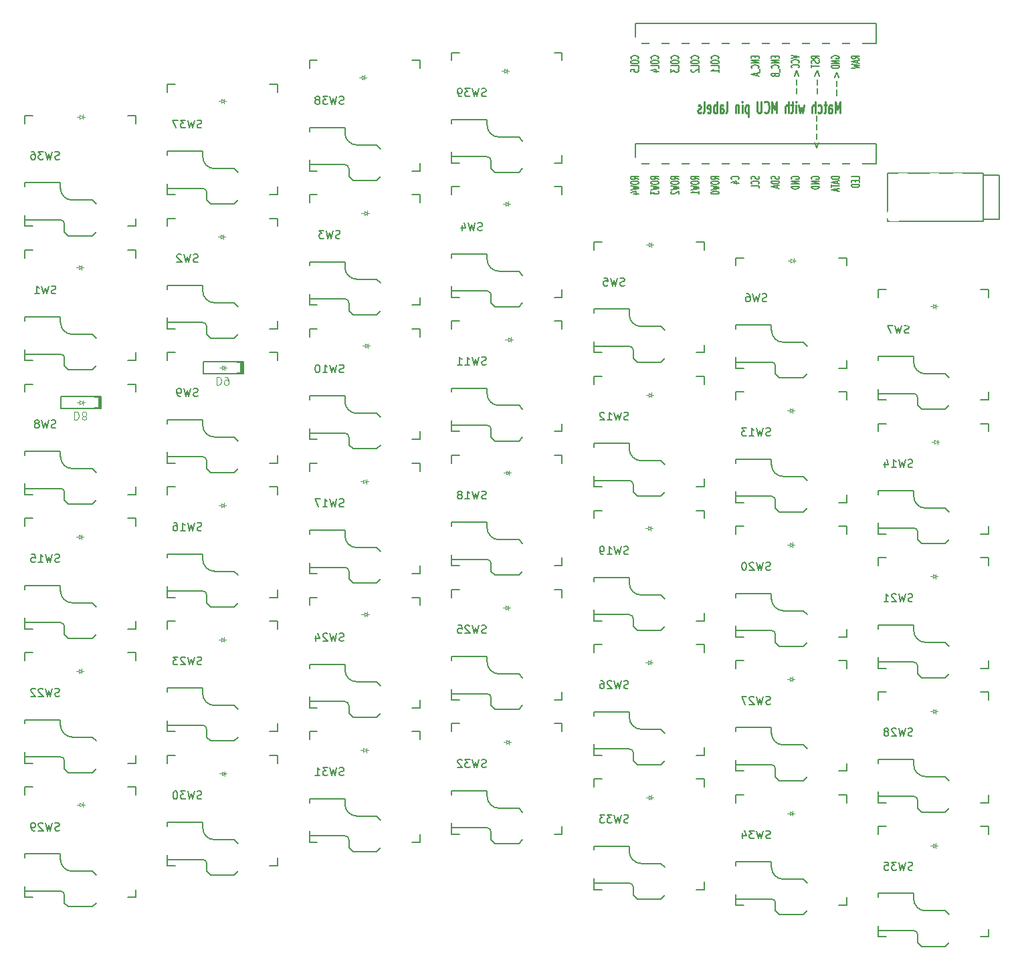
<source format=gbo>
G04 #@! TF.GenerationSoftware,KiCad,Pcbnew,8.0.3*
G04 #@! TF.CreationDate,2024-11-05T20:03:27+01:00*
G04 #@! TF.ProjectId,vitter-kb,76697474-6572-42d6-9b62-2e6b69636164,rev?*
G04 #@! TF.SameCoordinates,Original*
G04 #@! TF.FileFunction,Legend,Bot*
G04 #@! TF.FilePolarity,Positive*
%FSLAX46Y46*%
G04 Gerber Fmt 4.6, Leading zero omitted, Abs format (unit mm)*
G04 Created by KiCad (PCBNEW 8.0.3) date 2024-11-05 20:03:27*
%MOMM*%
%LPD*%
G01*
G04 APERTURE LIST*
%ADD10C,0.150000*%
%ADD11C,0.225000*%
%ADD12C,0.100000*%
%ADD13C,1.701800*%
%ADD14C,0.990600*%
%ADD15C,3.000000*%
%ADD16C,3.429000*%
%ADD17R,2.600000X2.600000*%
%ADD18C,2.200000*%
%ADD19R,1.600000X1.200000*%
%ADD20C,0.800000*%
%ADD21O,2.000000X1.600000*%
%ADD22C,1.524000*%
G04 APERTURE END LIST*
D10*
X123964523Y-100152200D02*
X123821666Y-100199819D01*
X123821666Y-100199819D02*
X123583571Y-100199819D01*
X123583571Y-100199819D02*
X123488333Y-100152200D01*
X123488333Y-100152200D02*
X123440714Y-100104580D01*
X123440714Y-100104580D02*
X123393095Y-100009342D01*
X123393095Y-100009342D02*
X123393095Y-99914104D01*
X123393095Y-99914104D02*
X123440714Y-99818866D01*
X123440714Y-99818866D02*
X123488333Y-99771247D01*
X123488333Y-99771247D02*
X123583571Y-99723628D01*
X123583571Y-99723628D02*
X123774047Y-99676009D01*
X123774047Y-99676009D02*
X123869285Y-99628390D01*
X123869285Y-99628390D02*
X123916904Y-99580771D01*
X123916904Y-99580771D02*
X123964523Y-99485533D01*
X123964523Y-99485533D02*
X123964523Y-99390295D01*
X123964523Y-99390295D02*
X123916904Y-99295057D01*
X123916904Y-99295057D02*
X123869285Y-99247438D01*
X123869285Y-99247438D02*
X123774047Y-99199819D01*
X123774047Y-99199819D02*
X123535952Y-99199819D01*
X123535952Y-99199819D02*
X123393095Y-99247438D01*
X123059761Y-99199819D02*
X122821666Y-100199819D01*
X122821666Y-100199819D02*
X122631190Y-99485533D01*
X122631190Y-99485533D02*
X122440714Y-100199819D01*
X122440714Y-100199819D02*
X122202619Y-99199819D01*
X121869285Y-99295057D02*
X121821666Y-99247438D01*
X121821666Y-99247438D02*
X121726428Y-99199819D01*
X121726428Y-99199819D02*
X121488333Y-99199819D01*
X121488333Y-99199819D02*
X121393095Y-99247438D01*
X121393095Y-99247438D02*
X121345476Y-99295057D01*
X121345476Y-99295057D02*
X121297857Y-99390295D01*
X121297857Y-99390295D02*
X121297857Y-99485533D01*
X121297857Y-99485533D02*
X121345476Y-99628390D01*
X121345476Y-99628390D02*
X121916904Y-100199819D01*
X121916904Y-100199819D02*
X121297857Y-100199819D01*
X120678809Y-99199819D02*
X120583571Y-99199819D01*
X120583571Y-99199819D02*
X120488333Y-99247438D01*
X120488333Y-99247438D02*
X120440714Y-99295057D01*
X120440714Y-99295057D02*
X120393095Y-99390295D01*
X120393095Y-99390295D02*
X120345476Y-99580771D01*
X120345476Y-99580771D02*
X120345476Y-99818866D01*
X120345476Y-99818866D02*
X120393095Y-100009342D01*
X120393095Y-100009342D02*
X120440714Y-100104580D01*
X120440714Y-100104580D02*
X120488333Y-100152200D01*
X120488333Y-100152200D02*
X120583571Y-100199819D01*
X120583571Y-100199819D02*
X120678809Y-100199819D01*
X120678809Y-100199819D02*
X120774047Y-100152200D01*
X120774047Y-100152200D02*
X120821666Y-100104580D01*
X120821666Y-100104580D02*
X120869285Y-100009342D01*
X120869285Y-100009342D02*
X120916904Y-99818866D01*
X120916904Y-99818866D02*
X120916904Y-99580771D01*
X120916904Y-99580771D02*
X120869285Y-99390295D01*
X120869285Y-99390295D02*
X120821666Y-99295057D01*
X120821666Y-99295057D02*
X120774047Y-99247438D01*
X120774047Y-99247438D02*
X120678809Y-99199819D01*
X51488332Y-61152200D02*
X51345475Y-61199819D01*
X51345475Y-61199819D02*
X51107380Y-61199819D01*
X51107380Y-61199819D02*
X51012142Y-61152200D01*
X51012142Y-61152200D02*
X50964523Y-61104580D01*
X50964523Y-61104580D02*
X50916904Y-61009342D01*
X50916904Y-61009342D02*
X50916904Y-60914104D01*
X50916904Y-60914104D02*
X50964523Y-60818866D01*
X50964523Y-60818866D02*
X51012142Y-60771247D01*
X51012142Y-60771247D02*
X51107380Y-60723628D01*
X51107380Y-60723628D02*
X51297856Y-60676009D01*
X51297856Y-60676009D02*
X51393094Y-60628390D01*
X51393094Y-60628390D02*
X51440713Y-60580771D01*
X51440713Y-60580771D02*
X51488332Y-60485533D01*
X51488332Y-60485533D02*
X51488332Y-60390295D01*
X51488332Y-60390295D02*
X51440713Y-60295057D01*
X51440713Y-60295057D02*
X51393094Y-60247438D01*
X51393094Y-60247438D02*
X51297856Y-60199819D01*
X51297856Y-60199819D02*
X51059761Y-60199819D01*
X51059761Y-60199819D02*
X50916904Y-60247438D01*
X50583570Y-60199819D02*
X50345475Y-61199819D01*
X50345475Y-61199819D02*
X50154999Y-60485533D01*
X50154999Y-60485533D02*
X49964523Y-61199819D01*
X49964523Y-61199819D02*
X49726428Y-60199819D01*
X49393094Y-60295057D02*
X49345475Y-60247438D01*
X49345475Y-60247438D02*
X49250237Y-60199819D01*
X49250237Y-60199819D02*
X49012142Y-60199819D01*
X49012142Y-60199819D02*
X48916904Y-60247438D01*
X48916904Y-60247438D02*
X48869285Y-60295057D01*
X48869285Y-60295057D02*
X48821666Y-60390295D01*
X48821666Y-60390295D02*
X48821666Y-60485533D01*
X48821666Y-60485533D02*
X48869285Y-60628390D01*
X48869285Y-60628390D02*
X49440713Y-61199819D01*
X49440713Y-61199819D02*
X48821666Y-61199819D01*
X87964523Y-125152200D02*
X87821666Y-125199819D01*
X87821666Y-125199819D02*
X87583571Y-125199819D01*
X87583571Y-125199819D02*
X87488333Y-125152200D01*
X87488333Y-125152200D02*
X87440714Y-125104580D01*
X87440714Y-125104580D02*
X87393095Y-125009342D01*
X87393095Y-125009342D02*
X87393095Y-124914104D01*
X87393095Y-124914104D02*
X87440714Y-124818866D01*
X87440714Y-124818866D02*
X87488333Y-124771247D01*
X87488333Y-124771247D02*
X87583571Y-124723628D01*
X87583571Y-124723628D02*
X87774047Y-124676009D01*
X87774047Y-124676009D02*
X87869285Y-124628390D01*
X87869285Y-124628390D02*
X87916904Y-124580771D01*
X87916904Y-124580771D02*
X87964523Y-124485533D01*
X87964523Y-124485533D02*
X87964523Y-124390295D01*
X87964523Y-124390295D02*
X87916904Y-124295057D01*
X87916904Y-124295057D02*
X87869285Y-124247438D01*
X87869285Y-124247438D02*
X87774047Y-124199819D01*
X87774047Y-124199819D02*
X87535952Y-124199819D01*
X87535952Y-124199819D02*
X87393095Y-124247438D01*
X87059761Y-124199819D02*
X86821666Y-125199819D01*
X86821666Y-125199819D02*
X86631190Y-124485533D01*
X86631190Y-124485533D02*
X86440714Y-125199819D01*
X86440714Y-125199819D02*
X86202619Y-124199819D01*
X85916904Y-124199819D02*
X85297857Y-124199819D01*
X85297857Y-124199819D02*
X85631190Y-124580771D01*
X85631190Y-124580771D02*
X85488333Y-124580771D01*
X85488333Y-124580771D02*
X85393095Y-124628390D01*
X85393095Y-124628390D02*
X85345476Y-124676009D01*
X85345476Y-124676009D02*
X85297857Y-124771247D01*
X85297857Y-124771247D02*
X85297857Y-125009342D01*
X85297857Y-125009342D02*
X85345476Y-125104580D01*
X85345476Y-125104580D02*
X85393095Y-125152200D01*
X85393095Y-125152200D02*
X85488333Y-125199819D01*
X85488333Y-125199819D02*
X85774047Y-125199819D01*
X85774047Y-125199819D02*
X85869285Y-125152200D01*
X85869285Y-125152200D02*
X85916904Y-125104580D01*
X84916904Y-124295057D02*
X84869285Y-124247438D01*
X84869285Y-124247438D02*
X84774047Y-124199819D01*
X84774047Y-124199819D02*
X84535952Y-124199819D01*
X84535952Y-124199819D02*
X84440714Y-124247438D01*
X84440714Y-124247438D02*
X84393095Y-124295057D01*
X84393095Y-124295057D02*
X84345476Y-124390295D01*
X84345476Y-124390295D02*
X84345476Y-124485533D01*
X84345476Y-124485533D02*
X84393095Y-124628390D01*
X84393095Y-124628390D02*
X84964523Y-125199819D01*
X84964523Y-125199819D02*
X84345476Y-125199819D01*
X123964523Y-117152200D02*
X123821666Y-117199819D01*
X123821666Y-117199819D02*
X123583571Y-117199819D01*
X123583571Y-117199819D02*
X123488333Y-117152200D01*
X123488333Y-117152200D02*
X123440714Y-117104580D01*
X123440714Y-117104580D02*
X123393095Y-117009342D01*
X123393095Y-117009342D02*
X123393095Y-116914104D01*
X123393095Y-116914104D02*
X123440714Y-116818866D01*
X123440714Y-116818866D02*
X123488333Y-116771247D01*
X123488333Y-116771247D02*
X123583571Y-116723628D01*
X123583571Y-116723628D02*
X123774047Y-116676009D01*
X123774047Y-116676009D02*
X123869285Y-116628390D01*
X123869285Y-116628390D02*
X123916904Y-116580771D01*
X123916904Y-116580771D02*
X123964523Y-116485533D01*
X123964523Y-116485533D02*
X123964523Y-116390295D01*
X123964523Y-116390295D02*
X123916904Y-116295057D01*
X123916904Y-116295057D02*
X123869285Y-116247438D01*
X123869285Y-116247438D02*
X123774047Y-116199819D01*
X123774047Y-116199819D02*
X123535952Y-116199819D01*
X123535952Y-116199819D02*
X123393095Y-116247438D01*
X123059761Y-116199819D02*
X122821666Y-117199819D01*
X122821666Y-117199819D02*
X122631190Y-116485533D01*
X122631190Y-116485533D02*
X122440714Y-117199819D01*
X122440714Y-117199819D02*
X122202619Y-116199819D01*
X121869285Y-116295057D02*
X121821666Y-116247438D01*
X121821666Y-116247438D02*
X121726428Y-116199819D01*
X121726428Y-116199819D02*
X121488333Y-116199819D01*
X121488333Y-116199819D02*
X121393095Y-116247438D01*
X121393095Y-116247438D02*
X121345476Y-116295057D01*
X121345476Y-116295057D02*
X121297857Y-116390295D01*
X121297857Y-116390295D02*
X121297857Y-116485533D01*
X121297857Y-116485533D02*
X121345476Y-116628390D01*
X121345476Y-116628390D02*
X121916904Y-117199819D01*
X121916904Y-117199819D02*
X121297857Y-117199819D01*
X120964523Y-116199819D02*
X120297857Y-116199819D01*
X120297857Y-116199819D02*
X120726428Y-117199819D01*
X105964523Y-115152200D02*
X105821666Y-115199819D01*
X105821666Y-115199819D02*
X105583571Y-115199819D01*
X105583571Y-115199819D02*
X105488333Y-115152200D01*
X105488333Y-115152200D02*
X105440714Y-115104580D01*
X105440714Y-115104580D02*
X105393095Y-115009342D01*
X105393095Y-115009342D02*
X105393095Y-114914104D01*
X105393095Y-114914104D02*
X105440714Y-114818866D01*
X105440714Y-114818866D02*
X105488333Y-114771247D01*
X105488333Y-114771247D02*
X105583571Y-114723628D01*
X105583571Y-114723628D02*
X105774047Y-114676009D01*
X105774047Y-114676009D02*
X105869285Y-114628390D01*
X105869285Y-114628390D02*
X105916904Y-114580771D01*
X105916904Y-114580771D02*
X105964523Y-114485533D01*
X105964523Y-114485533D02*
X105964523Y-114390295D01*
X105964523Y-114390295D02*
X105916904Y-114295057D01*
X105916904Y-114295057D02*
X105869285Y-114247438D01*
X105869285Y-114247438D02*
X105774047Y-114199819D01*
X105774047Y-114199819D02*
X105535952Y-114199819D01*
X105535952Y-114199819D02*
X105393095Y-114247438D01*
X105059761Y-114199819D02*
X104821666Y-115199819D01*
X104821666Y-115199819D02*
X104631190Y-114485533D01*
X104631190Y-114485533D02*
X104440714Y-115199819D01*
X104440714Y-115199819D02*
X104202619Y-114199819D01*
X103869285Y-114295057D02*
X103821666Y-114247438D01*
X103821666Y-114247438D02*
X103726428Y-114199819D01*
X103726428Y-114199819D02*
X103488333Y-114199819D01*
X103488333Y-114199819D02*
X103393095Y-114247438D01*
X103393095Y-114247438D02*
X103345476Y-114295057D01*
X103345476Y-114295057D02*
X103297857Y-114390295D01*
X103297857Y-114390295D02*
X103297857Y-114485533D01*
X103297857Y-114485533D02*
X103345476Y-114628390D01*
X103345476Y-114628390D02*
X103916904Y-115199819D01*
X103916904Y-115199819D02*
X103297857Y-115199819D01*
X102440714Y-114199819D02*
X102631190Y-114199819D01*
X102631190Y-114199819D02*
X102726428Y-114247438D01*
X102726428Y-114247438D02*
X102774047Y-114295057D01*
X102774047Y-114295057D02*
X102869285Y-114437914D01*
X102869285Y-114437914D02*
X102916904Y-114628390D01*
X102916904Y-114628390D02*
X102916904Y-115009342D01*
X102916904Y-115009342D02*
X102869285Y-115104580D01*
X102869285Y-115104580D02*
X102821666Y-115152200D01*
X102821666Y-115152200D02*
X102726428Y-115199819D01*
X102726428Y-115199819D02*
X102535952Y-115199819D01*
X102535952Y-115199819D02*
X102440714Y-115152200D01*
X102440714Y-115152200D02*
X102393095Y-115104580D01*
X102393095Y-115104580D02*
X102345476Y-115009342D01*
X102345476Y-115009342D02*
X102345476Y-114771247D01*
X102345476Y-114771247D02*
X102393095Y-114676009D01*
X102393095Y-114676009D02*
X102440714Y-114628390D01*
X102440714Y-114628390D02*
X102535952Y-114580771D01*
X102535952Y-114580771D02*
X102726428Y-114580771D01*
X102726428Y-114580771D02*
X102821666Y-114628390D01*
X102821666Y-114628390D02*
X102869285Y-114676009D01*
X102869285Y-114676009D02*
X102916904Y-114771247D01*
X105964523Y-132152200D02*
X105821666Y-132199819D01*
X105821666Y-132199819D02*
X105583571Y-132199819D01*
X105583571Y-132199819D02*
X105488333Y-132152200D01*
X105488333Y-132152200D02*
X105440714Y-132104580D01*
X105440714Y-132104580D02*
X105393095Y-132009342D01*
X105393095Y-132009342D02*
X105393095Y-131914104D01*
X105393095Y-131914104D02*
X105440714Y-131818866D01*
X105440714Y-131818866D02*
X105488333Y-131771247D01*
X105488333Y-131771247D02*
X105583571Y-131723628D01*
X105583571Y-131723628D02*
X105774047Y-131676009D01*
X105774047Y-131676009D02*
X105869285Y-131628390D01*
X105869285Y-131628390D02*
X105916904Y-131580771D01*
X105916904Y-131580771D02*
X105964523Y-131485533D01*
X105964523Y-131485533D02*
X105964523Y-131390295D01*
X105964523Y-131390295D02*
X105916904Y-131295057D01*
X105916904Y-131295057D02*
X105869285Y-131247438D01*
X105869285Y-131247438D02*
X105774047Y-131199819D01*
X105774047Y-131199819D02*
X105535952Y-131199819D01*
X105535952Y-131199819D02*
X105393095Y-131247438D01*
X105059761Y-131199819D02*
X104821666Y-132199819D01*
X104821666Y-132199819D02*
X104631190Y-131485533D01*
X104631190Y-131485533D02*
X104440714Y-132199819D01*
X104440714Y-132199819D02*
X104202619Y-131199819D01*
X103916904Y-131199819D02*
X103297857Y-131199819D01*
X103297857Y-131199819D02*
X103631190Y-131580771D01*
X103631190Y-131580771D02*
X103488333Y-131580771D01*
X103488333Y-131580771D02*
X103393095Y-131628390D01*
X103393095Y-131628390D02*
X103345476Y-131676009D01*
X103345476Y-131676009D02*
X103297857Y-131771247D01*
X103297857Y-131771247D02*
X103297857Y-132009342D01*
X103297857Y-132009342D02*
X103345476Y-132104580D01*
X103345476Y-132104580D02*
X103393095Y-132152200D01*
X103393095Y-132152200D02*
X103488333Y-132199819D01*
X103488333Y-132199819D02*
X103774047Y-132199819D01*
X103774047Y-132199819D02*
X103869285Y-132152200D01*
X103869285Y-132152200D02*
X103916904Y-132104580D01*
X102964523Y-131199819D02*
X102345476Y-131199819D01*
X102345476Y-131199819D02*
X102678809Y-131580771D01*
X102678809Y-131580771D02*
X102535952Y-131580771D01*
X102535952Y-131580771D02*
X102440714Y-131628390D01*
X102440714Y-131628390D02*
X102393095Y-131676009D01*
X102393095Y-131676009D02*
X102345476Y-131771247D01*
X102345476Y-131771247D02*
X102345476Y-132009342D01*
X102345476Y-132009342D02*
X102393095Y-132104580D01*
X102393095Y-132104580D02*
X102440714Y-132152200D01*
X102440714Y-132152200D02*
X102535952Y-132199819D01*
X102535952Y-132199819D02*
X102821666Y-132199819D01*
X102821666Y-132199819D02*
X102916904Y-132152200D01*
X102916904Y-132152200D02*
X102964523Y-132104580D01*
X51964523Y-44152200D02*
X51821666Y-44199819D01*
X51821666Y-44199819D02*
X51583571Y-44199819D01*
X51583571Y-44199819D02*
X51488333Y-44152200D01*
X51488333Y-44152200D02*
X51440714Y-44104580D01*
X51440714Y-44104580D02*
X51393095Y-44009342D01*
X51393095Y-44009342D02*
X51393095Y-43914104D01*
X51393095Y-43914104D02*
X51440714Y-43818866D01*
X51440714Y-43818866D02*
X51488333Y-43771247D01*
X51488333Y-43771247D02*
X51583571Y-43723628D01*
X51583571Y-43723628D02*
X51774047Y-43676009D01*
X51774047Y-43676009D02*
X51869285Y-43628390D01*
X51869285Y-43628390D02*
X51916904Y-43580771D01*
X51916904Y-43580771D02*
X51964523Y-43485533D01*
X51964523Y-43485533D02*
X51964523Y-43390295D01*
X51964523Y-43390295D02*
X51916904Y-43295057D01*
X51916904Y-43295057D02*
X51869285Y-43247438D01*
X51869285Y-43247438D02*
X51774047Y-43199819D01*
X51774047Y-43199819D02*
X51535952Y-43199819D01*
X51535952Y-43199819D02*
X51393095Y-43247438D01*
X51059761Y-43199819D02*
X50821666Y-44199819D01*
X50821666Y-44199819D02*
X50631190Y-43485533D01*
X50631190Y-43485533D02*
X50440714Y-44199819D01*
X50440714Y-44199819D02*
X50202619Y-43199819D01*
X49916904Y-43199819D02*
X49297857Y-43199819D01*
X49297857Y-43199819D02*
X49631190Y-43580771D01*
X49631190Y-43580771D02*
X49488333Y-43580771D01*
X49488333Y-43580771D02*
X49393095Y-43628390D01*
X49393095Y-43628390D02*
X49345476Y-43676009D01*
X49345476Y-43676009D02*
X49297857Y-43771247D01*
X49297857Y-43771247D02*
X49297857Y-44009342D01*
X49297857Y-44009342D02*
X49345476Y-44104580D01*
X49345476Y-44104580D02*
X49393095Y-44152200D01*
X49393095Y-44152200D02*
X49488333Y-44199819D01*
X49488333Y-44199819D02*
X49774047Y-44199819D01*
X49774047Y-44199819D02*
X49869285Y-44152200D01*
X49869285Y-44152200D02*
X49916904Y-44104580D01*
X48964523Y-43199819D02*
X48297857Y-43199819D01*
X48297857Y-43199819D02*
X48726428Y-44199819D01*
X69964523Y-92152200D02*
X69821666Y-92199819D01*
X69821666Y-92199819D02*
X69583571Y-92199819D01*
X69583571Y-92199819D02*
X69488333Y-92152200D01*
X69488333Y-92152200D02*
X69440714Y-92104580D01*
X69440714Y-92104580D02*
X69393095Y-92009342D01*
X69393095Y-92009342D02*
X69393095Y-91914104D01*
X69393095Y-91914104D02*
X69440714Y-91818866D01*
X69440714Y-91818866D02*
X69488333Y-91771247D01*
X69488333Y-91771247D02*
X69583571Y-91723628D01*
X69583571Y-91723628D02*
X69774047Y-91676009D01*
X69774047Y-91676009D02*
X69869285Y-91628390D01*
X69869285Y-91628390D02*
X69916904Y-91580771D01*
X69916904Y-91580771D02*
X69964523Y-91485533D01*
X69964523Y-91485533D02*
X69964523Y-91390295D01*
X69964523Y-91390295D02*
X69916904Y-91295057D01*
X69916904Y-91295057D02*
X69869285Y-91247438D01*
X69869285Y-91247438D02*
X69774047Y-91199819D01*
X69774047Y-91199819D02*
X69535952Y-91199819D01*
X69535952Y-91199819D02*
X69393095Y-91247438D01*
X69059761Y-91199819D02*
X68821666Y-92199819D01*
X68821666Y-92199819D02*
X68631190Y-91485533D01*
X68631190Y-91485533D02*
X68440714Y-92199819D01*
X68440714Y-92199819D02*
X68202619Y-91199819D01*
X67297857Y-92199819D02*
X67869285Y-92199819D01*
X67583571Y-92199819D02*
X67583571Y-91199819D01*
X67583571Y-91199819D02*
X67678809Y-91342676D01*
X67678809Y-91342676D02*
X67774047Y-91437914D01*
X67774047Y-91437914D02*
X67869285Y-91485533D01*
X66964523Y-91199819D02*
X66297857Y-91199819D01*
X66297857Y-91199819D02*
X66726428Y-92199819D01*
X141964523Y-87152200D02*
X141821666Y-87199819D01*
X141821666Y-87199819D02*
X141583571Y-87199819D01*
X141583571Y-87199819D02*
X141488333Y-87152200D01*
X141488333Y-87152200D02*
X141440714Y-87104580D01*
X141440714Y-87104580D02*
X141393095Y-87009342D01*
X141393095Y-87009342D02*
X141393095Y-86914104D01*
X141393095Y-86914104D02*
X141440714Y-86818866D01*
X141440714Y-86818866D02*
X141488333Y-86771247D01*
X141488333Y-86771247D02*
X141583571Y-86723628D01*
X141583571Y-86723628D02*
X141774047Y-86676009D01*
X141774047Y-86676009D02*
X141869285Y-86628390D01*
X141869285Y-86628390D02*
X141916904Y-86580771D01*
X141916904Y-86580771D02*
X141964523Y-86485533D01*
X141964523Y-86485533D02*
X141964523Y-86390295D01*
X141964523Y-86390295D02*
X141916904Y-86295057D01*
X141916904Y-86295057D02*
X141869285Y-86247438D01*
X141869285Y-86247438D02*
X141774047Y-86199819D01*
X141774047Y-86199819D02*
X141535952Y-86199819D01*
X141535952Y-86199819D02*
X141393095Y-86247438D01*
X141059761Y-86199819D02*
X140821666Y-87199819D01*
X140821666Y-87199819D02*
X140631190Y-86485533D01*
X140631190Y-86485533D02*
X140440714Y-87199819D01*
X140440714Y-87199819D02*
X140202619Y-86199819D01*
X139297857Y-87199819D02*
X139869285Y-87199819D01*
X139583571Y-87199819D02*
X139583571Y-86199819D01*
X139583571Y-86199819D02*
X139678809Y-86342676D01*
X139678809Y-86342676D02*
X139774047Y-86437914D01*
X139774047Y-86437914D02*
X139869285Y-86485533D01*
X138440714Y-86533152D02*
X138440714Y-87199819D01*
X138678809Y-86152200D02*
X138916904Y-86866485D01*
X138916904Y-86866485D02*
X138297857Y-86866485D01*
X87964523Y-40152200D02*
X87821666Y-40199819D01*
X87821666Y-40199819D02*
X87583571Y-40199819D01*
X87583571Y-40199819D02*
X87488333Y-40152200D01*
X87488333Y-40152200D02*
X87440714Y-40104580D01*
X87440714Y-40104580D02*
X87393095Y-40009342D01*
X87393095Y-40009342D02*
X87393095Y-39914104D01*
X87393095Y-39914104D02*
X87440714Y-39818866D01*
X87440714Y-39818866D02*
X87488333Y-39771247D01*
X87488333Y-39771247D02*
X87583571Y-39723628D01*
X87583571Y-39723628D02*
X87774047Y-39676009D01*
X87774047Y-39676009D02*
X87869285Y-39628390D01*
X87869285Y-39628390D02*
X87916904Y-39580771D01*
X87916904Y-39580771D02*
X87964523Y-39485533D01*
X87964523Y-39485533D02*
X87964523Y-39390295D01*
X87964523Y-39390295D02*
X87916904Y-39295057D01*
X87916904Y-39295057D02*
X87869285Y-39247438D01*
X87869285Y-39247438D02*
X87774047Y-39199819D01*
X87774047Y-39199819D02*
X87535952Y-39199819D01*
X87535952Y-39199819D02*
X87393095Y-39247438D01*
X87059761Y-39199819D02*
X86821666Y-40199819D01*
X86821666Y-40199819D02*
X86631190Y-39485533D01*
X86631190Y-39485533D02*
X86440714Y-40199819D01*
X86440714Y-40199819D02*
X86202619Y-39199819D01*
X85916904Y-39199819D02*
X85297857Y-39199819D01*
X85297857Y-39199819D02*
X85631190Y-39580771D01*
X85631190Y-39580771D02*
X85488333Y-39580771D01*
X85488333Y-39580771D02*
X85393095Y-39628390D01*
X85393095Y-39628390D02*
X85345476Y-39676009D01*
X85345476Y-39676009D02*
X85297857Y-39771247D01*
X85297857Y-39771247D02*
X85297857Y-40009342D01*
X85297857Y-40009342D02*
X85345476Y-40104580D01*
X85345476Y-40104580D02*
X85393095Y-40152200D01*
X85393095Y-40152200D02*
X85488333Y-40199819D01*
X85488333Y-40199819D02*
X85774047Y-40199819D01*
X85774047Y-40199819D02*
X85869285Y-40152200D01*
X85869285Y-40152200D02*
X85916904Y-40104580D01*
X84821666Y-40199819D02*
X84631190Y-40199819D01*
X84631190Y-40199819D02*
X84535952Y-40152200D01*
X84535952Y-40152200D02*
X84488333Y-40104580D01*
X84488333Y-40104580D02*
X84393095Y-39961723D01*
X84393095Y-39961723D02*
X84345476Y-39771247D01*
X84345476Y-39771247D02*
X84345476Y-39390295D01*
X84345476Y-39390295D02*
X84393095Y-39295057D01*
X84393095Y-39295057D02*
X84440714Y-39247438D01*
X84440714Y-39247438D02*
X84535952Y-39199819D01*
X84535952Y-39199819D02*
X84726428Y-39199819D01*
X84726428Y-39199819D02*
X84821666Y-39247438D01*
X84821666Y-39247438D02*
X84869285Y-39295057D01*
X84869285Y-39295057D02*
X84916904Y-39390295D01*
X84916904Y-39390295D02*
X84916904Y-39628390D01*
X84916904Y-39628390D02*
X84869285Y-39723628D01*
X84869285Y-39723628D02*
X84821666Y-39771247D01*
X84821666Y-39771247D02*
X84726428Y-39818866D01*
X84726428Y-39818866D02*
X84535952Y-39818866D01*
X84535952Y-39818866D02*
X84440714Y-39771247D01*
X84440714Y-39771247D02*
X84393095Y-39723628D01*
X84393095Y-39723628D02*
X84345476Y-39628390D01*
X69488332Y-58152200D02*
X69345475Y-58199819D01*
X69345475Y-58199819D02*
X69107380Y-58199819D01*
X69107380Y-58199819D02*
X69012142Y-58152200D01*
X69012142Y-58152200D02*
X68964523Y-58104580D01*
X68964523Y-58104580D02*
X68916904Y-58009342D01*
X68916904Y-58009342D02*
X68916904Y-57914104D01*
X68916904Y-57914104D02*
X68964523Y-57818866D01*
X68964523Y-57818866D02*
X69012142Y-57771247D01*
X69012142Y-57771247D02*
X69107380Y-57723628D01*
X69107380Y-57723628D02*
X69297856Y-57676009D01*
X69297856Y-57676009D02*
X69393094Y-57628390D01*
X69393094Y-57628390D02*
X69440713Y-57580771D01*
X69440713Y-57580771D02*
X69488332Y-57485533D01*
X69488332Y-57485533D02*
X69488332Y-57390295D01*
X69488332Y-57390295D02*
X69440713Y-57295057D01*
X69440713Y-57295057D02*
X69393094Y-57247438D01*
X69393094Y-57247438D02*
X69297856Y-57199819D01*
X69297856Y-57199819D02*
X69059761Y-57199819D01*
X69059761Y-57199819D02*
X68916904Y-57247438D01*
X68583570Y-57199819D02*
X68345475Y-58199819D01*
X68345475Y-58199819D02*
X68154999Y-57485533D01*
X68154999Y-57485533D02*
X67964523Y-58199819D01*
X67964523Y-58199819D02*
X67726428Y-57199819D01*
X67440713Y-57199819D02*
X66821666Y-57199819D01*
X66821666Y-57199819D02*
X67154999Y-57580771D01*
X67154999Y-57580771D02*
X67012142Y-57580771D01*
X67012142Y-57580771D02*
X66916904Y-57628390D01*
X66916904Y-57628390D02*
X66869285Y-57676009D01*
X66869285Y-57676009D02*
X66821666Y-57771247D01*
X66821666Y-57771247D02*
X66821666Y-58009342D01*
X66821666Y-58009342D02*
X66869285Y-58104580D01*
X66869285Y-58104580D02*
X66916904Y-58152200D01*
X66916904Y-58152200D02*
X67012142Y-58199819D01*
X67012142Y-58199819D02*
X67297856Y-58199819D01*
X67297856Y-58199819D02*
X67393094Y-58152200D01*
X67393094Y-58152200D02*
X67440713Y-58104580D01*
X51964523Y-129152200D02*
X51821666Y-129199819D01*
X51821666Y-129199819D02*
X51583571Y-129199819D01*
X51583571Y-129199819D02*
X51488333Y-129152200D01*
X51488333Y-129152200D02*
X51440714Y-129104580D01*
X51440714Y-129104580D02*
X51393095Y-129009342D01*
X51393095Y-129009342D02*
X51393095Y-128914104D01*
X51393095Y-128914104D02*
X51440714Y-128818866D01*
X51440714Y-128818866D02*
X51488333Y-128771247D01*
X51488333Y-128771247D02*
X51583571Y-128723628D01*
X51583571Y-128723628D02*
X51774047Y-128676009D01*
X51774047Y-128676009D02*
X51869285Y-128628390D01*
X51869285Y-128628390D02*
X51916904Y-128580771D01*
X51916904Y-128580771D02*
X51964523Y-128485533D01*
X51964523Y-128485533D02*
X51964523Y-128390295D01*
X51964523Y-128390295D02*
X51916904Y-128295057D01*
X51916904Y-128295057D02*
X51869285Y-128247438D01*
X51869285Y-128247438D02*
X51774047Y-128199819D01*
X51774047Y-128199819D02*
X51535952Y-128199819D01*
X51535952Y-128199819D02*
X51393095Y-128247438D01*
X51059761Y-128199819D02*
X50821666Y-129199819D01*
X50821666Y-129199819D02*
X50631190Y-128485533D01*
X50631190Y-128485533D02*
X50440714Y-129199819D01*
X50440714Y-129199819D02*
X50202619Y-128199819D01*
X49916904Y-128199819D02*
X49297857Y-128199819D01*
X49297857Y-128199819D02*
X49631190Y-128580771D01*
X49631190Y-128580771D02*
X49488333Y-128580771D01*
X49488333Y-128580771D02*
X49393095Y-128628390D01*
X49393095Y-128628390D02*
X49345476Y-128676009D01*
X49345476Y-128676009D02*
X49297857Y-128771247D01*
X49297857Y-128771247D02*
X49297857Y-129009342D01*
X49297857Y-129009342D02*
X49345476Y-129104580D01*
X49345476Y-129104580D02*
X49393095Y-129152200D01*
X49393095Y-129152200D02*
X49488333Y-129199819D01*
X49488333Y-129199819D02*
X49774047Y-129199819D01*
X49774047Y-129199819D02*
X49869285Y-129152200D01*
X49869285Y-129152200D02*
X49916904Y-129104580D01*
X48678809Y-128199819D02*
X48583571Y-128199819D01*
X48583571Y-128199819D02*
X48488333Y-128247438D01*
X48488333Y-128247438D02*
X48440714Y-128295057D01*
X48440714Y-128295057D02*
X48393095Y-128390295D01*
X48393095Y-128390295D02*
X48345476Y-128580771D01*
X48345476Y-128580771D02*
X48345476Y-128818866D01*
X48345476Y-128818866D02*
X48393095Y-129009342D01*
X48393095Y-129009342D02*
X48440714Y-129104580D01*
X48440714Y-129104580D02*
X48488333Y-129152200D01*
X48488333Y-129152200D02*
X48583571Y-129199819D01*
X48583571Y-129199819D02*
X48678809Y-129199819D01*
X48678809Y-129199819D02*
X48774047Y-129152200D01*
X48774047Y-129152200D02*
X48821666Y-129104580D01*
X48821666Y-129104580D02*
X48869285Y-129009342D01*
X48869285Y-129009342D02*
X48916904Y-128818866D01*
X48916904Y-128818866D02*
X48916904Y-128580771D01*
X48916904Y-128580771D02*
X48869285Y-128390295D01*
X48869285Y-128390295D02*
X48821666Y-128295057D01*
X48821666Y-128295057D02*
X48774047Y-128247438D01*
X48774047Y-128247438D02*
X48678809Y-128199819D01*
X33964523Y-99152200D02*
X33821666Y-99199819D01*
X33821666Y-99199819D02*
X33583571Y-99199819D01*
X33583571Y-99199819D02*
X33488333Y-99152200D01*
X33488333Y-99152200D02*
X33440714Y-99104580D01*
X33440714Y-99104580D02*
X33393095Y-99009342D01*
X33393095Y-99009342D02*
X33393095Y-98914104D01*
X33393095Y-98914104D02*
X33440714Y-98818866D01*
X33440714Y-98818866D02*
X33488333Y-98771247D01*
X33488333Y-98771247D02*
X33583571Y-98723628D01*
X33583571Y-98723628D02*
X33774047Y-98676009D01*
X33774047Y-98676009D02*
X33869285Y-98628390D01*
X33869285Y-98628390D02*
X33916904Y-98580771D01*
X33916904Y-98580771D02*
X33964523Y-98485533D01*
X33964523Y-98485533D02*
X33964523Y-98390295D01*
X33964523Y-98390295D02*
X33916904Y-98295057D01*
X33916904Y-98295057D02*
X33869285Y-98247438D01*
X33869285Y-98247438D02*
X33774047Y-98199819D01*
X33774047Y-98199819D02*
X33535952Y-98199819D01*
X33535952Y-98199819D02*
X33393095Y-98247438D01*
X33059761Y-98199819D02*
X32821666Y-99199819D01*
X32821666Y-99199819D02*
X32631190Y-98485533D01*
X32631190Y-98485533D02*
X32440714Y-99199819D01*
X32440714Y-99199819D02*
X32202619Y-98199819D01*
X31297857Y-99199819D02*
X31869285Y-99199819D01*
X31583571Y-99199819D02*
X31583571Y-98199819D01*
X31583571Y-98199819D02*
X31678809Y-98342676D01*
X31678809Y-98342676D02*
X31774047Y-98437914D01*
X31774047Y-98437914D02*
X31869285Y-98485533D01*
X30393095Y-98199819D02*
X30869285Y-98199819D01*
X30869285Y-98199819D02*
X30916904Y-98676009D01*
X30916904Y-98676009D02*
X30869285Y-98628390D01*
X30869285Y-98628390D02*
X30774047Y-98580771D01*
X30774047Y-98580771D02*
X30535952Y-98580771D01*
X30535952Y-98580771D02*
X30440714Y-98628390D01*
X30440714Y-98628390D02*
X30393095Y-98676009D01*
X30393095Y-98676009D02*
X30345476Y-98771247D01*
X30345476Y-98771247D02*
X30345476Y-99009342D01*
X30345476Y-99009342D02*
X30393095Y-99104580D01*
X30393095Y-99104580D02*
X30440714Y-99152200D01*
X30440714Y-99152200D02*
X30535952Y-99199819D01*
X30535952Y-99199819D02*
X30774047Y-99199819D01*
X30774047Y-99199819D02*
X30869285Y-99152200D01*
X30869285Y-99152200D02*
X30916904Y-99104580D01*
X51964523Y-112152200D02*
X51821666Y-112199819D01*
X51821666Y-112199819D02*
X51583571Y-112199819D01*
X51583571Y-112199819D02*
X51488333Y-112152200D01*
X51488333Y-112152200D02*
X51440714Y-112104580D01*
X51440714Y-112104580D02*
X51393095Y-112009342D01*
X51393095Y-112009342D02*
X51393095Y-111914104D01*
X51393095Y-111914104D02*
X51440714Y-111818866D01*
X51440714Y-111818866D02*
X51488333Y-111771247D01*
X51488333Y-111771247D02*
X51583571Y-111723628D01*
X51583571Y-111723628D02*
X51774047Y-111676009D01*
X51774047Y-111676009D02*
X51869285Y-111628390D01*
X51869285Y-111628390D02*
X51916904Y-111580771D01*
X51916904Y-111580771D02*
X51964523Y-111485533D01*
X51964523Y-111485533D02*
X51964523Y-111390295D01*
X51964523Y-111390295D02*
X51916904Y-111295057D01*
X51916904Y-111295057D02*
X51869285Y-111247438D01*
X51869285Y-111247438D02*
X51774047Y-111199819D01*
X51774047Y-111199819D02*
X51535952Y-111199819D01*
X51535952Y-111199819D02*
X51393095Y-111247438D01*
X51059761Y-111199819D02*
X50821666Y-112199819D01*
X50821666Y-112199819D02*
X50631190Y-111485533D01*
X50631190Y-111485533D02*
X50440714Y-112199819D01*
X50440714Y-112199819D02*
X50202619Y-111199819D01*
X49869285Y-111295057D02*
X49821666Y-111247438D01*
X49821666Y-111247438D02*
X49726428Y-111199819D01*
X49726428Y-111199819D02*
X49488333Y-111199819D01*
X49488333Y-111199819D02*
X49393095Y-111247438D01*
X49393095Y-111247438D02*
X49345476Y-111295057D01*
X49345476Y-111295057D02*
X49297857Y-111390295D01*
X49297857Y-111390295D02*
X49297857Y-111485533D01*
X49297857Y-111485533D02*
X49345476Y-111628390D01*
X49345476Y-111628390D02*
X49916904Y-112199819D01*
X49916904Y-112199819D02*
X49297857Y-112199819D01*
X48964523Y-111199819D02*
X48345476Y-111199819D01*
X48345476Y-111199819D02*
X48678809Y-111580771D01*
X48678809Y-111580771D02*
X48535952Y-111580771D01*
X48535952Y-111580771D02*
X48440714Y-111628390D01*
X48440714Y-111628390D02*
X48393095Y-111676009D01*
X48393095Y-111676009D02*
X48345476Y-111771247D01*
X48345476Y-111771247D02*
X48345476Y-112009342D01*
X48345476Y-112009342D02*
X48393095Y-112104580D01*
X48393095Y-112104580D02*
X48440714Y-112152200D01*
X48440714Y-112152200D02*
X48535952Y-112199819D01*
X48535952Y-112199819D02*
X48821666Y-112199819D01*
X48821666Y-112199819D02*
X48916904Y-112152200D01*
X48916904Y-112152200D02*
X48964523Y-112104580D01*
X123964523Y-83152200D02*
X123821666Y-83199819D01*
X123821666Y-83199819D02*
X123583571Y-83199819D01*
X123583571Y-83199819D02*
X123488333Y-83152200D01*
X123488333Y-83152200D02*
X123440714Y-83104580D01*
X123440714Y-83104580D02*
X123393095Y-83009342D01*
X123393095Y-83009342D02*
X123393095Y-82914104D01*
X123393095Y-82914104D02*
X123440714Y-82818866D01*
X123440714Y-82818866D02*
X123488333Y-82771247D01*
X123488333Y-82771247D02*
X123583571Y-82723628D01*
X123583571Y-82723628D02*
X123774047Y-82676009D01*
X123774047Y-82676009D02*
X123869285Y-82628390D01*
X123869285Y-82628390D02*
X123916904Y-82580771D01*
X123916904Y-82580771D02*
X123964523Y-82485533D01*
X123964523Y-82485533D02*
X123964523Y-82390295D01*
X123964523Y-82390295D02*
X123916904Y-82295057D01*
X123916904Y-82295057D02*
X123869285Y-82247438D01*
X123869285Y-82247438D02*
X123774047Y-82199819D01*
X123774047Y-82199819D02*
X123535952Y-82199819D01*
X123535952Y-82199819D02*
X123393095Y-82247438D01*
X123059761Y-82199819D02*
X122821666Y-83199819D01*
X122821666Y-83199819D02*
X122631190Y-82485533D01*
X122631190Y-82485533D02*
X122440714Y-83199819D01*
X122440714Y-83199819D02*
X122202619Y-82199819D01*
X121297857Y-83199819D02*
X121869285Y-83199819D01*
X121583571Y-83199819D02*
X121583571Y-82199819D01*
X121583571Y-82199819D02*
X121678809Y-82342676D01*
X121678809Y-82342676D02*
X121774047Y-82437914D01*
X121774047Y-82437914D02*
X121869285Y-82485533D01*
X120964523Y-82199819D02*
X120345476Y-82199819D01*
X120345476Y-82199819D02*
X120678809Y-82580771D01*
X120678809Y-82580771D02*
X120535952Y-82580771D01*
X120535952Y-82580771D02*
X120440714Y-82628390D01*
X120440714Y-82628390D02*
X120393095Y-82676009D01*
X120393095Y-82676009D02*
X120345476Y-82771247D01*
X120345476Y-82771247D02*
X120345476Y-83009342D01*
X120345476Y-83009342D02*
X120393095Y-83104580D01*
X120393095Y-83104580D02*
X120440714Y-83152200D01*
X120440714Y-83152200D02*
X120535952Y-83199819D01*
X120535952Y-83199819D02*
X120821666Y-83199819D01*
X120821666Y-83199819D02*
X120916904Y-83152200D01*
X120916904Y-83152200D02*
X120964523Y-83104580D01*
X87964523Y-91152200D02*
X87821666Y-91199819D01*
X87821666Y-91199819D02*
X87583571Y-91199819D01*
X87583571Y-91199819D02*
X87488333Y-91152200D01*
X87488333Y-91152200D02*
X87440714Y-91104580D01*
X87440714Y-91104580D02*
X87393095Y-91009342D01*
X87393095Y-91009342D02*
X87393095Y-90914104D01*
X87393095Y-90914104D02*
X87440714Y-90818866D01*
X87440714Y-90818866D02*
X87488333Y-90771247D01*
X87488333Y-90771247D02*
X87583571Y-90723628D01*
X87583571Y-90723628D02*
X87774047Y-90676009D01*
X87774047Y-90676009D02*
X87869285Y-90628390D01*
X87869285Y-90628390D02*
X87916904Y-90580771D01*
X87916904Y-90580771D02*
X87964523Y-90485533D01*
X87964523Y-90485533D02*
X87964523Y-90390295D01*
X87964523Y-90390295D02*
X87916904Y-90295057D01*
X87916904Y-90295057D02*
X87869285Y-90247438D01*
X87869285Y-90247438D02*
X87774047Y-90199819D01*
X87774047Y-90199819D02*
X87535952Y-90199819D01*
X87535952Y-90199819D02*
X87393095Y-90247438D01*
X87059761Y-90199819D02*
X86821666Y-91199819D01*
X86821666Y-91199819D02*
X86631190Y-90485533D01*
X86631190Y-90485533D02*
X86440714Y-91199819D01*
X86440714Y-91199819D02*
X86202619Y-90199819D01*
X85297857Y-91199819D02*
X85869285Y-91199819D01*
X85583571Y-91199819D02*
X85583571Y-90199819D01*
X85583571Y-90199819D02*
X85678809Y-90342676D01*
X85678809Y-90342676D02*
X85774047Y-90437914D01*
X85774047Y-90437914D02*
X85869285Y-90485533D01*
X84726428Y-90628390D02*
X84821666Y-90580771D01*
X84821666Y-90580771D02*
X84869285Y-90533152D01*
X84869285Y-90533152D02*
X84916904Y-90437914D01*
X84916904Y-90437914D02*
X84916904Y-90390295D01*
X84916904Y-90390295D02*
X84869285Y-90295057D01*
X84869285Y-90295057D02*
X84821666Y-90247438D01*
X84821666Y-90247438D02*
X84726428Y-90199819D01*
X84726428Y-90199819D02*
X84535952Y-90199819D01*
X84535952Y-90199819D02*
X84440714Y-90247438D01*
X84440714Y-90247438D02*
X84393095Y-90295057D01*
X84393095Y-90295057D02*
X84345476Y-90390295D01*
X84345476Y-90390295D02*
X84345476Y-90437914D01*
X84345476Y-90437914D02*
X84393095Y-90533152D01*
X84393095Y-90533152D02*
X84440714Y-90580771D01*
X84440714Y-90580771D02*
X84535952Y-90628390D01*
X84535952Y-90628390D02*
X84726428Y-90628390D01*
X84726428Y-90628390D02*
X84821666Y-90676009D01*
X84821666Y-90676009D02*
X84869285Y-90723628D01*
X84869285Y-90723628D02*
X84916904Y-90818866D01*
X84916904Y-90818866D02*
X84916904Y-91009342D01*
X84916904Y-91009342D02*
X84869285Y-91104580D01*
X84869285Y-91104580D02*
X84821666Y-91152200D01*
X84821666Y-91152200D02*
X84726428Y-91199819D01*
X84726428Y-91199819D02*
X84535952Y-91199819D01*
X84535952Y-91199819D02*
X84440714Y-91152200D01*
X84440714Y-91152200D02*
X84393095Y-91104580D01*
X84393095Y-91104580D02*
X84345476Y-91009342D01*
X84345476Y-91009342D02*
X84345476Y-90818866D01*
X84345476Y-90818866D02*
X84393095Y-90723628D01*
X84393095Y-90723628D02*
X84440714Y-90676009D01*
X84440714Y-90676009D02*
X84535952Y-90628390D01*
X33964523Y-133152200D02*
X33821666Y-133199819D01*
X33821666Y-133199819D02*
X33583571Y-133199819D01*
X33583571Y-133199819D02*
X33488333Y-133152200D01*
X33488333Y-133152200D02*
X33440714Y-133104580D01*
X33440714Y-133104580D02*
X33393095Y-133009342D01*
X33393095Y-133009342D02*
X33393095Y-132914104D01*
X33393095Y-132914104D02*
X33440714Y-132818866D01*
X33440714Y-132818866D02*
X33488333Y-132771247D01*
X33488333Y-132771247D02*
X33583571Y-132723628D01*
X33583571Y-132723628D02*
X33774047Y-132676009D01*
X33774047Y-132676009D02*
X33869285Y-132628390D01*
X33869285Y-132628390D02*
X33916904Y-132580771D01*
X33916904Y-132580771D02*
X33964523Y-132485533D01*
X33964523Y-132485533D02*
X33964523Y-132390295D01*
X33964523Y-132390295D02*
X33916904Y-132295057D01*
X33916904Y-132295057D02*
X33869285Y-132247438D01*
X33869285Y-132247438D02*
X33774047Y-132199819D01*
X33774047Y-132199819D02*
X33535952Y-132199819D01*
X33535952Y-132199819D02*
X33393095Y-132247438D01*
X33059761Y-132199819D02*
X32821666Y-133199819D01*
X32821666Y-133199819D02*
X32631190Y-132485533D01*
X32631190Y-132485533D02*
X32440714Y-133199819D01*
X32440714Y-133199819D02*
X32202619Y-132199819D01*
X31869285Y-132295057D02*
X31821666Y-132247438D01*
X31821666Y-132247438D02*
X31726428Y-132199819D01*
X31726428Y-132199819D02*
X31488333Y-132199819D01*
X31488333Y-132199819D02*
X31393095Y-132247438D01*
X31393095Y-132247438D02*
X31345476Y-132295057D01*
X31345476Y-132295057D02*
X31297857Y-132390295D01*
X31297857Y-132390295D02*
X31297857Y-132485533D01*
X31297857Y-132485533D02*
X31345476Y-132628390D01*
X31345476Y-132628390D02*
X31916904Y-133199819D01*
X31916904Y-133199819D02*
X31297857Y-133199819D01*
X30821666Y-133199819D02*
X30631190Y-133199819D01*
X30631190Y-133199819D02*
X30535952Y-133152200D01*
X30535952Y-133152200D02*
X30488333Y-133104580D01*
X30488333Y-133104580D02*
X30393095Y-132961723D01*
X30393095Y-132961723D02*
X30345476Y-132771247D01*
X30345476Y-132771247D02*
X30345476Y-132390295D01*
X30345476Y-132390295D02*
X30393095Y-132295057D01*
X30393095Y-132295057D02*
X30440714Y-132247438D01*
X30440714Y-132247438D02*
X30535952Y-132199819D01*
X30535952Y-132199819D02*
X30726428Y-132199819D01*
X30726428Y-132199819D02*
X30821666Y-132247438D01*
X30821666Y-132247438D02*
X30869285Y-132295057D01*
X30869285Y-132295057D02*
X30916904Y-132390295D01*
X30916904Y-132390295D02*
X30916904Y-132628390D01*
X30916904Y-132628390D02*
X30869285Y-132723628D01*
X30869285Y-132723628D02*
X30821666Y-132771247D01*
X30821666Y-132771247D02*
X30726428Y-132818866D01*
X30726428Y-132818866D02*
X30535952Y-132818866D01*
X30535952Y-132818866D02*
X30440714Y-132771247D01*
X30440714Y-132771247D02*
X30393095Y-132723628D01*
X30393095Y-132723628D02*
X30345476Y-132628390D01*
X69964523Y-109152200D02*
X69821666Y-109199819D01*
X69821666Y-109199819D02*
X69583571Y-109199819D01*
X69583571Y-109199819D02*
X69488333Y-109152200D01*
X69488333Y-109152200D02*
X69440714Y-109104580D01*
X69440714Y-109104580D02*
X69393095Y-109009342D01*
X69393095Y-109009342D02*
X69393095Y-108914104D01*
X69393095Y-108914104D02*
X69440714Y-108818866D01*
X69440714Y-108818866D02*
X69488333Y-108771247D01*
X69488333Y-108771247D02*
X69583571Y-108723628D01*
X69583571Y-108723628D02*
X69774047Y-108676009D01*
X69774047Y-108676009D02*
X69869285Y-108628390D01*
X69869285Y-108628390D02*
X69916904Y-108580771D01*
X69916904Y-108580771D02*
X69964523Y-108485533D01*
X69964523Y-108485533D02*
X69964523Y-108390295D01*
X69964523Y-108390295D02*
X69916904Y-108295057D01*
X69916904Y-108295057D02*
X69869285Y-108247438D01*
X69869285Y-108247438D02*
X69774047Y-108199819D01*
X69774047Y-108199819D02*
X69535952Y-108199819D01*
X69535952Y-108199819D02*
X69393095Y-108247438D01*
X69059761Y-108199819D02*
X68821666Y-109199819D01*
X68821666Y-109199819D02*
X68631190Y-108485533D01*
X68631190Y-108485533D02*
X68440714Y-109199819D01*
X68440714Y-109199819D02*
X68202619Y-108199819D01*
X67869285Y-108295057D02*
X67821666Y-108247438D01*
X67821666Y-108247438D02*
X67726428Y-108199819D01*
X67726428Y-108199819D02*
X67488333Y-108199819D01*
X67488333Y-108199819D02*
X67393095Y-108247438D01*
X67393095Y-108247438D02*
X67345476Y-108295057D01*
X67345476Y-108295057D02*
X67297857Y-108390295D01*
X67297857Y-108390295D02*
X67297857Y-108485533D01*
X67297857Y-108485533D02*
X67345476Y-108628390D01*
X67345476Y-108628390D02*
X67916904Y-109199819D01*
X67916904Y-109199819D02*
X67297857Y-109199819D01*
X66440714Y-108533152D02*
X66440714Y-109199819D01*
X66678809Y-108152200D02*
X66916904Y-108866485D01*
X66916904Y-108866485D02*
X66297857Y-108866485D01*
X141488332Y-70152200D02*
X141345475Y-70199819D01*
X141345475Y-70199819D02*
X141107380Y-70199819D01*
X141107380Y-70199819D02*
X141012142Y-70152200D01*
X141012142Y-70152200D02*
X140964523Y-70104580D01*
X140964523Y-70104580D02*
X140916904Y-70009342D01*
X140916904Y-70009342D02*
X140916904Y-69914104D01*
X140916904Y-69914104D02*
X140964523Y-69818866D01*
X140964523Y-69818866D02*
X141012142Y-69771247D01*
X141012142Y-69771247D02*
X141107380Y-69723628D01*
X141107380Y-69723628D02*
X141297856Y-69676009D01*
X141297856Y-69676009D02*
X141393094Y-69628390D01*
X141393094Y-69628390D02*
X141440713Y-69580771D01*
X141440713Y-69580771D02*
X141488332Y-69485533D01*
X141488332Y-69485533D02*
X141488332Y-69390295D01*
X141488332Y-69390295D02*
X141440713Y-69295057D01*
X141440713Y-69295057D02*
X141393094Y-69247438D01*
X141393094Y-69247438D02*
X141297856Y-69199819D01*
X141297856Y-69199819D02*
X141059761Y-69199819D01*
X141059761Y-69199819D02*
X140916904Y-69247438D01*
X140583570Y-69199819D02*
X140345475Y-70199819D01*
X140345475Y-70199819D02*
X140154999Y-69485533D01*
X140154999Y-69485533D02*
X139964523Y-70199819D01*
X139964523Y-70199819D02*
X139726428Y-69199819D01*
X139440713Y-69199819D02*
X138774047Y-69199819D01*
X138774047Y-69199819D02*
X139202618Y-70199819D01*
X87964523Y-108152200D02*
X87821666Y-108199819D01*
X87821666Y-108199819D02*
X87583571Y-108199819D01*
X87583571Y-108199819D02*
X87488333Y-108152200D01*
X87488333Y-108152200D02*
X87440714Y-108104580D01*
X87440714Y-108104580D02*
X87393095Y-108009342D01*
X87393095Y-108009342D02*
X87393095Y-107914104D01*
X87393095Y-107914104D02*
X87440714Y-107818866D01*
X87440714Y-107818866D02*
X87488333Y-107771247D01*
X87488333Y-107771247D02*
X87583571Y-107723628D01*
X87583571Y-107723628D02*
X87774047Y-107676009D01*
X87774047Y-107676009D02*
X87869285Y-107628390D01*
X87869285Y-107628390D02*
X87916904Y-107580771D01*
X87916904Y-107580771D02*
X87964523Y-107485533D01*
X87964523Y-107485533D02*
X87964523Y-107390295D01*
X87964523Y-107390295D02*
X87916904Y-107295057D01*
X87916904Y-107295057D02*
X87869285Y-107247438D01*
X87869285Y-107247438D02*
X87774047Y-107199819D01*
X87774047Y-107199819D02*
X87535952Y-107199819D01*
X87535952Y-107199819D02*
X87393095Y-107247438D01*
X87059761Y-107199819D02*
X86821666Y-108199819D01*
X86821666Y-108199819D02*
X86631190Y-107485533D01*
X86631190Y-107485533D02*
X86440714Y-108199819D01*
X86440714Y-108199819D02*
X86202619Y-107199819D01*
X85869285Y-107295057D02*
X85821666Y-107247438D01*
X85821666Y-107247438D02*
X85726428Y-107199819D01*
X85726428Y-107199819D02*
X85488333Y-107199819D01*
X85488333Y-107199819D02*
X85393095Y-107247438D01*
X85393095Y-107247438D02*
X85345476Y-107295057D01*
X85345476Y-107295057D02*
X85297857Y-107390295D01*
X85297857Y-107390295D02*
X85297857Y-107485533D01*
X85297857Y-107485533D02*
X85345476Y-107628390D01*
X85345476Y-107628390D02*
X85916904Y-108199819D01*
X85916904Y-108199819D02*
X85297857Y-108199819D01*
X84393095Y-107199819D02*
X84869285Y-107199819D01*
X84869285Y-107199819D02*
X84916904Y-107676009D01*
X84916904Y-107676009D02*
X84869285Y-107628390D01*
X84869285Y-107628390D02*
X84774047Y-107580771D01*
X84774047Y-107580771D02*
X84535952Y-107580771D01*
X84535952Y-107580771D02*
X84440714Y-107628390D01*
X84440714Y-107628390D02*
X84393095Y-107676009D01*
X84393095Y-107676009D02*
X84345476Y-107771247D01*
X84345476Y-107771247D02*
X84345476Y-108009342D01*
X84345476Y-108009342D02*
X84393095Y-108104580D01*
X84393095Y-108104580D02*
X84440714Y-108152200D01*
X84440714Y-108152200D02*
X84535952Y-108199819D01*
X84535952Y-108199819D02*
X84774047Y-108199819D01*
X84774047Y-108199819D02*
X84869285Y-108152200D01*
X84869285Y-108152200D02*
X84916904Y-108104580D01*
X105964523Y-81152200D02*
X105821666Y-81199819D01*
X105821666Y-81199819D02*
X105583571Y-81199819D01*
X105583571Y-81199819D02*
X105488333Y-81152200D01*
X105488333Y-81152200D02*
X105440714Y-81104580D01*
X105440714Y-81104580D02*
X105393095Y-81009342D01*
X105393095Y-81009342D02*
X105393095Y-80914104D01*
X105393095Y-80914104D02*
X105440714Y-80818866D01*
X105440714Y-80818866D02*
X105488333Y-80771247D01*
X105488333Y-80771247D02*
X105583571Y-80723628D01*
X105583571Y-80723628D02*
X105774047Y-80676009D01*
X105774047Y-80676009D02*
X105869285Y-80628390D01*
X105869285Y-80628390D02*
X105916904Y-80580771D01*
X105916904Y-80580771D02*
X105964523Y-80485533D01*
X105964523Y-80485533D02*
X105964523Y-80390295D01*
X105964523Y-80390295D02*
X105916904Y-80295057D01*
X105916904Y-80295057D02*
X105869285Y-80247438D01*
X105869285Y-80247438D02*
X105774047Y-80199819D01*
X105774047Y-80199819D02*
X105535952Y-80199819D01*
X105535952Y-80199819D02*
X105393095Y-80247438D01*
X105059761Y-80199819D02*
X104821666Y-81199819D01*
X104821666Y-81199819D02*
X104631190Y-80485533D01*
X104631190Y-80485533D02*
X104440714Y-81199819D01*
X104440714Y-81199819D02*
X104202619Y-80199819D01*
X103297857Y-81199819D02*
X103869285Y-81199819D01*
X103583571Y-81199819D02*
X103583571Y-80199819D01*
X103583571Y-80199819D02*
X103678809Y-80342676D01*
X103678809Y-80342676D02*
X103774047Y-80437914D01*
X103774047Y-80437914D02*
X103869285Y-80485533D01*
X102916904Y-80295057D02*
X102869285Y-80247438D01*
X102869285Y-80247438D02*
X102774047Y-80199819D01*
X102774047Y-80199819D02*
X102535952Y-80199819D01*
X102535952Y-80199819D02*
X102440714Y-80247438D01*
X102440714Y-80247438D02*
X102393095Y-80295057D01*
X102393095Y-80295057D02*
X102345476Y-80390295D01*
X102345476Y-80390295D02*
X102345476Y-80485533D01*
X102345476Y-80485533D02*
X102393095Y-80628390D01*
X102393095Y-80628390D02*
X102964523Y-81199819D01*
X102964523Y-81199819D02*
X102345476Y-81199819D01*
X87488332Y-57152200D02*
X87345475Y-57199819D01*
X87345475Y-57199819D02*
X87107380Y-57199819D01*
X87107380Y-57199819D02*
X87012142Y-57152200D01*
X87012142Y-57152200D02*
X86964523Y-57104580D01*
X86964523Y-57104580D02*
X86916904Y-57009342D01*
X86916904Y-57009342D02*
X86916904Y-56914104D01*
X86916904Y-56914104D02*
X86964523Y-56818866D01*
X86964523Y-56818866D02*
X87012142Y-56771247D01*
X87012142Y-56771247D02*
X87107380Y-56723628D01*
X87107380Y-56723628D02*
X87297856Y-56676009D01*
X87297856Y-56676009D02*
X87393094Y-56628390D01*
X87393094Y-56628390D02*
X87440713Y-56580771D01*
X87440713Y-56580771D02*
X87488332Y-56485533D01*
X87488332Y-56485533D02*
X87488332Y-56390295D01*
X87488332Y-56390295D02*
X87440713Y-56295057D01*
X87440713Y-56295057D02*
X87393094Y-56247438D01*
X87393094Y-56247438D02*
X87297856Y-56199819D01*
X87297856Y-56199819D02*
X87059761Y-56199819D01*
X87059761Y-56199819D02*
X86916904Y-56247438D01*
X86583570Y-56199819D02*
X86345475Y-57199819D01*
X86345475Y-57199819D02*
X86154999Y-56485533D01*
X86154999Y-56485533D02*
X85964523Y-57199819D01*
X85964523Y-57199819D02*
X85726428Y-56199819D01*
X84916904Y-56533152D02*
X84916904Y-57199819D01*
X85154999Y-56152200D02*
X85393094Y-56866485D01*
X85393094Y-56866485D02*
X84774047Y-56866485D01*
X51488332Y-78152200D02*
X51345475Y-78199819D01*
X51345475Y-78199819D02*
X51107380Y-78199819D01*
X51107380Y-78199819D02*
X51012142Y-78152200D01*
X51012142Y-78152200D02*
X50964523Y-78104580D01*
X50964523Y-78104580D02*
X50916904Y-78009342D01*
X50916904Y-78009342D02*
X50916904Y-77914104D01*
X50916904Y-77914104D02*
X50964523Y-77818866D01*
X50964523Y-77818866D02*
X51012142Y-77771247D01*
X51012142Y-77771247D02*
X51107380Y-77723628D01*
X51107380Y-77723628D02*
X51297856Y-77676009D01*
X51297856Y-77676009D02*
X51393094Y-77628390D01*
X51393094Y-77628390D02*
X51440713Y-77580771D01*
X51440713Y-77580771D02*
X51488332Y-77485533D01*
X51488332Y-77485533D02*
X51488332Y-77390295D01*
X51488332Y-77390295D02*
X51440713Y-77295057D01*
X51440713Y-77295057D02*
X51393094Y-77247438D01*
X51393094Y-77247438D02*
X51297856Y-77199819D01*
X51297856Y-77199819D02*
X51059761Y-77199819D01*
X51059761Y-77199819D02*
X50916904Y-77247438D01*
X50583570Y-77199819D02*
X50345475Y-78199819D01*
X50345475Y-78199819D02*
X50154999Y-77485533D01*
X50154999Y-77485533D02*
X49964523Y-78199819D01*
X49964523Y-78199819D02*
X49726428Y-77199819D01*
X49297856Y-78199819D02*
X49107380Y-78199819D01*
X49107380Y-78199819D02*
X49012142Y-78152200D01*
X49012142Y-78152200D02*
X48964523Y-78104580D01*
X48964523Y-78104580D02*
X48869285Y-77961723D01*
X48869285Y-77961723D02*
X48821666Y-77771247D01*
X48821666Y-77771247D02*
X48821666Y-77390295D01*
X48821666Y-77390295D02*
X48869285Y-77295057D01*
X48869285Y-77295057D02*
X48916904Y-77247438D01*
X48916904Y-77247438D02*
X49012142Y-77199819D01*
X49012142Y-77199819D02*
X49202618Y-77199819D01*
X49202618Y-77199819D02*
X49297856Y-77247438D01*
X49297856Y-77247438D02*
X49345475Y-77295057D01*
X49345475Y-77295057D02*
X49393094Y-77390295D01*
X49393094Y-77390295D02*
X49393094Y-77628390D01*
X49393094Y-77628390D02*
X49345475Y-77723628D01*
X49345475Y-77723628D02*
X49297856Y-77771247D01*
X49297856Y-77771247D02*
X49202618Y-77818866D01*
X49202618Y-77818866D02*
X49012142Y-77818866D01*
X49012142Y-77818866D02*
X48916904Y-77771247D01*
X48916904Y-77771247D02*
X48869285Y-77723628D01*
X48869285Y-77723628D02*
X48821666Y-77628390D01*
X33488332Y-82152200D02*
X33345475Y-82199819D01*
X33345475Y-82199819D02*
X33107380Y-82199819D01*
X33107380Y-82199819D02*
X33012142Y-82152200D01*
X33012142Y-82152200D02*
X32964523Y-82104580D01*
X32964523Y-82104580D02*
X32916904Y-82009342D01*
X32916904Y-82009342D02*
X32916904Y-81914104D01*
X32916904Y-81914104D02*
X32964523Y-81818866D01*
X32964523Y-81818866D02*
X33012142Y-81771247D01*
X33012142Y-81771247D02*
X33107380Y-81723628D01*
X33107380Y-81723628D02*
X33297856Y-81676009D01*
X33297856Y-81676009D02*
X33393094Y-81628390D01*
X33393094Y-81628390D02*
X33440713Y-81580771D01*
X33440713Y-81580771D02*
X33488332Y-81485533D01*
X33488332Y-81485533D02*
X33488332Y-81390295D01*
X33488332Y-81390295D02*
X33440713Y-81295057D01*
X33440713Y-81295057D02*
X33393094Y-81247438D01*
X33393094Y-81247438D02*
X33297856Y-81199819D01*
X33297856Y-81199819D02*
X33059761Y-81199819D01*
X33059761Y-81199819D02*
X32916904Y-81247438D01*
X32583570Y-81199819D02*
X32345475Y-82199819D01*
X32345475Y-82199819D02*
X32154999Y-81485533D01*
X32154999Y-81485533D02*
X31964523Y-82199819D01*
X31964523Y-82199819D02*
X31726428Y-81199819D01*
X31202618Y-81628390D02*
X31297856Y-81580771D01*
X31297856Y-81580771D02*
X31345475Y-81533152D01*
X31345475Y-81533152D02*
X31393094Y-81437914D01*
X31393094Y-81437914D02*
X31393094Y-81390295D01*
X31393094Y-81390295D02*
X31345475Y-81295057D01*
X31345475Y-81295057D02*
X31297856Y-81247438D01*
X31297856Y-81247438D02*
X31202618Y-81199819D01*
X31202618Y-81199819D02*
X31012142Y-81199819D01*
X31012142Y-81199819D02*
X30916904Y-81247438D01*
X30916904Y-81247438D02*
X30869285Y-81295057D01*
X30869285Y-81295057D02*
X30821666Y-81390295D01*
X30821666Y-81390295D02*
X30821666Y-81437914D01*
X30821666Y-81437914D02*
X30869285Y-81533152D01*
X30869285Y-81533152D02*
X30916904Y-81580771D01*
X30916904Y-81580771D02*
X31012142Y-81628390D01*
X31012142Y-81628390D02*
X31202618Y-81628390D01*
X31202618Y-81628390D02*
X31297856Y-81676009D01*
X31297856Y-81676009D02*
X31345475Y-81723628D01*
X31345475Y-81723628D02*
X31393094Y-81818866D01*
X31393094Y-81818866D02*
X31393094Y-82009342D01*
X31393094Y-82009342D02*
X31345475Y-82104580D01*
X31345475Y-82104580D02*
X31297856Y-82152200D01*
X31297856Y-82152200D02*
X31202618Y-82199819D01*
X31202618Y-82199819D02*
X31012142Y-82199819D01*
X31012142Y-82199819D02*
X30916904Y-82152200D01*
X30916904Y-82152200D02*
X30869285Y-82104580D01*
X30869285Y-82104580D02*
X30821666Y-82009342D01*
X30821666Y-82009342D02*
X30821666Y-81818866D01*
X30821666Y-81818866D02*
X30869285Y-81723628D01*
X30869285Y-81723628D02*
X30916904Y-81676009D01*
X30916904Y-81676009D02*
X31012142Y-81628390D01*
X69964523Y-41152200D02*
X69821666Y-41199819D01*
X69821666Y-41199819D02*
X69583571Y-41199819D01*
X69583571Y-41199819D02*
X69488333Y-41152200D01*
X69488333Y-41152200D02*
X69440714Y-41104580D01*
X69440714Y-41104580D02*
X69393095Y-41009342D01*
X69393095Y-41009342D02*
X69393095Y-40914104D01*
X69393095Y-40914104D02*
X69440714Y-40818866D01*
X69440714Y-40818866D02*
X69488333Y-40771247D01*
X69488333Y-40771247D02*
X69583571Y-40723628D01*
X69583571Y-40723628D02*
X69774047Y-40676009D01*
X69774047Y-40676009D02*
X69869285Y-40628390D01*
X69869285Y-40628390D02*
X69916904Y-40580771D01*
X69916904Y-40580771D02*
X69964523Y-40485533D01*
X69964523Y-40485533D02*
X69964523Y-40390295D01*
X69964523Y-40390295D02*
X69916904Y-40295057D01*
X69916904Y-40295057D02*
X69869285Y-40247438D01*
X69869285Y-40247438D02*
X69774047Y-40199819D01*
X69774047Y-40199819D02*
X69535952Y-40199819D01*
X69535952Y-40199819D02*
X69393095Y-40247438D01*
X69059761Y-40199819D02*
X68821666Y-41199819D01*
X68821666Y-41199819D02*
X68631190Y-40485533D01*
X68631190Y-40485533D02*
X68440714Y-41199819D01*
X68440714Y-41199819D02*
X68202619Y-40199819D01*
X67916904Y-40199819D02*
X67297857Y-40199819D01*
X67297857Y-40199819D02*
X67631190Y-40580771D01*
X67631190Y-40580771D02*
X67488333Y-40580771D01*
X67488333Y-40580771D02*
X67393095Y-40628390D01*
X67393095Y-40628390D02*
X67345476Y-40676009D01*
X67345476Y-40676009D02*
X67297857Y-40771247D01*
X67297857Y-40771247D02*
X67297857Y-41009342D01*
X67297857Y-41009342D02*
X67345476Y-41104580D01*
X67345476Y-41104580D02*
X67393095Y-41152200D01*
X67393095Y-41152200D02*
X67488333Y-41199819D01*
X67488333Y-41199819D02*
X67774047Y-41199819D01*
X67774047Y-41199819D02*
X67869285Y-41152200D01*
X67869285Y-41152200D02*
X67916904Y-41104580D01*
X66726428Y-40628390D02*
X66821666Y-40580771D01*
X66821666Y-40580771D02*
X66869285Y-40533152D01*
X66869285Y-40533152D02*
X66916904Y-40437914D01*
X66916904Y-40437914D02*
X66916904Y-40390295D01*
X66916904Y-40390295D02*
X66869285Y-40295057D01*
X66869285Y-40295057D02*
X66821666Y-40247438D01*
X66821666Y-40247438D02*
X66726428Y-40199819D01*
X66726428Y-40199819D02*
X66535952Y-40199819D01*
X66535952Y-40199819D02*
X66440714Y-40247438D01*
X66440714Y-40247438D02*
X66393095Y-40295057D01*
X66393095Y-40295057D02*
X66345476Y-40390295D01*
X66345476Y-40390295D02*
X66345476Y-40437914D01*
X66345476Y-40437914D02*
X66393095Y-40533152D01*
X66393095Y-40533152D02*
X66440714Y-40580771D01*
X66440714Y-40580771D02*
X66535952Y-40628390D01*
X66535952Y-40628390D02*
X66726428Y-40628390D01*
X66726428Y-40628390D02*
X66821666Y-40676009D01*
X66821666Y-40676009D02*
X66869285Y-40723628D01*
X66869285Y-40723628D02*
X66916904Y-40818866D01*
X66916904Y-40818866D02*
X66916904Y-41009342D01*
X66916904Y-41009342D02*
X66869285Y-41104580D01*
X66869285Y-41104580D02*
X66821666Y-41152200D01*
X66821666Y-41152200D02*
X66726428Y-41199819D01*
X66726428Y-41199819D02*
X66535952Y-41199819D01*
X66535952Y-41199819D02*
X66440714Y-41152200D01*
X66440714Y-41152200D02*
X66393095Y-41104580D01*
X66393095Y-41104580D02*
X66345476Y-41009342D01*
X66345476Y-41009342D02*
X66345476Y-40818866D01*
X66345476Y-40818866D02*
X66393095Y-40723628D01*
X66393095Y-40723628D02*
X66440714Y-40676009D01*
X66440714Y-40676009D02*
X66535952Y-40628390D01*
X141964523Y-121152200D02*
X141821666Y-121199819D01*
X141821666Y-121199819D02*
X141583571Y-121199819D01*
X141583571Y-121199819D02*
X141488333Y-121152200D01*
X141488333Y-121152200D02*
X141440714Y-121104580D01*
X141440714Y-121104580D02*
X141393095Y-121009342D01*
X141393095Y-121009342D02*
X141393095Y-120914104D01*
X141393095Y-120914104D02*
X141440714Y-120818866D01*
X141440714Y-120818866D02*
X141488333Y-120771247D01*
X141488333Y-120771247D02*
X141583571Y-120723628D01*
X141583571Y-120723628D02*
X141774047Y-120676009D01*
X141774047Y-120676009D02*
X141869285Y-120628390D01*
X141869285Y-120628390D02*
X141916904Y-120580771D01*
X141916904Y-120580771D02*
X141964523Y-120485533D01*
X141964523Y-120485533D02*
X141964523Y-120390295D01*
X141964523Y-120390295D02*
X141916904Y-120295057D01*
X141916904Y-120295057D02*
X141869285Y-120247438D01*
X141869285Y-120247438D02*
X141774047Y-120199819D01*
X141774047Y-120199819D02*
X141535952Y-120199819D01*
X141535952Y-120199819D02*
X141393095Y-120247438D01*
X141059761Y-120199819D02*
X140821666Y-121199819D01*
X140821666Y-121199819D02*
X140631190Y-120485533D01*
X140631190Y-120485533D02*
X140440714Y-121199819D01*
X140440714Y-121199819D02*
X140202619Y-120199819D01*
X139869285Y-120295057D02*
X139821666Y-120247438D01*
X139821666Y-120247438D02*
X139726428Y-120199819D01*
X139726428Y-120199819D02*
X139488333Y-120199819D01*
X139488333Y-120199819D02*
X139393095Y-120247438D01*
X139393095Y-120247438D02*
X139345476Y-120295057D01*
X139345476Y-120295057D02*
X139297857Y-120390295D01*
X139297857Y-120390295D02*
X139297857Y-120485533D01*
X139297857Y-120485533D02*
X139345476Y-120628390D01*
X139345476Y-120628390D02*
X139916904Y-121199819D01*
X139916904Y-121199819D02*
X139297857Y-121199819D01*
X138726428Y-120628390D02*
X138821666Y-120580771D01*
X138821666Y-120580771D02*
X138869285Y-120533152D01*
X138869285Y-120533152D02*
X138916904Y-120437914D01*
X138916904Y-120437914D02*
X138916904Y-120390295D01*
X138916904Y-120390295D02*
X138869285Y-120295057D01*
X138869285Y-120295057D02*
X138821666Y-120247438D01*
X138821666Y-120247438D02*
X138726428Y-120199819D01*
X138726428Y-120199819D02*
X138535952Y-120199819D01*
X138535952Y-120199819D02*
X138440714Y-120247438D01*
X138440714Y-120247438D02*
X138393095Y-120295057D01*
X138393095Y-120295057D02*
X138345476Y-120390295D01*
X138345476Y-120390295D02*
X138345476Y-120437914D01*
X138345476Y-120437914D02*
X138393095Y-120533152D01*
X138393095Y-120533152D02*
X138440714Y-120580771D01*
X138440714Y-120580771D02*
X138535952Y-120628390D01*
X138535952Y-120628390D02*
X138726428Y-120628390D01*
X138726428Y-120628390D02*
X138821666Y-120676009D01*
X138821666Y-120676009D02*
X138869285Y-120723628D01*
X138869285Y-120723628D02*
X138916904Y-120818866D01*
X138916904Y-120818866D02*
X138916904Y-121009342D01*
X138916904Y-121009342D02*
X138869285Y-121104580D01*
X138869285Y-121104580D02*
X138821666Y-121152200D01*
X138821666Y-121152200D02*
X138726428Y-121199819D01*
X138726428Y-121199819D02*
X138535952Y-121199819D01*
X138535952Y-121199819D02*
X138440714Y-121152200D01*
X138440714Y-121152200D02*
X138393095Y-121104580D01*
X138393095Y-121104580D02*
X138345476Y-121009342D01*
X138345476Y-121009342D02*
X138345476Y-120818866D01*
X138345476Y-120818866D02*
X138393095Y-120723628D01*
X138393095Y-120723628D02*
X138440714Y-120676009D01*
X138440714Y-120676009D02*
X138535952Y-120628390D01*
X33964523Y-116152200D02*
X33821666Y-116199819D01*
X33821666Y-116199819D02*
X33583571Y-116199819D01*
X33583571Y-116199819D02*
X33488333Y-116152200D01*
X33488333Y-116152200D02*
X33440714Y-116104580D01*
X33440714Y-116104580D02*
X33393095Y-116009342D01*
X33393095Y-116009342D02*
X33393095Y-115914104D01*
X33393095Y-115914104D02*
X33440714Y-115818866D01*
X33440714Y-115818866D02*
X33488333Y-115771247D01*
X33488333Y-115771247D02*
X33583571Y-115723628D01*
X33583571Y-115723628D02*
X33774047Y-115676009D01*
X33774047Y-115676009D02*
X33869285Y-115628390D01*
X33869285Y-115628390D02*
X33916904Y-115580771D01*
X33916904Y-115580771D02*
X33964523Y-115485533D01*
X33964523Y-115485533D02*
X33964523Y-115390295D01*
X33964523Y-115390295D02*
X33916904Y-115295057D01*
X33916904Y-115295057D02*
X33869285Y-115247438D01*
X33869285Y-115247438D02*
X33774047Y-115199819D01*
X33774047Y-115199819D02*
X33535952Y-115199819D01*
X33535952Y-115199819D02*
X33393095Y-115247438D01*
X33059761Y-115199819D02*
X32821666Y-116199819D01*
X32821666Y-116199819D02*
X32631190Y-115485533D01*
X32631190Y-115485533D02*
X32440714Y-116199819D01*
X32440714Y-116199819D02*
X32202619Y-115199819D01*
X31869285Y-115295057D02*
X31821666Y-115247438D01*
X31821666Y-115247438D02*
X31726428Y-115199819D01*
X31726428Y-115199819D02*
X31488333Y-115199819D01*
X31488333Y-115199819D02*
X31393095Y-115247438D01*
X31393095Y-115247438D02*
X31345476Y-115295057D01*
X31345476Y-115295057D02*
X31297857Y-115390295D01*
X31297857Y-115390295D02*
X31297857Y-115485533D01*
X31297857Y-115485533D02*
X31345476Y-115628390D01*
X31345476Y-115628390D02*
X31916904Y-116199819D01*
X31916904Y-116199819D02*
X31297857Y-116199819D01*
X30916904Y-115295057D02*
X30869285Y-115247438D01*
X30869285Y-115247438D02*
X30774047Y-115199819D01*
X30774047Y-115199819D02*
X30535952Y-115199819D01*
X30535952Y-115199819D02*
X30440714Y-115247438D01*
X30440714Y-115247438D02*
X30393095Y-115295057D01*
X30393095Y-115295057D02*
X30345476Y-115390295D01*
X30345476Y-115390295D02*
X30345476Y-115485533D01*
X30345476Y-115485533D02*
X30393095Y-115628390D01*
X30393095Y-115628390D02*
X30964523Y-116199819D01*
X30964523Y-116199819D02*
X30345476Y-116199819D01*
X33488332Y-65152200D02*
X33345475Y-65199819D01*
X33345475Y-65199819D02*
X33107380Y-65199819D01*
X33107380Y-65199819D02*
X33012142Y-65152200D01*
X33012142Y-65152200D02*
X32964523Y-65104580D01*
X32964523Y-65104580D02*
X32916904Y-65009342D01*
X32916904Y-65009342D02*
X32916904Y-64914104D01*
X32916904Y-64914104D02*
X32964523Y-64818866D01*
X32964523Y-64818866D02*
X33012142Y-64771247D01*
X33012142Y-64771247D02*
X33107380Y-64723628D01*
X33107380Y-64723628D02*
X33297856Y-64676009D01*
X33297856Y-64676009D02*
X33393094Y-64628390D01*
X33393094Y-64628390D02*
X33440713Y-64580771D01*
X33440713Y-64580771D02*
X33488332Y-64485533D01*
X33488332Y-64485533D02*
X33488332Y-64390295D01*
X33488332Y-64390295D02*
X33440713Y-64295057D01*
X33440713Y-64295057D02*
X33393094Y-64247438D01*
X33393094Y-64247438D02*
X33297856Y-64199819D01*
X33297856Y-64199819D02*
X33059761Y-64199819D01*
X33059761Y-64199819D02*
X32916904Y-64247438D01*
X32583570Y-64199819D02*
X32345475Y-65199819D01*
X32345475Y-65199819D02*
X32154999Y-64485533D01*
X32154999Y-64485533D02*
X31964523Y-65199819D01*
X31964523Y-65199819D02*
X31726428Y-64199819D01*
X30821666Y-65199819D02*
X31393094Y-65199819D01*
X31107380Y-65199819D02*
X31107380Y-64199819D01*
X31107380Y-64199819D02*
X31202618Y-64342676D01*
X31202618Y-64342676D02*
X31297856Y-64437914D01*
X31297856Y-64437914D02*
X31393094Y-64485533D01*
X69964523Y-75152200D02*
X69821666Y-75199819D01*
X69821666Y-75199819D02*
X69583571Y-75199819D01*
X69583571Y-75199819D02*
X69488333Y-75152200D01*
X69488333Y-75152200D02*
X69440714Y-75104580D01*
X69440714Y-75104580D02*
X69393095Y-75009342D01*
X69393095Y-75009342D02*
X69393095Y-74914104D01*
X69393095Y-74914104D02*
X69440714Y-74818866D01*
X69440714Y-74818866D02*
X69488333Y-74771247D01*
X69488333Y-74771247D02*
X69583571Y-74723628D01*
X69583571Y-74723628D02*
X69774047Y-74676009D01*
X69774047Y-74676009D02*
X69869285Y-74628390D01*
X69869285Y-74628390D02*
X69916904Y-74580771D01*
X69916904Y-74580771D02*
X69964523Y-74485533D01*
X69964523Y-74485533D02*
X69964523Y-74390295D01*
X69964523Y-74390295D02*
X69916904Y-74295057D01*
X69916904Y-74295057D02*
X69869285Y-74247438D01*
X69869285Y-74247438D02*
X69774047Y-74199819D01*
X69774047Y-74199819D02*
X69535952Y-74199819D01*
X69535952Y-74199819D02*
X69393095Y-74247438D01*
X69059761Y-74199819D02*
X68821666Y-75199819D01*
X68821666Y-75199819D02*
X68631190Y-74485533D01*
X68631190Y-74485533D02*
X68440714Y-75199819D01*
X68440714Y-75199819D02*
X68202619Y-74199819D01*
X67297857Y-75199819D02*
X67869285Y-75199819D01*
X67583571Y-75199819D02*
X67583571Y-74199819D01*
X67583571Y-74199819D02*
X67678809Y-74342676D01*
X67678809Y-74342676D02*
X67774047Y-74437914D01*
X67774047Y-74437914D02*
X67869285Y-74485533D01*
X66678809Y-74199819D02*
X66583571Y-74199819D01*
X66583571Y-74199819D02*
X66488333Y-74247438D01*
X66488333Y-74247438D02*
X66440714Y-74295057D01*
X66440714Y-74295057D02*
X66393095Y-74390295D01*
X66393095Y-74390295D02*
X66345476Y-74580771D01*
X66345476Y-74580771D02*
X66345476Y-74818866D01*
X66345476Y-74818866D02*
X66393095Y-75009342D01*
X66393095Y-75009342D02*
X66440714Y-75104580D01*
X66440714Y-75104580D02*
X66488333Y-75152200D01*
X66488333Y-75152200D02*
X66583571Y-75199819D01*
X66583571Y-75199819D02*
X66678809Y-75199819D01*
X66678809Y-75199819D02*
X66774047Y-75152200D01*
X66774047Y-75152200D02*
X66821666Y-75104580D01*
X66821666Y-75104580D02*
X66869285Y-75009342D01*
X66869285Y-75009342D02*
X66916904Y-74818866D01*
X66916904Y-74818866D02*
X66916904Y-74580771D01*
X66916904Y-74580771D02*
X66869285Y-74390295D01*
X66869285Y-74390295D02*
X66821666Y-74295057D01*
X66821666Y-74295057D02*
X66774047Y-74247438D01*
X66774047Y-74247438D02*
X66678809Y-74199819D01*
X33964523Y-48152200D02*
X33821666Y-48199819D01*
X33821666Y-48199819D02*
X33583571Y-48199819D01*
X33583571Y-48199819D02*
X33488333Y-48152200D01*
X33488333Y-48152200D02*
X33440714Y-48104580D01*
X33440714Y-48104580D02*
X33393095Y-48009342D01*
X33393095Y-48009342D02*
X33393095Y-47914104D01*
X33393095Y-47914104D02*
X33440714Y-47818866D01*
X33440714Y-47818866D02*
X33488333Y-47771247D01*
X33488333Y-47771247D02*
X33583571Y-47723628D01*
X33583571Y-47723628D02*
X33774047Y-47676009D01*
X33774047Y-47676009D02*
X33869285Y-47628390D01*
X33869285Y-47628390D02*
X33916904Y-47580771D01*
X33916904Y-47580771D02*
X33964523Y-47485533D01*
X33964523Y-47485533D02*
X33964523Y-47390295D01*
X33964523Y-47390295D02*
X33916904Y-47295057D01*
X33916904Y-47295057D02*
X33869285Y-47247438D01*
X33869285Y-47247438D02*
X33774047Y-47199819D01*
X33774047Y-47199819D02*
X33535952Y-47199819D01*
X33535952Y-47199819D02*
X33393095Y-47247438D01*
X33059761Y-47199819D02*
X32821666Y-48199819D01*
X32821666Y-48199819D02*
X32631190Y-47485533D01*
X32631190Y-47485533D02*
X32440714Y-48199819D01*
X32440714Y-48199819D02*
X32202619Y-47199819D01*
X31916904Y-47199819D02*
X31297857Y-47199819D01*
X31297857Y-47199819D02*
X31631190Y-47580771D01*
X31631190Y-47580771D02*
X31488333Y-47580771D01*
X31488333Y-47580771D02*
X31393095Y-47628390D01*
X31393095Y-47628390D02*
X31345476Y-47676009D01*
X31345476Y-47676009D02*
X31297857Y-47771247D01*
X31297857Y-47771247D02*
X31297857Y-48009342D01*
X31297857Y-48009342D02*
X31345476Y-48104580D01*
X31345476Y-48104580D02*
X31393095Y-48152200D01*
X31393095Y-48152200D02*
X31488333Y-48199819D01*
X31488333Y-48199819D02*
X31774047Y-48199819D01*
X31774047Y-48199819D02*
X31869285Y-48152200D01*
X31869285Y-48152200D02*
X31916904Y-48104580D01*
X30440714Y-47199819D02*
X30631190Y-47199819D01*
X30631190Y-47199819D02*
X30726428Y-47247438D01*
X30726428Y-47247438D02*
X30774047Y-47295057D01*
X30774047Y-47295057D02*
X30869285Y-47437914D01*
X30869285Y-47437914D02*
X30916904Y-47628390D01*
X30916904Y-47628390D02*
X30916904Y-48009342D01*
X30916904Y-48009342D02*
X30869285Y-48104580D01*
X30869285Y-48104580D02*
X30821666Y-48152200D01*
X30821666Y-48152200D02*
X30726428Y-48199819D01*
X30726428Y-48199819D02*
X30535952Y-48199819D01*
X30535952Y-48199819D02*
X30440714Y-48152200D01*
X30440714Y-48152200D02*
X30393095Y-48104580D01*
X30393095Y-48104580D02*
X30345476Y-48009342D01*
X30345476Y-48009342D02*
X30345476Y-47771247D01*
X30345476Y-47771247D02*
X30393095Y-47676009D01*
X30393095Y-47676009D02*
X30440714Y-47628390D01*
X30440714Y-47628390D02*
X30535952Y-47580771D01*
X30535952Y-47580771D02*
X30726428Y-47580771D01*
X30726428Y-47580771D02*
X30821666Y-47628390D01*
X30821666Y-47628390D02*
X30869285Y-47676009D01*
X30869285Y-47676009D02*
X30916904Y-47771247D01*
X105488332Y-64152200D02*
X105345475Y-64199819D01*
X105345475Y-64199819D02*
X105107380Y-64199819D01*
X105107380Y-64199819D02*
X105012142Y-64152200D01*
X105012142Y-64152200D02*
X104964523Y-64104580D01*
X104964523Y-64104580D02*
X104916904Y-64009342D01*
X104916904Y-64009342D02*
X104916904Y-63914104D01*
X104916904Y-63914104D02*
X104964523Y-63818866D01*
X104964523Y-63818866D02*
X105012142Y-63771247D01*
X105012142Y-63771247D02*
X105107380Y-63723628D01*
X105107380Y-63723628D02*
X105297856Y-63676009D01*
X105297856Y-63676009D02*
X105393094Y-63628390D01*
X105393094Y-63628390D02*
X105440713Y-63580771D01*
X105440713Y-63580771D02*
X105488332Y-63485533D01*
X105488332Y-63485533D02*
X105488332Y-63390295D01*
X105488332Y-63390295D02*
X105440713Y-63295057D01*
X105440713Y-63295057D02*
X105393094Y-63247438D01*
X105393094Y-63247438D02*
X105297856Y-63199819D01*
X105297856Y-63199819D02*
X105059761Y-63199819D01*
X105059761Y-63199819D02*
X104916904Y-63247438D01*
X104583570Y-63199819D02*
X104345475Y-64199819D01*
X104345475Y-64199819D02*
X104154999Y-63485533D01*
X104154999Y-63485533D02*
X103964523Y-64199819D01*
X103964523Y-64199819D02*
X103726428Y-63199819D01*
X102869285Y-63199819D02*
X103345475Y-63199819D01*
X103345475Y-63199819D02*
X103393094Y-63676009D01*
X103393094Y-63676009D02*
X103345475Y-63628390D01*
X103345475Y-63628390D02*
X103250237Y-63580771D01*
X103250237Y-63580771D02*
X103012142Y-63580771D01*
X103012142Y-63580771D02*
X102916904Y-63628390D01*
X102916904Y-63628390D02*
X102869285Y-63676009D01*
X102869285Y-63676009D02*
X102821666Y-63771247D01*
X102821666Y-63771247D02*
X102821666Y-64009342D01*
X102821666Y-64009342D02*
X102869285Y-64104580D01*
X102869285Y-64104580D02*
X102916904Y-64152200D01*
X102916904Y-64152200D02*
X103012142Y-64199819D01*
X103012142Y-64199819D02*
X103250237Y-64199819D01*
X103250237Y-64199819D02*
X103345475Y-64152200D01*
X103345475Y-64152200D02*
X103393094Y-64104580D01*
X69964523Y-126152200D02*
X69821666Y-126199819D01*
X69821666Y-126199819D02*
X69583571Y-126199819D01*
X69583571Y-126199819D02*
X69488333Y-126152200D01*
X69488333Y-126152200D02*
X69440714Y-126104580D01*
X69440714Y-126104580D02*
X69393095Y-126009342D01*
X69393095Y-126009342D02*
X69393095Y-125914104D01*
X69393095Y-125914104D02*
X69440714Y-125818866D01*
X69440714Y-125818866D02*
X69488333Y-125771247D01*
X69488333Y-125771247D02*
X69583571Y-125723628D01*
X69583571Y-125723628D02*
X69774047Y-125676009D01*
X69774047Y-125676009D02*
X69869285Y-125628390D01*
X69869285Y-125628390D02*
X69916904Y-125580771D01*
X69916904Y-125580771D02*
X69964523Y-125485533D01*
X69964523Y-125485533D02*
X69964523Y-125390295D01*
X69964523Y-125390295D02*
X69916904Y-125295057D01*
X69916904Y-125295057D02*
X69869285Y-125247438D01*
X69869285Y-125247438D02*
X69774047Y-125199819D01*
X69774047Y-125199819D02*
X69535952Y-125199819D01*
X69535952Y-125199819D02*
X69393095Y-125247438D01*
X69059761Y-125199819D02*
X68821666Y-126199819D01*
X68821666Y-126199819D02*
X68631190Y-125485533D01*
X68631190Y-125485533D02*
X68440714Y-126199819D01*
X68440714Y-126199819D02*
X68202619Y-125199819D01*
X67916904Y-125199819D02*
X67297857Y-125199819D01*
X67297857Y-125199819D02*
X67631190Y-125580771D01*
X67631190Y-125580771D02*
X67488333Y-125580771D01*
X67488333Y-125580771D02*
X67393095Y-125628390D01*
X67393095Y-125628390D02*
X67345476Y-125676009D01*
X67345476Y-125676009D02*
X67297857Y-125771247D01*
X67297857Y-125771247D02*
X67297857Y-126009342D01*
X67297857Y-126009342D02*
X67345476Y-126104580D01*
X67345476Y-126104580D02*
X67393095Y-126152200D01*
X67393095Y-126152200D02*
X67488333Y-126199819D01*
X67488333Y-126199819D02*
X67774047Y-126199819D01*
X67774047Y-126199819D02*
X67869285Y-126152200D01*
X67869285Y-126152200D02*
X67916904Y-126104580D01*
X66345476Y-126199819D02*
X66916904Y-126199819D01*
X66631190Y-126199819D02*
X66631190Y-125199819D01*
X66631190Y-125199819D02*
X66726428Y-125342676D01*
X66726428Y-125342676D02*
X66821666Y-125437914D01*
X66821666Y-125437914D02*
X66916904Y-125485533D01*
X123964523Y-134152200D02*
X123821666Y-134199819D01*
X123821666Y-134199819D02*
X123583571Y-134199819D01*
X123583571Y-134199819D02*
X123488333Y-134152200D01*
X123488333Y-134152200D02*
X123440714Y-134104580D01*
X123440714Y-134104580D02*
X123393095Y-134009342D01*
X123393095Y-134009342D02*
X123393095Y-133914104D01*
X123393095Y-133914104D02*
X123440714Y-133818866D01*
X123440714Y-133818866D02*
X123488333Y-133771247D01*
X123488333Y-133771247D02*
X123583571Y-133723628D01*
X123583571Y-133723628D02*
X123774047Y-133676009D01*
X123774047Y-133676009D02*
X123869285Y-133628390D01*
X123869285Y-133628390D02*
X123916904Y-133580771D01*
X123916904Y-133580771D02*
X123964523Y-133485533D01*
X123964523Y-133485533D02*
X123964523Y-133390295D01*
X123964523Y-133390295D02*
X123916904Y-133295057D01*
X123916904Y-133295057D02*
X123869285Y-133247438D01*
X123869285Y-133247438D02*
X123774047Y-133199819D01*
X123774047Y-133199819D02*
X123535952Y-133199819D01*
X123535952Y-133199819D02*
X123393095Y-133247438D01*
X123059761Y-133199819D02*
X122821666Y-134199819D01*
X122821666Y-134199819D02*
X122631190Y-133485533D01*
X122631190Y-133485533D02*
X122440714Y-134199819D01*
X122440714Y-134199819D02*
X122202619Y-133199819D01*
X121916904Y-133199819D02*
X121297857Y-133199819D01*
X121297857Y-133199819D02*
X121631190Y-133580771D01*
X121631190Y-133580771D02*
X121488333Y-133580771D01*
X121488333Y-133580771D02*
X121393095Y-133628390D01*
X121393095Y-133628390D02*
X121345476Y-133676009D01*
X121345476Y-133676009D02*
X121297857Y-133771247D01*
X121297857Y-133771247D02*
X121297857Y-134009342D01*
X121297857Y-134009342D02*
X121345476Y-134104580D01*
X121345476Y-134104580D02*
X121393095Y-134152200D01*
X121393095Y-134152200D02*
X121488333Y-134199819D01*
X121488333Y-134199819D02*
X121774047Y-134199819D01*
X121774047Y-134199819D02*
X121869285Y-134152200D01*
X121869285Y-134152200D02*
X121916904Y-134104580D01*
X120440714Y-133533152D02*
X120440714Y-134199819D01*
X120678809Y-133152200D02*
X120916904Y-133866485D01*
X120916904Y-133866485D02*
X120297857Y-133866485D01*
X123488332Y-66152200D02*
X123345475Y-66199819D01*
X123345475Y-66199819D02*
X123107380Y-66199819D01*
X123107380Y-66199819D02*
X123012142Y-66152200D01*
X123012142Y-66152200D02*
X122964523Y-66104580D01*
X122964523Y-66104580D02*
X122916904Y-66009342D01*
X122916904Y-66009342D02*
X122916904Y-65914104D01*
X122916904Y-65914104D02*
X122964523Y-65818866D01*
X122964523Y-65818866D02*
X123012142Y-65771247D01*
X123012142Y-65771247D02*
X123107380Y-65723628D01*
X123107380Y-65723628D02*
X123297856Y-65676009D01*
X123297856Y-65676009D02*
X123393094Y-65628390D01*
X123393094Y-65628390D02*
X123440713Y-65580771D01*
X123440713Y-65580771D02*
X123488332Y-65485533D01*
X123488332Y-65485533D02*
X123488332Y-65390295D01*
X123488332Y-65390295D02*
X123440713Y-65295057D01*
X123440713Y-65295057D02*
X123393094Y-65247438D01*
X123393094Y-65247438D02*
X123297856Y-65199819D01*
X123297856Y-65199819D02*
X123059761Y-65199819D01*
X123059761Y-65199819D02*
X122916904Y-65247438D01*
X122583570Y-65199819D02*
X122345475Y-66199819D01*
X122345475Y-66199819D02*
X122154999Y-65485533D01*
X122154999Y-65485533D02*
X121964523Y-66199819D01*
X121964523Y-66199819D02*
X121726428Y-65199819D01*
X120916904Y-65199819D02*
X121107380Y-65199819D01*
X121107380Y-65199819D02*
X121202618Y-65247438D01*
X121202618Y-65247438D02*
X121250237Y-65295057D01*
X121250237Y-65295057D02*
X121345475Y-65437914D01*
X121345475Y-65437914D02*
X121393094Y-65628390D01*
X121393094Y-65628390D02*
X121393094Y-66009342D01*
X121393094Y-66009342D02*
X121345475Y-66104580D01*
X121345475Y-66104580D02*
X121297856Y-66152200D01*
X121297856Y-66152200D02*
X121202618Y-66199819D01*
X121202618Y-66199819D02*
X121012142Y-66199819D01*
X121012142Y-66199819D02*
X120916904Y-66152200D01*
X120916904Y-66152200D02*
X120869285Y-66104580D01*
X120869285Y-66104580D02*
X120821666Y-66009342D01*
X120821666Y-66009342D02*
X120821666Y-65771247D01*
X120821666Y-65771247D02*
X120869285Y-65676009D01*
X120869285Y-65676009D02*
X120916904Y-65628390D01*
X120916904Y-65628390D02*
X121012142Y-65580771D01*
X121012142Y-65580771D02*
X121202618Y-65580771D01*
X121202618Y-65580771D02*
X121297856Y-65628390D01*
X121297856Y-65628390D02*
X121345475Y-65676009D01*
X121345475Y-65676009D02*
X121393094Y-65771247D01*
X87964523Y-74152200D02*
X87821666Y-74199819D01*
X87821666Y-74199819D02*
X87583571Y-74199819D01*
X87583571Y-74199819D02*
X87488333Y-74152200D01*
X87488333Y-74152200D02*
X87440714Y-74104580D01*
X87440714Y-74104580D02*
X87393095Y-74009342D01*
X87393095Y-74009342D02*
X87393095Y-73914104D01*
X87393095Y-73914104D02*
X87440714Y-73818866D01*
X87440714Y-73818866D02*
X87488333Y-73771247D01*
X87488333Y-73771247D02*
X87583571Y-73723628D01*
X87583571Y-73723628D02*
X87774047Y-73676009D01*
X87774047Y-73676009D02*
X87869285Y-73628390D01*
X87869285Y-73628390D02*
X87916904Y-73580771D01*
X87916904Y-73580771D02*
X87964523Y-73485533D01*
X87964523Y-73485533D02*
X87964523Y-73390295D01*
X87964523Y-73390295D02*
X87916904Y-73295057D01*
X87916904Y-73295057D02*
X87869285Y-73247438D01*
X87869285Y-73247438D02*
X87774047Y-73199819D01*
X87774047Y-73199819D02*
X87535952Y-73199819D01*
X87535952Y-73199819D02*
X87393095Y-73247438D01*
X87059761Y-73199819D02*
X86821666Y-74199819D01*
X86821666Y-74199819D02*
X86631190Y-73485533D01*
X86631190Y-73485533D02*
X86440714Y-74199819D01*
X86440714Y-74199819D02*
X86202619Y-73199819D01*
X85297857Y-74199819D02*
X85869285Y-74199819D01*
X85583571Y-74199819D02*
X85583571Y-73199819D01*
X85583571Y-73199819D02*
X85678809Y-73342676D01*
X85678809Y-73342676D02*
X85774047Y-73437914D01*
X85774047Y-73437914D02*
X85869285Y-73485533D01*
X84345476Y-74199819D02*
X84916904Y-74199819D01*
X84631190Y-74199819D02*
X84631190Y-73199819D01*
X84631190Y-73199819D02*
X84726428Y-73342676D01*
X84726428Y-73342676D02*
X84821666Y-73437914D01*
X84821666Y-73437914D02*
X84916904Y-73485533D01*
X105964523Y-98152200D02*
X105821666Y-98199819D01*
X105821666Y-98199819D02*
X105583571Y-98199819D01*
X105583571Y-98199819D02*
X105488333Y-98152200D01*
X105488333Y-98152200D02*
X105440714Y-98104580D01*
X105440714Y-98104580D02*
X105393095Y-98009342D01*
X105393095Y-98009342D02*
X105393095Y-97914104D01*
X105393095Y-97914104D02*
X105440714Y-97818866D01*
X105440714Y-97818866D02*
X105488333Y-97771247D01*
X105488333Y-97771247D02*
X105583571Y-97723628D01*
X105583571Y-97723628D02*
X105774047Y-97676009D01*
X105774047Y-97676009D02*
X105869285Y-97628390D01*
X105869285Y-97628390D02*
X105916904Y-97580771D01*
X105916904Y-97580771D02*
X105964523Y-97485533D01*
X105964523Y-97485533D02*
X105964523Y-97390295D01*
X105964523Y-97390295D02*
X105916904Y-97295057D01*
X105916904Y-97295057D02*
X105869285Y-97247438D01*
X105869285Y-97247438D02*
X105774047Y-97199819D01*
X105774047Y-97199819D02*
X105535952Y-97199819D01*
X105535952Y-97199819D02*
X105393095Y-97247438D01*
X105059761Y-97199819D02*
X104821666Y-98199819D01*
X104821666Y-98199819D02*
X104631190Y-97485533D01*
X104631190Y-97485533D02*
X104440714Y-98199819D01*
X104440714Y-98199819D02*
X104202619Y-97199819D01*
X103297857Y-98199819D02*
X103869285Y-98199819D01*
X103583571Y-98199819D02*
X103583571Y-97199819D01*
X103583571Y-97199819D02*
X103678809Y-97342676D01*
X103678809Y-97342676D02*
X103774047Y-97437914D01*
X103774047Y-97437914D02*
X103869285Y-97485533D01*
X102821666Y-98199819D02*
X102631190Y-98199819D01*
X102631190Y-98199819D02*
X102535952Y-98152200D01*
X102535952Y-98152200D02*
X102488333Y-98104580D01*
X102488333Y-98104580D02*
X102393095Y-97961723D01*
X102393095Y-97961723D02*
X102345476Y-97771247D01*
X102345476Y-97771247D02*
X102345476Y-97390295D01*
X102345476Y-97390295D02*
X102393095Y-97295057D01*
X102393095Y-97295057D02*
X102440714Y-97247438D01*
X102440714Y-97247438D02*
X102535952Y-97199819D01*
X102535952Y-97199819D02*
X102726428Y-97199819D01*
X102726428Y-97199819D02*
X102821666Y-97247438D01*
X102821666Y-97247438D02*
X102869285Y-97295057D01*
X102869285Y-97295057D02*
X102916904Y-97390295D01*
X102916904Y-97390295D02*
X102916904Y-97628390D01*
X102916904Y-97628390D02*
X102869285Y-97723628D01*
X102869285Y-97723628D02*
X102821666Y-97771247D01*
X102821666Y-97771247D02*
X102726428Y-97818866D01*
X102726428Y-97818866D02*
X102535952Y-97818866D01*
X102535952Y-97818866D02*
X102440714Y-97771247D01*
X102440714Y-97771247D02*
X102393095Y-97723628D01*
X102393095Y-97723628D02*
X102345476Y-97628390D01*
X141964523Y-138152200D02*
X141821666Y-138199819D01*
X141821666Y-138199819D02*
X141583571Y-138199819D01*
X141583571Y-138199819D02*
X141488333Y-138152200D01*
X141488333Y-138152200D02*
X141440714Y-138104580D01*
X141440714Y-138104580D02*
X141393095Y-138009342D01*
X141393095Y-138009342D02*
X141393095Y-137914104D01*
X141393095Y-137914104D02*
X141440714Y-137818866D01*
X141440714Y-137818866D02*
X141488333Y-137771247D01*
X141488333Y-137771247D02*
X141583571Y-137723628D01*
X141583571Y-137723628D02*
X141774047Y-137676009D01*
X141774047Y-137676009D02*
X141869285Y-137628390D01*
X141869285Y-137628390D02*
X141916904Y-137580771D01*
X141916904Y-137580771D02*
X141964523Y-137485533D01*
X141964523Y-137485533D02*
X141964523Y-137390295D01*
X141964523Y-137390295D02*
X141916904Y-137295057D01*
X141916904Y-137295057D02*
X141869285Y-137247438D01*
X141869285Y-137247438D02*
X141774047Y-137199819D01*
X141774047Y-137199819D02*
X141535952Y-137199819D01*
X141535952Y-137199819D02*
X141393095Y-137247438D01*
X141059761Y-137199819D02*
X140821666Y-138199819D01*
X140821666Y-138199819D02*
X140631190Y-137485533D01*
X140631190Y-137485533D02*
X140440714Y-138199819D01*
X140440714Y-138199819D02*
X140202619Y-137199819D01*
X139916904Y-137199819D02*
X139297857Y-137199819D01*
X139297857Y-137199819D02*
X139631190Y-137580771D01*
X139631190Y-137580771D02*
X139488333Y-137580771D01*
X139488333Y-137580771D02*
X139393095Y-137628390D01*
X139393095Y-137628390D02*
X139345476Y-137676009D01*
X139345476Y-137676009D02*
X139297857Y-137771247D01*
X139297857Y-137771247D02*
X139297857Y-138009342D01*
X139297857Y-138009342D02*
X139345476Y-138104580D01*
X139345476Y-138104580D02*
X139393095Y-138152200D01*
X139393095Y-138152200D02*
X139488333Y-138199819D01*
X139488333Y-138199819D02*
X139774047Y-138199819D01*
X139774047Y-138199819D02*
X139869285Y-138152200D01*
X139869285Y-138152200D02*
X139916904Y-138104580D01*
X138393095Y-137199819D02*
X138869285Y-137199819D01*
X138869285Y-137199819D02*
X138916904Y-137676009D01*
X138916904Y-137676009D02*
X138869285Y-137628390D01*
X138869285Y-137628390D02*
X138774047Y-137580771D01*
X138774047Y-137580771D02*
X138535952Y-137580771D01*
X138535952Y-137580771D02*
X138440714Y-137628390D01*
X138440714Y-137628390D02*
X138393095Y-137676009D01*
X138393095Y-137676009D02*
X138345476Y-137771247D01*
X138345476Y-137771247D02*
X138345476Y-138009342D01*
X138345476Y-138009342D02*
X138393095Y-138104580D01*
X138393095Y-138104580D02*
X138440714Y-138152200D01*
X138440714Y-138152200D02*
X138535952Y-138199819D01*
X138535952Y-138199819D02*
X138774047Y-138199819D01*
X138774047Y-138199819D02*
X138869285Y-138152200D01*
X138869285Y-138152200D02*
X138916904Y-138104580D01*
X51964523Y-95152200D02*
X51821666Y-95199819D01*
X51821666Y-95199819D02*
X51583571Y-95199819D01*
X51583571Y-95199819D02*
X51488333Y-95152200D01*
X51488333Y-95152200D02*
X51440714Y-95104580D01*
X51440714Y-95104580D02*
X51393095Y-95009342D01*
X51393095Y-95009342D02*
X51393095Y-94914104D01*
X51393095Y-94914104D02*
X51440714Y-94818866D01*
X51440714Y-94818866D02*
X51488333Y-94771247D01*
X51488333Y-94771247D02*
X51583571Y-94723628D01*
X51583571Y-94723628D02*
X51774047Y-94676009D01*
X51774047Y-94676009D02*
X51869285Y-94628390D01*
X51869285Y-94628390D02*
X51916904Y-94580771D01*
X51916904Y-94580771D02*
X51964523Y-94485533D01*
X51964523Y-94485533D02*
X51964523Y-94390295D01*
X51964523Y-94390295D02*
X51916904Y-94295057D01*
X51916904Y-94295057D02*
X51869285Y-94247438D01*
X51869285Y-94247438D02*
X51774047Y-94199819D01*
X51774047Y-94199819D02*
X51535952Y-94199819D01*
X51535952Y-94199819D02*
X51393095Y-94247438D01*
X51059761Y-94199819D02*
X50821666Y-95199819D01*
X50821666Y-95199819D02*
X50631190Y-94485533D01*
X50631190Y-94485533D02*
X50440714Y-95199819D01*
X50440714Y-95199819D02*
X50202619Y-94199819D01*
X49297857Y-95199819D02*
X49869285Y-95199819D01*
X49583571Y-95199819D02*
X49583571Y-94199819D01*
X49583571Y-94199819D02*
X49678809Y-94342676D01*
X49678809Y-94342676D02*
X49774047Y-94437914D01*
X49774047Y-94437914D02*
X49869285Y-94485533D01*
X48440714Y-94199819D02*
X48631190Y-94199819D01*
X48631190Y-94199819D02*
X48726428Y-94247438D01*
X48726428Y-94247438D02*
X48774047Y-94295057D01*
X48774047Y-94295057D02*
X48869285Y-94437914D01*
X48869285Y-94437914D02*
X48916904Y-94628390D01*
X48916904Y-94628390D02*
X48916904Y-95009342D01*
X48916904Y-95009342D02*
X48869285Y-95104580D01*
X48869285Y-95104580D02*
X48821666Y-95152200D01*
X48821666Y-95152200D02*
X48726428Y-95199819D01*
X48726428Y-95199819D02*
X48535952Y-95199819D01*
X48535952Y-95199819D02*
X48440714Y-95152200D01*
X48440714Y-95152200D02*
X48393095Y-95104580D01*
X48393095Y-95104580D02*
X48345476Y-95009342D01*
X48345476Y-95009342D02*
X48345476Y-94771247D01*
X48345476Y-94771247D02*
X48393095Y-94676009D01*
X48393095Y-94676009D02*
X48440714Y-94628390D01*
X48440714Y-94628390D02*
X48535952Y-94580771D01*
X48535952Y-94580771D02*
X48726428Y-94580771D01*
X48726428Y-94580771D02*
X48821666Y-94628390D01*
X48821666Y-94628390D02*
X48869285Y-94676009D01*
X48869285Y-94676009D02*
X48916904Y-94771247D01*
X141964523Y-104152200D02*
X141821666Y-104199819D01*
X141821666Y-104199819D02*
X141583571Y-104199819D01*
X141583571Y-104199819D02*
X141488333Y-104152200D01*
X141488333Y-104152200D02*
X141440714Y-104104580D01*
X141440714Y-104104580D02*
X141393095Y-104009342D01*
X141393095Y-104009342D02*
X141393095Y-103914104D01*
X141393095Y-103914104D02*
X141440714Y-103818866D01*
X141440714Y-103818866D02*
X141488333Y-103771247D01*
X141488333Y-103771247D02*
X141583571Y-103723628D01*
X141583571Y-103723628D02*
X141774047Y-103676009D01*
X141774047Y-103676009D02*
X141869285Y-103628390D01*
X141869285Y-103628390D02*
X141916904Y-103580771D01*
X141916904Y-103580771D02*
X141964523Y-103485533D01*
X141964523Y-103485533D02*
X141964523Y-103390295D01*
X141964523Y-103390295D02*
X141916904Y-103295057D01*
X141916904Y-103295057D02*
X141869285Y-103247438D01*
X141869285Y-103247438D02*
X141774047Y-103199819D01*
X141774047Y-103199819D02*
X141535952Y-103199819D01*
X141535952Y-103199819D02*
X141393095Y-103247438D01*
X141059761Y-103199819D02*
X140821666Y-104199819D01*
X140821666Y-104199819D02*
X140631190Y-103485533D01*
X140631190Y-103485533D02*
X140440714Y-104199819D01*
X140440714Y-104199819D02*
X140202619Y-103199819D01*
X139869285Y-103295057D02*
X139821666Y-103247438D01*
X139821666Y-103247438D02*
X139726428Y-103199819D01*
X139726428Y-103199819D02*
X139488333Y-103199819D01*
X139488333Y-103199819D02*
X139393095Y-103247438D01*
X139393095Y-103247438D02*
X139345476Y-103295057D01*
X139345476Y-103295057D02*
X139297857Y-103390295D01*
X139297857Y-103390295D02*
X139297857Y-103485533D01*
X139297857Y-103485533D02*
X139345476Y-103628390D01*
X139345476Y-103628390D02*
X139916904Y-104199819D01*
X139916904Y-104199819D02*
X139297857Y-104199819D01*
X138345476Y-104199819D02*
X138916904Y-104199819D01*
X138631190Y-104199819D02*
X138631190Y-103199819D01*
X138631190Y-103199819D02*
X138726428Y-103342676D01*
X138726428Y-103342676D02*
X138821666Y-103437914D01*
X138821666Y-103437914D02*
X138916904Y-103485533D01*
X129584652Y-37616071D02*
X129870366Y-36930356D01*
X129870366Y-36930356D02*
X130156080Y-37616071D01*
X129870366Y-38044642D02*
X129870366Y-38730357D01*
X129870366Y-39158928D02*
X129870366Y-39844643D01*
X109744080Y-35432214D02*
X109791700Y-35403642D01*
X109791700Y-35403642D02*
X109839319Y-35317928D01*
X109839319Y-35317928D02*
X109839319Y-35260785D01*
X109839319Y-35260785D02*
X109791700Y-35175071D01*
X109791700Y-35175071D02*
X109696461Y-35117928D01*
X109696461Y-35117928D02*
X109601223Y-35089357D01*
X109601223Y-35089357D02*
X109410747Y-35060785D01*
X109410747Y-35060785D02*
X109267890Y-35060785D01*
X109267890Y-35060785D02*
X109077414Y-35089357D01*
X109077414Y-35089357D02*
X108982176Y-35117928D01*
X108982176Y-35117928D02*
X108886938Y-35175071D01*
X108886938Y-35175071D02*
X108839319Y-35260785D01*
X108839319Y-35260785D02*
X108839319Y-35317928D01*
X108839319Y-35317928D02*
X108886938Y-35403642D01*
X108886938Y-35403642D02*
X108934557Y-35432214D01*
X108839319Y-35803642D02*
X108839319Y-35917928D01*
X108839319Y-35917928D02*
X108886938Y-35975071D01*
X108886938Y-35975071D02*
X108982176Y-36032214D01*
X108982176Y-36032214D02*
X109172652Y-36060785D01*
X109172652Y-36060785D02*
X109505985Y-36060785D01*
X109505985Y-36060785D02*
X109696461Y-36032214D01*
X109696461Y-36032214D02*
X109791700Y-35975071D01*
X109791700Y-35975071D02*
X109839319Y-35917928D01*
X109839319Y-35917928D02*
X109839319Y-35803642D01*
X109839319Y-35803642D02*
X109791700Y-35746500D01*
X109791700Y-35746500D02*
X109696461Y-35689357D01*
X109696461Y-35689357D02*
X109505985Y-35660785D01*
X109505985Y-35660785D02*
X109172652Y-35660785D01*
X109172652Y-35660785D02*
X108982176Y-35689357D01*
X108982176Y-35689357D02*
X108886938Y-35746500D01*
X108886938Y-35746500D02*
X108839319Y-35803642D01*
X109839319Y-36603642D02*
X109839319Y-36317928D01*
X109839319Y-36317928D02*
X108839319Y-36317928D01*
X109172652Y-37060785D02*
X109839319Y-37060785D01*
X108791700Y-36917927D02*
X109505985Y-36775070D01*
X109505985Y-36775070D02*
X109505985Y-37146499D01*
X131746938Y-35403643D02*
X131699319Y-35346501D01*
X131699319Y-35346501D02*
X131699319Y-35260786D01*
X131699319Y-35260786D02*
X131746938Y-35175072D01*
X131746938Y-35175072D02*
X131842176Y-35117929D01*
X131842176Y-35117929D02*
X131937414Y-35089358D01*
X131937414Y-35089358D02*
X132127890Y-35060786D01*
X132127890Y-35060786D02*
X132270747Y-35060786D01*
X132270747Y-35060786D02*
X132461223Y-35089358D01*
X132461223Y-35089358D02*
X132556461Y-35117929D01*
X132556461Y-35117929D02*
X132651700Y-35175072D01*
X132651700Y-35175072D02*
X132699319Y-35260786D01*
X132699319Y-35260786D02*
X132699319Y-35317929D01*
X132699319Y-35317929D02*
X132651700Y-35403643D01*
X132651700Y-35403643D02*
X132604080Y-35432215D01*
X132604080Y-35432215D02*
X132270747Y-35432215D01*
X132270747Y-35432215D02*
X132270747Y-35317929D01*
X132699319Y-35689358D02*
X131699319Y-35689358D01*
X131699319Y-35689358D02*
X132699319Y-36032215D01*
X132699319Y-36032215D02*
X131699319Y-36032215D01*
X132699319Y-36317929D02*
X131699319Y-36317929D01*
X131699319Y-36317929D02*
X131699319Y-36460786D01*
X131699319Y-36460786D02*
X131746938Y-36546500D01*
X131746938Y-36546500D02*
X131842176Y-36603643D01*
X131842176Y-36603643D02*
X131937414Y-36632214D01*
X131937414Y-36632214D02*
X132127890Y-36660786D01*
X132127890Y-36660786D02*
X132270747Y-36660786D01*
X132270747Y-36660786D02*
X132461223Y-36632214D01*
X132461223Y-36632214D02*
X132556461Y-36603643D01*
X132556461Y-36603643D02*
X132651700Y-36546500D01*
X132651700Y-36546500D02*
X132699319Y-36460786D01*
X132699319Y-36460786D02*
X132699319Y-36317929D01*
X122015509Y-35089358D02*
X122015509Y-35289358D01*
X122539319Y-35375072D02*
X122539319Y-35089358D01*
X122539319Y-35089358D02*
X121539319Y-35089358D01*
X121539319Y-35089358D02*
X121539319Y-35375072D01*
X122539319Y-35632215D02*
X121539319Y-35632215D01*
X121539319Y-35632215D02*
X122539319Y-35975072D01*
X122539319Y-35975072D02*
X121539319Y-35975072D01*
X122444080Y-36603643D02*
X122491700Y-36575071D01*
X122491700Y-36575071D02*
X122539319Y-36489357D01*
X122539319Y-36489357D02*
X122539319Y-36432214D01*
X122539319Y-36432214D02*
X122491700Y-36346500D01*
X122491700Y-36346500D02*
X122396461Y-36289357D01*
X122396461Y-36289357D02*
X122301223Y-36260786D01*
X122301223Y-36260786D02*
X122110747Y-36232214D01*
X122110747Y-36232214D02*
X121967890Y-36232214D01*
X121967890Y-36232214D02*
X121777414Y-36260786D01*
X121777414Y-36260786D02*
X121682176Y-36289357D01*
X121682176Y-36289357D02*
X121586938Y-36346500D01*
X121586938Y-36346500D02*
X121539319Y-36432214D01*
X121539319Y-36432214D02*
X121539319Y-36489357D01*
X121539319Y-36489357D02*
X121586938Y-36575071D01*
X121586938Y-36575071D02*
X121634557Y-36603643D01*
X122634557Y-36717929D02*
X122634557Y-37175071D01*
X122253604Y-37289357D02*
X122253604Y-37575072D01*
X122539319Y-37232214D02*
X121539319Y-37432214D01*
X121539319Y-37432214D02*
X122539319Y-37632214D01*
X107204080Y-35432214D02*
X107251700Y-35403642D01*
X107251700Y-35403642D02*
X107299319Y-35317928D01*
X107299319Y-35317928D02*
X107299319Y-35260785D01*
X107299319Y-35260785D02*
X107251700Y-35175071D01*
X107251700Y-35175071D02*
X107156461Y-35117928D01*
X107156461Y-35117928D02*
X107061223Y-35089357D01*
X107061223Y-35089357D02*
X106870747Y-35060785D01*
X106870747Y-35060785D02*
X106727890Y-35060785D01*
X106727890Y-35060785D02*
X106537414Y-35089357D01*
X106537414Y-35089357D02*
X106442176Y-35117928D01*
X106442176Y-35117928D02*
X106346938Y-35175071D01*
X106346938Y-35175071D02*
X106299319Y-35260785D01*
X106299319Y-35260785D02*
X106299319Y-35317928D01*
X106299319Y-35317928D02*
X106346938Y-35403642D01*
X106346938Y-35403642D02*
X106394557Y-35432214D01*
X106299319Y-35803642D02*
X106299319Y-35917928D01*
X106299319Y-35917928D02*
X106346938Y-35975071D01*
X106346938Y-35975071D02*
X106442176Y-36032214D01*
X106442176Y-36032214D02*
X106632652Y-36060785D01*
X106632652Y-36060785D02*
X106965985Y-36060785D01*
X106965985Y-36060785D02*
X107156461Y-36032214D01*
X107156461Y-36032214D02*
X107251700Y-35975071D01*
X107251700Y-35975071D02*
X107299319Y-35917928D01*
X107299319Y-35917928D02*
X107299319Y-35803642D01*
X107299319Y-35803642D02*
X107251700Y-35746500D01*
X107251700Y-35746500D02*
X107156461Y-35689357D01*
X107156461Y-35689357D02*
X106965985Y-35660785D01*
X106965985Y-35660785D02*
X106632652Y-35660785D01*
X106632652Y-35660785D02*
X106442176Y-35689357D01*
X106442176Y-35689357D02*
X106346938Y-35746500D01*
X106346938Y-35746500D02*
X106299319Y-35803642D01*
X107299319Y-36603642D02*
X107299319Y-36317928D01*
X107299319Y-36317928D02*
X106299319Y-36317928D01*
X106299319Y-37089356D02*
X106299319Y-36803642D01*
X106299319Y-36803642D02*
X106775509Y-36775070D01*
X106775509Y-36775070D02*
X106727890Y-36803642D01*
X106727890Y-36803642D02*
X106680271Y-36860785D01*
X106680271Y-36860785D02*
X106680271Y-37003642D01*
X106680271Y-37003642D02*
X106727890Y-37060785D01*
X106727890Y-37060785D02*
X106775509Y-37089356D01*
X106775509Y-37089356D02*
X106870747Y-37117927D01*
X106870747Y-37117927D02*
X107108842Y-37117927D01*
X107108842Y-37117927D02*
X107204080Y-37089356D01*
X107204080Y-37089356D02*
X107251700Y-37060785D01*
X107251700Y-37060785D02*
X107299319Y-37003642D01*
X107299319Y-37003642D02*
X107299319Y-36860785D01*
X107299319Y-36860785D02*
X107251700Y-36803642D01*
X107251700Y-36803642D02*
X107204080Y-36775070D01*
X126619319Y-35003641D02*
X127619319Y-35203641D01*
X127619319Y-35203641D02*
X126619319Y-35403641D01*
X127524080Y-35946499D02*
X127571700Y-35917927D01*
X127571700Y-35917927D02*
X127619319Y-35832213D01*
X127619319Y-35832213D02*
X127619319Y-35775070D01*
X127619319Y-35775070D02*
X127571700Y-35689356D01*
X127571700Y-35689356D02*
X127476461Y-35632213D01*
X127476461Y-35632213D02*
X127381223Y-35603642D01*
X127381223Y-35603642D02*
X127190747Y-35575070D01*
X127190747Y-35575070D02*
X127047890Y-35575070D01*
X127047890Y-35575070D02*
X126857414Y-35603642D01*
X126857414Y-35603642D02*
X126762176Y-35632213D01*
X126762176Y-35632213D02*
X126666938Y-35689356D01*
X126666938Y-35689356D02*
X126619319Y-35775070D01*
X126619319Y-35775070D02*
X126619319Y-35832213D01*
X126619319Y-35832213D02*
X126666938Y-35917927D01*
X126666938Y-35917927D02*
X126714557Y-35946499D01*
X127524080Y-36546499D02*
X127571700Y-36517927D01*
X127571700Y-36517927D02*
X127619319Y-36432213D01*
X127619319Y-36432213D02*
X127619319Y-36375070D01*
X127619319Y-36375070D02*
X127571700Y-36289356D01*
X127571700Y-36289356D02*
X127476461Y-36232213D01*
X127476461Y-36232213D02*
X127381223Y-36203642D01*
X127381223Y-36203642D02*
X127190747Y-36175070D01*
X127190747Y-36175070D02*
X127047890Y-36175070D01*
X127047890Y-36175070D02*
X126857414Y-36203642D01*
X126857414Y-36203642D02*
X126762176Y-36232213D01*
X126762176Y-36232213D02*
X126666938Y-36289356D01*
X126666938Y-36289356D02*
X126619319Y-36375070D01*
X126619319Y-36375070D02*
X126619319Y-36432213D01*
X126619319Y-36432213D02*
X126666938Y-36517927D01*
X126666938Y-36517927D02*
X126714557Y-36546499D01*
X122491700Y-50336500D02*
X122539319Y-50422215D01*
X122539319Y-50422215D02*
X122539319Y-50565072D01*
X122539319Y-50565072D02*
X122491700Y-50622215D01*
X122491700Y-50622215D02*
X122444080Y-50650786D01*
X122444080Y-50650786D02*
X122348842Y-50679357D01*
X122348842Y-50679357D02*
X122253604Y-50679357D01*
X122253604Y-50679357D02*
X122158366Y-50650786D01*
X122158366Y-50650786D02*
X122110747Y-50622215D01*
X122110747Y-50622215D02*
X122063128Y-50565072D01*
X122063128Y-50565072D02*
X122015509Y-50450786D01*
X122015509Y-50450786D02*
X121967890Y-50393643D01*
X121967890Y-50393643D02*
X121920271Y-50365072D01*
X121920271Y-50365072D02*
X121825033Y-50336500D01*
X121825033Y-50336500D02*
X121729795Y-50336500D01*
X121729795Y-50336500D02*
X121634557Y-50365072D01*
X121634557Y-50365072D02*
X121586938Y-50393643D01*
X121586938Y-50393643D02*
X121539319Y-50450786D01*
X121539319Y-50450786D02*
X121539319Y-50593643D01*
X121539319Y-50593643D02*
X121586938Y-50679357D01*
X122444080Y-51279358D02*
X122491700Y-51250786D01*
X122491700Y-51250786D02*
X122539319Y-51165072D01*
X122539319Y-51165072D02*
X122539319Y-51107929D01*
X122539319Y-51107929D02*
X122491700Y-51022215D01*
X122491700Y-51022215D02*
X122396461Y-50965072D01*
X122396461Y-50965072D02*
X122301223Y-50936501D01*
X122301223Y-50936501D02*
X122110747Y-50907929D01*
X122110747Y-50907929D02*
X121967890Y-50907929D01*
X121967890Y-50907929D02*
X121777414Y-50936501D01*
X121777414Y-50936501D02*
X121682176Y-50965072D01*
X121682176Y-50965072D02*
X121586938Y-51022215D01*
X121586938Y-51022215D02*
X121539319Y-51107929D01*
X121539319Y-51107929D02*
X121539319Y-51165072D01*
X121539319Y-51165072D02*
X121586938Y-51250786D01*
X121586938Y-51250786D02*
X121634557Y-51279358D01*
X122539319Y-51822215D02*
X122539319Y-51536501D01*
X122539319Y-51536501D02*
X121539319Y-51536501D01*
X132699319Y-50365071D02*
X131699319Y-50365071D01*
X131699319Y-50365071D02*
X131699319Y-50507928D01*
X131699319Y-50507928D02*
X131746938Y-50593642D01*
X131746938Y-50593642D02*
X131842176Y-50650785D01*
X131842176Y-50650785D02*
X131937414Y-50679356D01*
X131937414Y-50679356D02*
X132127890Y-50707928D01*
X132127890Y-50707928D02*
X132270747Y-50707928D01*
X132270747Y-50707928D02*
X132461223Y-50679356D01*
X132461223Y-50679356D02*
X132556461Y-50650785D01*
X132556461Y-50650785D02*
X132651700Y-50593642D01*
X132651700Y-50593642D02*
X132699319Y-50507928D01*
X132699319Y-50507928D02*
X132699319Y-50365071D01*
X132413604Y-50936499D02*
X132413604Y-51222214D01*
X132699319Y-50879356D02*
X131699319Y-51079356D01*
X131699319Y-51079356D02*
X132699319Y-51279356D01*
X131699319Y-51393642D02*
X131699319Y-51736500D01*
X132699319Y-51565071D02*
X131699319Y-51565071D01*
X132413604Y-51907928D02*
X132413604Y-52193643D01*
X132699319Y-51850785D02*
X131699319Y-52050785D01*
X131699319Y-52050785D02*
X132699319Y-52250785D01*
X126992652Y-37616071D02*
X127278366Y-36930356D01*
X127278366Y-36930356D02*
X127564080Y-37616071D01*
X127278366Y-38044642D02*
X127278366Y-38730357D01*
X127278366Y-39158928D02*
X127278366Y-39844643D01*
X125031700Y-50336499D02*
X125079319Y-50422214D01*
X125079319Y-50422214D02*
X125079319Y-50565071D01*
X125079319Y-50565071D02*
X125031700Y-50622214D01*
X125031700Y-50622214D02*
X124984080Y-50650785D01*
X124984080Y-50650785D02*
X124888842Y-50679356D01*
X124888842Y-50679356D02*
X124793604Y-50679356D01*
X124793604Y-50679356D02*
X124698366Y-50650785D01*
X124698366Y-50650785D02*
X124650747Y-50622214D01*
X124650747Y-50622214D02*
X124603128Y-50565071D01*
X124603128Y-50565071D02*
X124555509Y-50450785D01*
X124555509Y-50450785D02*
X124507890Y-50393642D01*
X124507890Y-50393642D02*
X124460271Y-50365071D01*
X124460271Y-50365071D02*
X124365033Y-50336499D01*
X124365033Y-50336499D02*
X124269795Y-50336499D01*
X124269795Y-50336499D02*
X124174557Y-50365071D01*
X124174557Y-50365071D02*
X124126938Y-50393642D01*
X124126938Y-50393642D02*
X124079319Y-50450785D01*
X124079319Y-50450785D02*
X124079319Y-50593642D01*
X124079319Y-50593642D02*
X124126938Y-50679356D01*
X125079319Y-50936500D02*
X124079319Y-50936500D01*
X124079319Y-50936500D02*
X124079319Y-51079357D01*
X124079319Y-51079357D02*
X124126938Y-51165071D01*
X124126938Y-51165071D02*
X124222176Y-51222214D01*
X124222176Y-51222214D02*
X124317414Y-51250785D01*
X124317414Y-51250785D02*
X124507890Y-51279357D01*
X124507890Y-51279357D02*
X124650747Y-51279357D01*
X124650747Y-51279357D02*
X124841223Y-51250785D01*
X124841223Y-51250785D02*
X124936461Y-51222214D01*
X124936461Y-51222214D02*
X125031700Y-51165071D01*
X125031700Y-51165071D02*
X125079319Y-51079357D01*
X125079319Y-51079357D02*
X125079319Y-50936500D01*
X124793604Y-51507928D02*
X124793604Y-51793643D01*
X125079319Y-51450785D02*
X124079319Y-51650785D01*
X124079319Y-51650785D02*
X125079319Y-51850785D01*
X126666938Y-50679357D02*
X126619319Y-50622215D01*
X126619319Y-50622215D02*
X126619319Y-50536500D01*
X126619319Y-50536500D02*
X126666938Y-50450786D01*
X126666938Y-50450786D02*
X126762176Y-50393643D01*
X126762176Y-50393643D02*
X126857414Y-50365072D01*
X126857414Y-50365072D02*
X127047890Y-50336500D01*
X127047890Y-50336500D02*
X127190747Y-50336500D01*
X127190747Y-50336500D02*
X127381223Y-50365072D01*
X127381223Y-50365072D02*
X127476461Y-50393643D01*
X127476461Y-50393643D02*
X127571700Y-50450786D01*
X127571700Y-50450786D02*
X127619319Y-50536500D01*
X127619319Y-50536500D02*
X127619319Y-50593643D01*
X127619319Y-50593643D02*
X127571700Y-50679357D01*
X127571700Y-50679357D02*
X127524080Y-50707929D01*
X127524080Y-50707929D02*
X127190747Y-50707929D01*
X127190747Y-50707929D02*
X127190747Y-50593643D01*
X127619319Y-50965072D02*
X126619319Y-50965072D01*
X126619319Y-50965072D02*
X127619319Y-51307929D01*
X127619319Y-51307929D02*
X126619319Y-51307929D01*
X127619319Y-51593643D02*
X126619319Y-51593643D01*
X126619319Y-51593643D02*
X126619319Y-51736500D01*
X126619319Y-51736500D02*
X126666938Y-51822214D01*
X126666938Y-51822214D02*
X126762176Y-51879357D01*
X126762176Y-51879357D02*
X126857414Y-51907928D01*
X126857414Y-51907928D02*
X127047890Y-51936500D01*
X127047890Y-51936500D02*
X127190747Y-51936500D01*
X127190747Y-51936500D02*
X127381223Y-51907928D01*
X127381223Y-51907928D02*
X127476461Y-51879357D01*
X127476461Y-51879357D02*
X127571700Y-51822214D01*
X127571700Y-51822214D02*
X127619319Y-51736500D01*
X127619319Y-51736500D02*
X127619319Y-51593643D01*
X114919319Y-50707928D02*
X114443128Y-50507928D01*
X114919319Y-50365071D02*
X113919319Y-50365071D01*
X113919319Y-50365071D02*
X113919319Y-50593642D01*
X113919319Y-50593642D02*
X113966938Y-50650785D01*
X113966938Y-50650785D02*
X114014557Y-50679356D01*
X114014557Y-50679356D02*
X114109795Y-50707928D01*
X114109795Y-50707928D02*
X114252652Y-50707928D01*
X114252652Y-50707928D02*
X114347890Y-50679356D01*
X114347890Y-50679356D02*
X114395509Y-50650785D01*
X114395509Y-50650785D02*
X114443128Y-50593642D01*
X114443128Y-50593642D02*
X114443128Y-50365071D01*
X113919319Y-51079356D02*
X113919319Y-51193642D01*
X113919319Y-51193642D02*
X113966938Y-51250785D01*
X113966938Y-51250785D02*
X114062176Y-51307928D01*
X114062176Y-51307928D02*
X114252652Y-51336499D01*
X114252652Y-51336499D02*
X114585985Y-51336499D01*
X114585985Y-51336499D02*
X114776461Y-51307928D01*
X114776461Y-51307928D02*
X114871700Y-51250785D01*
X114871700Y-51250785D02*
X114919319Y-51193642D01*
X114919319Y-51193642D02*
X114919319Y-51079356D01*
X114919319Y-51079356D02*
X114871700Y-51022214D01*
X114871700Y-51022214D02*
X114776461Y-50965071D01*
X114776461Y-50965071D02*
X114585985Y-50936499D01*
X114585985Y-50936499D02*
X114252652Y-50936499D01*
X114252652Y-50936499D02*
X114062176Y-50965071D01*
X114062176Y-50965071D02*
X113966938Y-51022214D01*
X113966938Y-51022214D02*
X113919319Y-51079356D01*
X113919319Y-51536499D02*
X114919319Y-51679356D01*
X114919319Y-51679356D02*
X114205033Y-51793642D01*
X114205033Y-51793642D02*
X114919319Y-51907927D01*
X114919319Y-51907927D02*
X113919319Y-52050785D01*
X114919319Y-52593641D02*
X114919319Y-52250784D01*
X114919319Y-52422213D02*
X113919319Y-52422213D01*
X113919319Y-52422213D02*
X114062176Y-52365070D01*
X114062176Y-52365070D02*
X114157414Y-52307927D01*
X114157414Y-52307927D02*
X114205033Y-52250784D01*
X114824080Y-35432214D02*
X114871700Y-35403642D01*
X114871700Y-35403642D02*
X114919319Y-35317928D01*
X114919319Y-35317928D02*
X114919319Y-35260785D01*
X114919319Y-35260785D02*
X114871700Y-35175071D01*
X114871700Y-35175071D02*
X114776461Y-35117928D01*
X114776461Y-35117928D02*
X114681223Y-35089357D01*
X114681223Y-35089357D02*
X114490747Y-35060785D01*
X114490747Y-35060785D02*
X114347890Y-35060785D01*
X114347890Y-35060785D02*
X114157414Y-35089357D01*
X114157414Y-35089357D02*
X114062176Y-35117928D01*
X114062176Y-35117928D02*
X113966938Y-35175071D01*
X113966938Y-35175071D02*
X113919319Y-35260785D01*
X113919319Y-35260785D02*
X113919319Y-35317928D01*
X113919319Y-35317928D02*
X113966938Y-35403642D01*
X113966938Y-35403642D02*
X114014557Y-35432214D01*
X113919319Y-35803642D02*
X113919319Y-35917928D01*
X113919319Y-35917928D02*
X113966938Y-35975071D01*
X113966938Y-35975071D02*
X114062176Y-36032214D01*
X114062176Y-36032214D02*
X114252652Y-36060785D01*
X114252652Y-36060785D02*
X114585985Y-36060785D01*
X114585985Y-36060785D02*
X114776461Y-36032214D01*
X114776461Y-36032214D02*
X114871700Y-35975071D01*
X114871700Y-35975071D02*
X114919319Y-35917928D01*
X114919319Y-35917928D02*
X114919319Y-35803642D01*
X114919319Y-35803642D02*
X114871700Y-35746500D01*
X114871700Y-35746500D02*
X114776461Y-35689357D01*
X114776461Y-35689357D02*
X114585985Y-35660785D01*
X114585985Y-35660785D02*
X114252652Y-35660785D01*
X114252652Y-35660785D02*
X114062176Y-35689357D01*
X114062176Y-35689357D02*
X113966938Y-35746500D01*
X113966938Y-35746500D02*
X113919319Y-35803642D01*
X114919319Y-36603642D02*
X114919319Y-36317928D01*
X114919319Y-36317928D02*
X113919319Y-36317928D01*
X114014557Y-36775070D02*
X113966938Y-36803642D01*
X113966938Y-36803642D02*
X113919319Y-36860785D01*
X113919319Y-36860785D02*
X113919319Y-37003642D01*
X113919319Y-37003642D02*
X113966938Y-37060785D01*
X113966938Y-37060785D02*
X114014557Y-37089356D01*
X114014557Y-37089356D02*
X114109795Y-37117927D01*
X114109795Y-37117927D02*
X114205033Y-37117927D01*
X114205033Y-37117927D02*
X114347890Y-37089356D01*
X114347890Y-37089356D02*
X114919319Y-36746499D01*
X114919319Y-36746499D02*
X114919319Y-37117927D01*
X119904080Y-50707929D02*
X119951700Y-50679357D01*
X119951700Y-50679357D02*
X119999319Y-50593643D01*
X119999319Y-50593643D02*
X119999319Y-50536500D01*
X119999319Y-50536500D02*
X119951700Y-50450786D01*
X119951700Y-50450786D02*
X119856461Y-50393643D01*
X119856461Y-50393643D02*
X119761223Y-50365072D01*
X119761223Y-50365072D02*
X119570747Y-50336500D01*
X119570747Y-50336500D02*
X119427890Y-50336500D01*
X119427890Y-50336500D02*
X119237414Y-50365072D01*
X119237414Y-50365072D02*
X119142176Y-50393643D01*
X119142176Y-50393643D02*
X119046938Y-50450786D01*
X119046938Y-50450786D02*
X118999319Y-50536500D01*
X118999319Y-50536500D02*
X118999319Y-50593643D01*
X118999319Y-50593643D02*
X119046938Y-50679357D01*
X119046938Y-50679357D02*
X119094557Y-50707929D01*
X119332652Y-51222215D02*
X119999319Y-51222215D01*
X118951700Y-51079357D02*
X119665985Y-50936500D01*
X119665985Y-50936500D02*
X119665985Y-51307929D01*
X112379319Y-50707928D02*
X111903128Y-50507928D01*
X112379319Y-50365071D02*
X111379319Y-50365071D01*
X111379319Y-50365071D02*
X111379319Y-50593642D01*
X111379319Y-50593642D02*
X111426938Y-50650785D01*
X111426938Y-50650785D02*
X111474557Y-50679356D01*
X111474557Y-50679356D02*
X111569795Y-50707928D01*
X111569795Y-50707928D02*
X111712652Y-50707928D01*
X111712652Y-50707928D02*
X111807890Y-50679356D01*
X111807890Y-50679356D02*
X111855509Y-50650785D01*
X111855509Y-50650785D02*
X111903128Y-50593642D01*
X111903128Y-50593642D02*
X111903128Y-50365071D01*
X111379319Y-51079356D02*
X111379319Y-51193642D01*
X111379319Y-51193642D02*
X111426938Y-51250785D01*
X111426938Y-51250785D02*
X111522176Y-51307928D01*
X111522176Y-51307928D02*
X111712652Y-51336499D01*
X111712652Y-51336499D02*
X112045985Y-51336499D01*
X112045985Y-51336499D02*
X112236461Y-51307928D01*
X112236461Y-51307928D02*
X112331700Y-51250785D01*
X112331700Y-51250785D02*
X112379319Y-51193642D01*
X112379319Y-51193642D02*
X112379319Y-51079356D01*
X112379319Y-51079356D02*
X112331700Y-51022214D01*
X112331700Y-51022214D02*
X112236461Y-50965071D01*
X112236461Y-50965071D02*
X112045985Y-50936499D01*
X112045985Y-50936499D02*
X111712652Y-50936499D01*
X111712652Y-50936499D02*
X111522176Y-50965071D01*
X111522176Y-50965071D02*
X111426938Y-51022214D01*
X111426938Y-51022214D02*
X111379319Y-51079356D01*
X111379319Y-51536499D02*
X112379319Y-51679356D01*
X112379319Y-51679356D02*
X111665033Y-51793642D01*
X111665033Y-51793642D02*
X112379319Y-51907927D01*
X112379319Y-51907927D02*
X111379319Y-52050785D01*
X111474557Y-52250784D02*
X111426938Y-52279356D01*
X111426938Y-52279356D02*
X111379319Y-52336499D01*
X111379319Y-52336499D02*
X111379319Y-52479356D01*
X111379319Y-52479356D02*
X111426938Y-52536499D01*
X111426938Y-52536499D02*
X111474557Y-52565070D01*
X111474557Y-52565070D02*
X111569795Y-52593641D01*
X111569795Y-52593641D02*
X111665033Y-52593641D01*
X111665033Y-52593641D02*
X111807890Y-52565070D01*
X111807890Y-52565070D02*
X112379319Y-52222213D01*
X112379319Y-52222213D02*
X112379319Y-52593641D01*
X129818366Y-42663957D02*
X129818366Y-43349672D01*
X129818366Y-43778243D02*
X129818366Y-44463958D01*
X129818366Y-44892529D02*
X129818366Y-45578244D01*
X129532652Y-46006815D02*
X129818366Y-46692530D01*
X129818366Y-46692530D02*
X130104080Y-46006815D01*
X129206938Y-50679357D02*
X129159319Y-50622215D01*
X129159319Y-50622215D02*
X129159319Y-50536500D01*
X129159319Y-50536500D02*
X129206938Y-50450786D01*
X129206938Y-50450786D02*
X129302176Y-50393643D01*
X129302176Y-50393643D02*
X129397414Y-50365072D01*
X129397414Y-50365072D02*
X129587890Y-50336500D01*
X129587890Y-50336500D02*
X129730747Y-50336500D01*
X129730747Y-50336500D02*
X129921223Y-50365072D01*
X129921223Y-50365072D02*
X130016461Y-50393643D01*
X130016461Y-50393643D02*
X130111700Y-50450786D01*
X130111700Y-50450786D02*
X130159319Y-50536500D01*
X130159319Y-50536500D02*
X130159319Y-50593643D01*
X130159319Y-50593643D02*
X130111700Y-50679357D01*
X130111700Y-50679357D02*
X130064080Y-50707929D01*
X130064080Y-50707929D02*
X129730747Y-50707929D01*
X129730747Y-50707929D02*
X129730747Y-50593643D01*
X130159319Y-50965072D02*
X129159319Y-50965072D01*
X129159319Y-50965072D02*
X130159319Y-51307929D01*
X130159319Y-51307929D02*
X129159319Y-51307929D01*
X130159319Y-51593643D02*
X129159319Y-51593643D01*
X129159319Y-51593643D02*
X129159319Y-51736500D01*
X129159319Y-51736500D02*
X129206938Y-51822214D01*
X129206938Y-51822214D02*
X129302176Y-51879357D01*
X129302176Y-51879357D02*
X129397414Y-51907928D01*
X129397414Y-51907928D02*
X129587890Y-51936500D01*
X129587890Y-51936500D02*
X129730747Y-51936500D01*
X129730747Y-51936500D02*
X129921223Y-51907928D01*
X129921223Y-51907928D02*
X130016461Y-51879357D01*
X130016461Y-51879357D02*
X130111700Y-51822214D01*
X130111700Y-51822214D02*
X130159319Y-51736500D01*
X130159319Y-51736500D02*
X130159319Y-51593643D01*
X112284080Y-35432214D02*
X112331700Y-35403642D01*
X112331700Y-35403642D02*
X112379319Y-35317928D01*
X112379319Y-35317928D02*
X112379319Y-35260785D01*
X112379319Y-35260785D02*
X112331700Y-35175071D01*
X112331700Y-35175071D02*
X112236461Y-35117928D01*
X112236461Y-35117928D02*
X112141223Y-35089357D01*
X112141223Y-35089357D02*
X111950747Y-35060785D01*
X111950747Y-35060785D02*
X111807890Y-35060785D01*
X111807890Y-35060785D02*
X111617414Y-35089357D01*
X111617414Y-35089357D02*
X111522176Y-35117928D01*
X111522176Y-35117928D02*
X111426938Y-35175071D01*
X111426938Y-35175071D02*
X111379319Y-35260785D01*
X111379319Y-35260785D02*
X111379319Y-35317928D01*
X111379319Y-35317928D02*
X111426938Y-35403642D01*
X111426938Y-35403642D02*
X111474557Y-35432214D01*
X111379319Y-35803642D02*
X111379319Y-35917928D01*
X111379319Y-35917928D02*
X111426938Y-35975071D01*
X111426938Y-35975071D02*
X111522176Y-36032214D01*
X111522176Y-36032214D02*
X111712652Y-36060785D01*
X111712652Y-36060785D02*
X112045985Y-36060785D01*
X112045985Y-36060785D02*
X112236461Y-36032214D01*
X112236461Y-36032214D02*
X112331700Y-35975071D01*
X112331700Y-35975071D02*
X112379319Y-35917928D01*
X112379319Y-35917928D02*
X112379319Y-35803642D01*
X112379319Y-35803642D02*
X112331700Y-35746500D01*
X112331700Y-35746500D02*
X112236461Y-35689357D01*
X112236461Y-35689357D02*
X112045985Y-35660785D01*
X112045985Y-35660785D02*
X111712652Y-35660785D01*
X111712652Y-35660785D02*
X111522176Y-35689357D01*
X111522176Y-35689357D02*
X111426938Y-35746500D01*
X111426938Y-35746500D02*
X111379319Y-35803642D01*
X112379319Y-36603642D02*
X112379319Y-36317928D01*
X112379319Y-36317928D02*
X111379319Y-36317928D01*
X111379319Y-36746499D02*
X111379319Y-37117927D01*
X111379319Y-37117927D02*
X111760271Y-36917927D01*
X111760271Y-36917927D02*
X111760271Y-37003642D01*
X111760271Y-37003642D02*
X111807890Y-37060785D01*
X111807890Y-37060785D02*
X111855509Y-37089356D01*
X111855509Y-37089356D02*
X111950747Y-37117927D01*
X111950747Y-37117927D02*
X112188842Y-37117927D01*
X112188842Y-37117927D02*
X112284080Y-37089356D01*
X112284080Y-37089356D02*
X112331700Y-37060785D01*
X112331700Y-37060785D02*
X112379319Y-37003642D01*
X112379319Y-37003642D02*
X112379319Y-36832213D01*
X112379319Y-36832213D02*
X112331700Y-36775070D01*
X112331700Y-36775070D02*
X112284080Y-36746499D01*
X109839319Y-50707928D02*
X109363128Y-50507928D01*
X109839319Y-50365071D02*
X108839319Y-50365071D01*
X108839319Y-50365071D02*
X108839319Y-50593642D01*
X108839319Y-50593642D02*
X108886938Y-50650785D01*
X108886938Y-50650785D02*
X108934557Y-50679356D01*
X108934557Y-50679356D02*
X109029795Y-50707928D01*
X109029795Y-50707928D02*
X109172652Y-50707928D01*
X109172652Y-50707928D02*
X109267890Y-50679356D01*
X109267890Y-50679356D02*
X109315509Y-50650785D01*
X109315509Y-50650785D02*
X109363128Y-50593642D01*
X109363128Y-50593642D02*
X109363128Y-50365071D01*
X108839319Y-51079356D02*
X108839319Y-51193642D01*
X108839319Y-51193642D02*
X108886938Y-51250785D01*
X108886938Y-51250785D02*
X108982176Y-51307928D01*
X108982176Y-51307928D02*
X109172652Y-51336499D01*
X109172652Y-51336499D02*
X109505985Y-51336499D01*
X109505985Y-51336499D02*
X109696461Y-51307928D01*
X109696461Y-51307928D02*
X109791700Y-51250785D01*
X109791700Y-51250785D02*
X109839319Y-51193642D01*
X109839319Y-51193642D02*
X109839319Y-51079356D01*
X109839319Y-51079356D02*
X109791700Y-51022214D01*
X109791700Y-51022214D02*
X109696461Y-50965071D01*
X109696461Y-50965071D02*
X109505985Y-50936499D01*
X109505985Y-50936499D02*
X109172652Y-50936499D01*
X109172652Y-50936499D02*
X108982176Y-50965071D01*
X108982176Y-50965071D02*
X108886938Y-51022214D01*
X108886938Y-51022214D02*
X108839319Y-51079356D01*
X108839319Y-51536499D02*
X109839319Y-51679356D01*
X109839319Y-51679356D02*
X109125033Y-51793642D01*
X109125033Y-51793642D02*
X109839319Y-51907927D01*
X109839319Y-51907927D02*
X108839319Y-52050785D01*
X108839319Y-52222213D02*
X108839319Y-52593641D01*
X108839319Y-52593641D02*
X109220271Y-52393641D01*
X109220271Y-52393641D02*
X109220271Y-52479356D01*
X109220271Y-52479356D02*
X109267890Y-52536499D01*
X109267890Y-52536499D02*
X109315509Y-52565070D01*
X109315509Y-52565070D02*
X109410747Y-52593641D01*
X109410747Y-52593641D02*
X109648842Y-52593641D01*
X109648842Y-52593641D02*
X109744080Y-52565070D01*
X109744080Y-52565070D02*
X109791700Y-52536499D01*
X109791700Y-52536499D02*
X109839319Y-52479356D01*
X109839319Y-52479356D02*
X109839319Y-52307927D01*
X109839319Y-52307927D02*
X109791700Y-52250784D01*
X109791700Y-52250784D02*
X109744080Y-52222213D01*
X117459319Y-50707928D02*
X116983128Y-50507928D01*
X117459319Y-50365071D02*
X116459319Y-50365071D01*
X116459319Y-50365071D02*
X116459319Y-50593642D01*
X116459319Y-50593642D02*
X116506938Y-50650785D01*
X116506938Y-50650785D02*
X116554557Y-50679356D01*
X116554557Y-50679356D02*
X116649795Y-50707928D01*
X116649795Y-50707928D02*
X116792652Y-50707928D01*
X116792652Y-50707928D02*
X116887890Y-50679356D01*
X116887890Y-50679356D02*
X116935509Y-50650785D01*
X116935509Y-50650785D02*
X116983128Y-50593642D01*
X116983128Y-50593642D02*
X116983128Y-50365071D01*
X116459319Y-51079356D02*
X116459319Y-51193642D01*
X116459319Y-51193642D02*
X116506938Y-51250785D01*
X116506938Y-51250785D02*
X116602176Y-51307928D01*
X116602176Y-51307928D02*
X116792652Y-51336499D01*
X116792652Y-51336499D02*
X117125985Y-51336499D01*
X117125985Y-51336499D02*
X117316461Y-51307928D01*
X117316461Y-51307928D02*
X117411700Y-51250785D01*
X117411700Y-51250785D02*
X117459319Y-51193642D01*
X117459319Y-51193642D02*
X117459319Y-51079356D01*
X117459319Y-51079356D02*
X117411700Y-51022214D01*
X117411700Y-51022214D02*
X117316461Y-50965071D01*
X117316461Y-50965071D02*
X117125985Y-50936499D01*
X117125985Y-50936499D02*
X116792652Y-50936499D01*
X116792652Y-50936499D02*
X116602176Y-50965071D01*
X116602176Y-50965071D02*
X116506938Y-51022214D01*
X116506938Y-51022214D02*
X116459319Y-51079356D01*
X116459319Y-51536499D02*
X117459319Y-51679356D01*
X117459319Y-51679356D02*
X116745033Y-51793642D01*
X116745033Y-51793642D02*
X117459319Y-51907927D01*
X117459319Y-51907927D02*
X116459319Y-52050785D01*
X116459319Y-52393641D02*
X116459319Y-52450784D01*
X116459319Y-52450784D02*
X116506938Y-52507927D01*
X116506938Y-52507927D02*
X116554557Y-52536499D01*
X116554557Y-52536499D02*
X116649795Y-52565070D01*
X116649795Y-52565070D02*
X116840271Y-52593641D01*
X116840271Y-52593641D02*
X117078366Y-52593641D01*
X117078366Y-52593641D02*
X117268842Y-52565070D01*
X117268842Y-52565070D02*
X117364080Y-52536499D01*
X117364080Y-52536499D02*
X117411700Y-52507927D01*
X117411700Y-52507927D02*
X117459319Y-52450784D01*
X117459319Y-52450784D02*
X117459319Y-52393641D01*
X117459319Y-52393641D02*
X117411700Y-52336499D01*
X117411700Y-52336499D02*
X117364080Y-52307927D01*
X117364080Y-52307927D02*
X117268842Y-52279356D01*
X117268842Y-52279356D02*
X117078366Y-52250784D01*
X117078366Y-52250784D02*
X116840271Y-52250784D01*
X116840271Y-52250784D02*
X116649795Y-52279356D01*
X116649795Y-52279356D02*
X116554557Y-52307927D01*
X116554557Y-52307927D02*
X116506938Y-52336499D01*
X116506938Y-52336499D02*
X116459319Y-52393641D01*
X107299319Y-50707928D02*
X106823128Y-50507928D01*
X107299319Y-50365071D02*
X106299319Y-50365071D01*
X106299319Y-50365071D02*
X106299319Y-50593642D01*
X106299319Y-50593642D02*
X106346938Y-50650785D01*
X106346938Y-50650785D02*
X106394557Y-50679356D01*
X106394557Y-50679356D02*
X106489795Y-50707928D01*
X106489795Y-50707928D02*
X106632652Y-50707928D01*
X106632652Y-50707928D02*
X106727890Y-50679356D01*
X106727890Y-50679356D02*
X106775509Y-50650785D01*
X106775509Y-50650785D02*
X106823128Y-50593642D01*
X106823128Y-50593642D02*
X106823128Y-50365071D01*
X106299319Y-51079356D02*
X106299319Y-51193642D01*
X106299319Y-51193642D02*
X106346938Y-51250785D01*
X106346938Y-51250785D02*
X106442176Y-51307928D01*
X106442176Y-51307928D02*
X106632652Y-51336499D01*
X106632652Y-51336499D02*
X106965985Y-51336499D01*
X106965985Y-51336499D02*
X107156461Y-51307928D01*
X107156461Y-51307928D02*
X107251700Y-51250785D01*
X107251700Y-51250785D02*
X107299319Y-51193642D01*
X107299319Y-51193642D02*
X107299319Y-51079356D01*
X107299319Y-51079356D02*
X107251700Y-51022214D01*
X107251700Y-51022214D02*
X107156461Y-50965071D01*
X107156461Y-50965071D02*
X106965985Y-50936499D01*
X106965985Y-50936499D02*
X106632652Y-50936499D01*
X106632652Y-50936499D02*
X106442176Y-50965071D01*
X106442176Y-50965071D02*
X106346938Y-51022214D01*
X106346938Y-51022214D02*
X106299319Y-51079356D01*
X106299319Y-51536499D02*
X107299319Y-51679356D01*
X107299319Y-51679356D02*
X106585033Y-51793642D01*
X106585033Y-51793642D02*
X107299319Y-51907927D01*
X107299319Y-51907927D02*
X106299319Y-52050785D01*
X106632652Y-52536499D02*
X107299319Y-52536499D01*
X106251700Y-52393641D02*
X106965985Y-52250784D01*
X106965985Y-52250784D02*
X106965985Y-52622213D01*
X117364080Y-35432214D02*
X117411700Y-35403642D01*
X117411700Y-35403642D02*
X117459319Y-35317928D01*
X117459319Y-35317928D02*
X117459319Y-35260785D01*
X117459319Y-35260785D02*
X117411700Y-35175071D01*
X117411700Y-35175071D02*
X117316461Y-35117928D01*
X117316461Y-35117928D02*
X117221223Y-35089357D01*
X117221223Y-35089357D02*
X117030747Y-35060785D01*
X117030747Y-35060785D02*
X116887890Y-35060785D01*
X116887890Y-35060785D02*
X116697414Y-35089357D01*
X116697414Y-35089357D02*
X116602176Y-35117928D01*
X116602176Y-35117928D02*
X116506938Y-35175071D01*
X116506938Y-35175071D02*
X116459319Y-35260785D01*
X116459319Y-35260785D02*
X116459319Y-35317928D01*
X116459319Y-35317928D02*
X116506938Y-35403642D01*
X116506938Y-35403642D02*
X116554557Y-35432214D01*
X116459319Y-35803642D02*
X116459319Y-35917928D01*
X116459319Y-35917928D02*
X116506938Y-35975071D01*
X116506938Y-35975071D02*
X116602176Y-36032214D01*
X116602176Y-36032214D02*
X116792652Y-36060785D01*
X116792652Y-36060785D02*
X117125985Y-36060785D01*
X117125985Y-36060785D02*
X117316461Y-36032214D01*
X117316461Y-36032214D02*
X117411700Y-35975071D01*
X117411700Y-35975071D02*
X117459319Y-35917928D01*
X117459319Y-35917928D02*
X117459319Y-35803642D01*
X117459319Y-35803642D02*
X117411700Y-35746500D01*
X117411700Y-35746500D02*
X117316461Y-35689357D01*
X117316461Y-35689357D02*
X117125985Y-35660785D01*
X117125985Y-35660785D02*
X116792652Y-35660785D01*
X116792652Y-35660785D02*
X116602176Y-35689357D01*
X116602176Y-35689357D02*
X116506938Y-35746500D01*
X116506938Y-35746500D02*
X116459319Y-35803642D01*
X117459319Y-36603642D02*
X117459319Y-36317928D01*
X117459319Y-36317928D02*
X116459319Y-36317928D01*
X117459319Y-37117927D02*
X117459319Y-36775070D01*
X117459319Y-36946499D02*
X116459319Y-36946499D01*
X116459319Y-36946499D02*
X116602176Y-36889356D01*
X116602176Y-36889356D02*
X116697414Y-36832213D01*
X116697414Y-36832213D02*
X116745033Y-36775070D01*
X135239319Y-50650786D02*
X135239319Y-50365072D01*
X135239319Y-50365072D02*
X134239319Y-50365072D01*
X134715509Y-50850786D02*
X134715509Y-51050786D01*
X135239319Y-51136500D02*
X135239319Y-50850786D01*
X135239319Y-50850786D02*
X134239319Y-50850786D01*
X134239319Y-50850786D02*
X134239319Y-51136500D01*
X135239319Y-51393643D02*
X134239319Y-51393643D01*
X134239319Y-51393643D02*
X134239319Y-51536500D01*
X134239319Y-51536500D02*
X134286938Y-51622214D01*
X134286938Y-51622214D02*
X134382176Y-51679357D01*
X134382176Y-51679357D02*
X134477414Y-51707928D01*
X134477414Y-51707928D02*
X134667890Y-51736500D01*
X134667890Y-51736500D02*
X134810747Y-51736500D01*
X134810747Y-51736500D02*
X135001223Y-51707928D01*
X135001223Y-51707928D02*
X135096461Y-51679357D01*
X135096461Y-51679357D02*
X135191700Y-51622214D01*
X135191700Y-51622214D02*
X135239319Y-51536500D01*
X135239319Y-51536500D02*
X135239319Y-51393643D01*
X130159319Y-35432213D02*
X129683128Y-35232213D01*
X130159319Y-35089356D02*
X129159319Y-35089356D01*
X129159319Y-35089356D02*
X129159319Y-35317927D01*
X129159319Y-35317927D02*
X129206938Y-35375070D01*
X129206938Y-35375070D02*
X129254557Y-35403641D01*
X129254557Y-35403641D02*
X129349795Y-35432213D01*
X129349795Y-35432213D02*
X129492652Y-35432213D01*
X129492652Y-35432213D02*
X129587890Y-35403641D01*
X129587890Y-35403641D02*
X129635509Y-35375070D01*
X129635509Y-35375070D02*
X129683128Y-35317927D01*
X129683128Y-35317927D02*
X129683128Y-35089356D01*
X130111700Y-35660784D02*
X130159319Y-35746499D01*
X130159319Y-35746499D02*
X130159319Y-35889356D01*
X130159319Y-35889356D02*
X130111700Y-35946499D01*
X130111700Y-35946499D02*
X130064080Y-35975070D01*
X130064080Y-35975070D02*
X129968842Y-36003641D01*
X129968842Y-36003641D02*
X129873604Y-36003641D01*
X129873604Y-36003641D02*
X129778366Y-35975070D01*
X129778366Y-35975070D02*
X129730747Y-35946499D01*
X129730747Y-35946499D02*
X129683128Y-35889356D01*
X129683128Y-35889356D02*
X129635509Y-35775070D01*
X129635509Y-35775070D02*
X129587890Y-35717927D01*
X129587890Y-35717927D02*
X129540271Y-35689356D01*
X129540271Y-35689356D02*
X129445033Y-35660784D01*
X129445033Y-35660784D02*
X129349795Y-35660784D01*
X129349795Y-35660784D02*
X129254557Y-35689356D01*
X129254557Y-35689356D02*
X129206938Y-35717927D01*
X129206938Y-35717927D02*
X129159319Y-35775070D01*
X129159319Y-35775070D02*
X129159319Y-35917927D01*
X129159319Y-35917927D02*
X129206938Y-36003641D01*
X129159319Y-36175070D02*
X129159319Y-36517928D01*
X130159319Y-36346499D02*
X129159319Y-36346499D01*
X132072652Y-37844184D02*
X132358366Y-37158469D01*
X132358366Y-37158469D02*
X132644080Y-37844184D01*
X132358366Y-38272755D02*
X132358366Y-38958470D01*
X132358366Y-39387041D02*
X132358366Y-40072756D01*
D11*
X132765071Y-42329728D02*
X132765071Y-40829728D01*
X132765071Y-40829728D02*
X132465071Y-41901157D01*
X132465071Y-41901157D02*
X132165071Y-40829728D01*
X132165071Y-40829728D02*
X132165071Y-42329728D01*
X131350786Y-42329728D02*
X131350786Y-41544014D01*
X131350786Y-41544014D02*
X131393643Y-41401157D01*
X131393643Y-41401157D02*
X131479357Y-41329728D01*
X131479357Y-41329728D02*
X131650786Y-41329728D01*
X131650786Y-41329728D02*
X131736500Y-41401157D01*
X131350786Y-42258300D02*
X131436500Y-42329728D01*
X131436500Y-42329728D02*
X131650786Y-42329728D01*
X131650786Y-42329728D02*
X131736500Y-42258300D01*
X131736500Y-42258300D02*
X131779357Y-42115442D01*
X131779357Y-42115442D02*
X131779357Y-41972585D01*
X131779357Y-41972585D02*
X131736500Y-41829728D01*
X131736500Y-41829728D02*
X131650786Y-41758300D01*
X131650786Y-41758300D02*
X131436500Y-41758300D01*
X131436500Y-41758300D02*
X131350786Y-41686871D01*
X131050785Y-41329728D02*
X130707928Y-41329728D01*
X130922214Y-40829728D02*
X130922214Y-42115442D01*
X130922214Y-42115442D02*
X130879357Y-42258300D01*
X130879357Y-42258300D02*
X130793642Y-42329728D01*
X130793642Y-42329728D02*
X130707928Y-42329728D01*
X130022214Y-42258300D02*
X130107928Y-42329728D01*
X130107928Y-42329728D02*
X130279356Y-42329728D01*
X130279356Y-42329728D02*
X130365071Y-42258300D01*
X130365071Y-42258300D02*
X130407928Y-42186871D01*
X130407928Y-42186871D02*
X130450785Y-42044014D01*
X130450785Y-42044014D02*
X130450785Y-41615442D01*
X130450785Y-41615442D02*
X130407928Y-41472585D01*
X130407928Y-41472585D02*
X130365071Y-41401157D01*
X130365071Y-41401157D02*
X130279356Y-41329728D01*
X130279356Y-41329728D02*
X130107928Y-41329728D01*
X130107928Y-41329728D02*
X130022214Y-41401157D01*
X129636499Y-42329728D02*
X129636499Y-40829728D01*
X129250785Y-42329728D02*
X129250785Y-41544014D01*
X129250785Y-41544014D02*
X129293642Y-41401157D01*
X129293642Y-41401157D02*
X129379356Y-41329728D01*
X129379356Y-41329728D02*
X129507927Y-41329728D01*
X129507927Y-41329728D02*
X129593642Y-41401157D01*
X129593642Y-41401157D02*
X129636499Y-41472585D01*
X128222213Y-41329728D02*
X128050785Y-42329728D01*
X128050785Y-42329728D02*
X127879356Y-41615442D01*
X127879356Y-41615442D02*
X127707927Y-42329728D01*
X127707927Y-42329728D02*
X127536499Y-41329728D01*
X127193642Y-42329728D02*
X127193642Y-41329728D01*
X127193642Y-40829728D02*
X127236499Y-40901157D01*
X127236499Y-40901157D02*
X127193642Y-40972585D01*
X127193642Y-40972585D02*
X127150785Y-40901157D01*
X127150785Y-40901157D02*
X127193642Y-40829728D01*
X127193642Y-40829728D02*
X127193642Y-40972585D01*
X126893642Y-41329728D02*
X126550785Y-41329728D01*
X126765071Y-40829728D02*
X126765071Y-42115442D01*
X126765071Y-42115442D02*
X126722214Y-42258300D01*
X126722214Y-42258300D02*
X126636499Y-42329728D01*
X126636499Y-42329728D02*
X126550785Y-42329728D01*
X126250785Y-42329728D02*
X126250785Y-40829728D01*
X125865071Y-42329728D02*
X125865071Y-41544014D01*
X125865071Y-41544014D02*
X125907928Y-41401157D01*
X125907928Y-41401157D02*
X125993642Y-41329728D01*
X125993642Y-41329728D02*
X126122213Y-41329728D01*
X126122213Y-41329728D02*
X126207928Y-41401157D01*
X126207928Y-41401157D02*
X126250785Y-41472585D01*
X124750785Y-42329728D02*
X124750785Y-40829728D01*
X124750785Y-40829728D02*
X124450785Y-41901157D01*
X124450785Y-41901157D02*
X124150785Y-40829728D01*
X124150785Y-40829728D02*
X124150785Y-42329728D01*
X123207928Y-42186871D02*
X123250785Y-42258300D01*
X123250785Y-42258300D02*
X123379357Y-42329728D01*
X123379357Y-42329728D02*
X123465071Y-42329728D01*
X123465071Y-42329728D02*
X123593642Y-42258300D01*
X123593642Y-42258300D02*
X123679357Y-42115442D01*
X123679357Y-42115442D02*
X123722214Y-41972585D01*
X123722214Y-41972585D02*
X123765071Y-41686871D01*
X123765071Y-41686871D02*
X123765071Y-41472585D01*
X123765071Y-41472585D02*
X123722214Y-41186871D01*
X123722214Y-41186871D02*
X123679357Y-41044014D01*
X123679357Y-41044014D02*
X123593642Y-40901157D01*
X123593642Y-40901157D02*
X123465071Y-40829728D01*
X123465071Y-40829728D02*
X123379357Y-40829728D01*
X123379357Y-40829728D02*
X123250785Y-40901157D01*
X123250785Y-40901157D02*
X123207928Y-40972585D01*
X122822214Y-40829728D02*
X122822214Y-42044014D01*
X122822214Y-42044014D02*
X122779357Y-42186871D01*
X122779357Y-42186871D02*
X122736500Y-42258300D01*
X122736500Y-42258300D02*
X122650785Y-42329728D01*
X122650785Y-42329728D02*
X122479357Y-42329728D01*
X122479357Y-42329728D02*
X122393642Y-42258300D01*
X122393642Y-42258300D02*
X122350785Y-42186871D01*
X122350785Y-42186871D02*
X122307928Y-42044014D01*
X122307928Y-42044014D02*
X122307928Y-40829728D01*
X121193643Y-41329728D02*
X121193643Y-42829728D01*
X121193643Y-41401157D02*
X121107929Y-41329728D01*
X121107929Y-41329728D02*
X120936500Y-41329728D01*
X120936500Y-41329728D02*
X120850786Y-41401157D01*
X120850786Y-41401157D02*
X120807929Y-41472585D01*
X120807929Y-41472585D02*
X120765071Y-41615442D01*
X120765071Y-41615442D02*
X120765071Y-42044014D01*
X120765071Y-42044014D02*
X120807929Y-42186871D01*
X120807929Y-42186871D02*
X120850786Y-42258300D01*
X120850786Y-42258300D02*
X120936500Y-42329728D01*
X120936500Y-42329728D02*
X121107929Y-42329728D01*
X121107929Y-42329728D02*
X121193643Y-42258300D01*
X120379357Y-42329728D02*
X120379357Y-41329728D01*
X120379357Y-40829728D02*
X120422214Y-40901157D01*
X120422214Y-40901157D02*
X120379357Y-40972585D01*
X120379357Y-40972585D02*
X120336500Y-40901157D01*
X120336500Y-40901157D02*
X120379357Y-40829728D01*
X120379357Y-40829728D02*
X120379357Y-40972585D01*
X119950786Y-41329728D02*
X119950786Y-42329728D01*
X119950786Y-41472585D02*
X119907929Y-41401157D01*
X119907929Y-41401157D02*
X119822214Y-41329728D01*
X119822214Y-41329728D02*
X119693643Y-41329728D01*
X119693643Y-41329728D02*
X119607929Y-41401157D01*
X119607929Y-41401157D02*
X119565072Y-41544014D01*
X119565072Y-41544014D02*
X119565072Y-42329728D01*
X118322214Y-42329728D02*
X118407929Y-42258300D01*
X118407929Y-42258300D02*
X118450786Y-42115442D01*
X118450786Y-42115442D02*
X118450786Y-40829728D01*
X117593643Y-42329728D02*
X117593643Y-41544014D01*
X117593643Y-41544014D02*
X117636500Y-41401157D01*
X117636500Y-41401157D02*
X117722214Y-41329728D01*
X117722214Y-41329728D02*
X117893643Y-41329728D01*
X117893643Y-41329728D02*
X117979357Y-41401157D01*
X117593643Y-42258300D02*
X117679357Y-42329728D01*
X117679357Y-42329728D02*
X117893643Y-42329728D01*
X117893643Y-42329728D02*
X117979357Y-42258300D01*
X117979357Y-42258300D02*
X118022214Y-42115442D01*
X118022214Y-42115442D02*
X118022214Y-41972585D01*
X118022214Y-41972585D02*
X117979357Y-41829728D01*
X117979357Y-41829728D02*
X117893643Y-41758300D01*
X117893643Y-41758300D02*
X117679357Y-41758300D01*
X117679357Y-41758300D02*
X117593643Y-41686871D01*
X117165071Y-42329728D02*
X117165071Y-40829728D01*
X117165071Y-41401157D02*
X117079357Y-41329728D01*
X117079357Y-41329728D02*
X116907928Y-41329728D01*
X116907928Y-41329728D02*
X116822214Y-41401157D01*
X116822214Y-41401157D02*
X116779357Y-41472585D01*
X116779357Y-41472585D02*
X116736499Y-41615442D01*
X116736499Y-41615442D02*
X116736499Y-42044014D01*
X116736499Y-42044014D02*
X116779357Y-42186871D01*
X116779357Y-42186871D02*
X116822214Y-42258300D01*
X116822214Y-42258300D02*
X116907928Y-42329728D01*
X116907928Y-42329728D02*
X117079357Y-42329728D01*
X117079357Y-42329728D02*
X117165071Y-42258300D01*
X116007928Y-42258300D02*
X116093642Y-42329728D01*
X116093642Y-42329728D02*
X116265071Y-42329728D01*
X116265071Y-42329728D02*
X116350785Y-42258300D01*
X116350785Y-42258300D02*
X116393642Y-42115442D01*
X116393642Y-42115442D02*
X116393642Y-41544014D01*
X116393642Y-41544014D02*
X116350785Y-41401157D01*
X116350785Y-41401157D02*
X116265071Y-41329728D01*
X116265071Y-41329728D02*
X116093642Y-41329728D01*
X116093642Y-41329728D02*
X116007928Y-41401157D01*
X116007928Y-41401157D02*
X115965071Y-41544014D01*
X115965071Y-41544014D02*
X115965071Y-41686871D01*
X115965071Y-41686871D02*
X116393642Y-41829728D01*
X115450784Y-42329728D02*
X115536499Y-42258300D01*
X115536499Y-42258300D02*
X115579356Y-42115442D01*
X115579356Y-42115442D02*
X115579356Y-40829728D01*
X115150784Y-42258300D02*
X115065070Y-42329728D01*
X115065070Y-42329728D02*
X114893641Y-42329728D01*
X114893641Y-42329728D02*
X114807927Y-42258300D01*
X114807927Y-42258300D02*
X114765070Y-42115442D01*
X114765070Y-42115442D02*
X114765070Y-42044014D01*
X114765070Y-42044014D02*
X114807927Y-41901157D01*
X114807927Y-41901157D02*
X114893641Y-41829728D01*
X114893641Y-41829728D02*
X115022213Y-41829728D01*
X115022213Y-41829728D02*
X115107927Y-41758300D01*
X115107927Y-41758300D02*
X115150784Y-41615442D01*
X115150784Y-41615442D02*
X115150784Y-41544014D01*
X115150784Y-41544014D02*
X115107927Y-41401157D01*
X115107927Y-41401157D02*
X115022213Y-41329728D01*
X115022213Y-41329728D02*
X114893641Y-41329728D01*
X114893641Y-41329728D02*
X114807927Y-41401157D01*
D10*
X135239319Y-35432214D02*
X134763128Y-35232214D01*
X135239319Y-35089357D02*
X134239319Y-35089357D01*
X134239319Y-35089357D02*
X134239319Y-35317928D01*
X134239319Y-35317928D02*
X134286938Y-35375071D01*
X134286938Y-35375071D02*
X134334557Y-35403642D01*
X134334557Y-35403642D02*
X134429795Y-35432214D01*
X134429795Y-35432214D02*
X134572652Y-35432214D01*
X134572652Y-35432214D02*
X134667890Y-35403642D01*
X134667890Y-35403642D02*
X134715509Y-35375071D01*
X134715509Y-35375071D02*
X134763128Y-35317928D01*
X134763128Y-35317928D02*
X134763128Y-35089357D01*
X134953604Y-35660785D02*
X134953604Y-35946500D01*
X135239319Y-35603642D02*
X134239319Y-35803642D01*
X134239319Y-35803642D02*
X135239319Y-36003642D01*
X134239319Y-36146500D02*
X135239319Y-36289357D01*
X135239319Y-36289357D02*
X134525033Y-36403643D01*
X134525033Y-36403643D02*
X135239319Y-36517928D01*
X135239319Y-36517928D02*
X134239319Y-36660786D01*
X124555509Y-35089358D02*
X124555509Y-35289358D01*
X125079319Y-35375072D02*
X125079319Y-35089358D01*
X125079319Y-35089358D02*
X124079319Y-35089358D01*
X124079319Y-35089358D02*
X124079319Y-35375072D01*
X125079319Y-35632215D02*
X124079319Y-35632215D01*
X124079319Y-35632215D02*
X125079319Y-35975072D01*
X125079319Y-35975072D02*
X124079319Y-35975072D01*
X124984080Y-36603643D02*
X125031700Y-36575071D01*
X125031700Y-36575071D02*
X125079319Y-36489357D01*
X125079319Y-36489357D02*
X125079319Y-36432214D01*
X125079319Y-36432214D02*
X125031700Y-36346500D01*
X125031700Y-36346500D02*
X124936461Y-36289357D01*
X124936461Y-36289357D02*
X124841223Y-36260786D01*
X124841223Y-36260786D02*
X124650747Y-36232214D01*
X124650747Y-36232214D02*
X124507890Y-36232214D01*
X124507890Y-36232214D02*
X124317414Y-36260786D01*
X124317414Y-36260786D02*
X124222176Y-36289357D01*
X124222176Y-36289357D02*
X124126938Y-36346500D01*
X124126938Y-36346500D02*
X124079319Y-36432214D01*
X124079319Y-36432214D02*
X124079319Y-36489357D01*
X124079319Y-36489357D02*
X124126938Y-36575071D01*
X124126938Y-36575071D02*
X124174557Y-36603643D01*
X125174557Y-36717929D02*
X125174557Y-37175071D01*
X124555509Y-37517929D02*
X124603128Y-37603643D01*
X124603128Y-37603643D02*
X124650747Y-37632214D01*
X124650747Y-37632214D02*
X124745985Y-37660786D01*
X124745985Y-37660786D02*
X124888842Y-37660786D01*
X124888842Y-37660786D02*
X124984080Y-37632214D01*
X124984080Y-37632214D02*
X125031700Y-37603643D01*
X125031700Y-37603643D02*
X125079319Y-37546500D01*
X125079319Y-37546500D02*
X125079319Y-37317929D01*
X125079319Y-37317929D02*
X124079319Y-37317929D01*
X124079319Y-37317929D02*
X124079319Y-37517929D01*
X124079319Y-37517929D02*
X124126938Y-37575072D01*
X124126938Y-37575072D02*
X124174557Y-37603643D01*
X124174557Y-37603643D02*
X124269795Y-37632214D01*
X124269795Y-37632214D02*
X124365033Y-37632214D01*
X124365033Y-37632214D02*
X124460271Y-37603643D01*
X124460271Y-37603643D02*
X124507890Y-37575072D01*
X124507890Y-37575072D02*
X124555509Y-37517929D01*
X124555509Y-37517929D02*
X124555509Y-37317929D01*
D12*
X35861905Y-80142580D02*
X35861905Y-81142580D01*
X35861905Y-81142580D02*
X36100000Y-81142580D01*
X36100000Y-81142580D02*
X36242857Y-81094961D01*
X36242857Y-81094961D02*
X36338095Y-80999723D01*
X36338095Y-80999723D02*
X36385714Y-80904485D01*
X36385714Y-80904485D02*
X36433333Y-80714009D01*
X36433333Y-80714009D02*
X36433333Y-80571152D01*
X36433333Y-80571152D02*
X36385714Y-80380676D01*
X36385714Y-80380676D02*
X36338095Y-80285438D01*
X36338095Y-80285438D02*
X36242857Y-80190200D01*
X36242857Y-80190200D02*
X36100000Y-80142580D01*
X36100000Y-80142580D02*
X35861905Y-80142580D01*
X37004762Y-80714009D02*
X36909524Y-80761628D01*
X36909524Y-80761628D02*
X36861905Y-80809247D01*
X36861905Y-80809247D02*
X36814286Y-80904485D01*
X36814286Y-80904485D02*
X36814286Y-80952104D01*
X36814286Y-80952104D02*
X36861905Y-81047342D01*
X36861905Y-81047342D02*
X36909524Y-81094961D01*
X36909524Y-81094961D02*
X37004762Y-81142580D01*
X37004762Y-81142580D02*
X37195238Y-81142580D01*
X37195238Y-81142580D02*
X37290476Y-81094961D01*
X37290476Y-81094961D02*
X37338095Y-81047342D01*
X37338095Y-81047342D02*
X37385714Y-80952104D01*
X37385714Y-80952104D02*
X37385714Y-80904485D01*
X37385714Y-80904485D02*
X37338095Y-80809247D01*
X37338095Y-80809247D02*
X37290476Y-80761628D01*
X37290476Y-80761628D02*
X37195238Y-80714009D01*
X37195238Y-80714009D02*
X37004762Y-80714009D01*
X37004762Y-80714009D02*
X36909524Y-80666390D01*
X36909524Y-80666390D02*
X36861905Y-80618771D01*
X36861905Y-80618771D02*
X36814286Y-80523533D01*
X36814286Y-80523533D02*
X36814286Y-80333057D01*
X36814286Y-80333057D02*
X36861905Y-80237819D01*
X36861905Y-80237819D02*
X36909524Y-80190200D01*
X36909524Y-80190200D02*
X37004762Y-80142580D01*
X37004762Y-80142580D02*
X37195238Y-80142580D01*
X37195238Y-80142580D02*
X37290476Y-80190200D01*
X37290476Y-80190200D02*
X37338095Y-80237819D01*
X37338095Y-80237819D02*
X37385714Y-80333057D01*
X37385714Y-80333057D02*
X37385714Y-80523533D01*
X37385714Y-80523533D02*
X37338095Y-80618771D01*
X37338095Y-80618771D02*
X37290476Y-80666390D01*
X37290476Y-80666390D02*
X37195238Y-80714009D01*
X53861905Y-75742580D02*
X53861905Y-76742580D01*
X53861905Y-76742580D02*
X54100000Y-76742580D01*
X54100000Y-76742580D02*
X54242857Y-76694961D01*
X54242857Y-76694961D02*
X54338095Y-76599723D01*
X54338095Y-76599723D02*
X54385714Y-76504485D01*
X54385714Y-76504485D02*
X54433333Y-76314009D01*
X54433333Y-76314009D02*
X54433333Y-76171152D01*
X54433333Y-76171152D02*
X54385714Y-75980676D01*
X54385714Y-75980676D02*
X54338095Y-75885438D01*
X54338095Y-75885438D02*
X54242857Y-75790200D01*
X54242857Y-75790200D02*
X54100000Y-75742580D01*
X54100000Y-75742580D02*
X53861905Y-75742580D01*
X54909524Y-75742580D02*
X55100000Y-75742580D01*
X55100000Y-75742580D02*
X55195238Y-75790200D01*
X55195238Y-75790200D02*
X55242857Y-75837819D01*
X55242857Y-75837819D02*
X55338095Y-75980676D01*
X55338095Y-75980676D02*
X55385714Y-76171152D01*
X55385714Y-76171152D02*
X55385714Y-76552104D01*
X55385714Y-76552104D02*
X55338095Y-76647342D01*
X55338095Y-76647342D02*
X55290476Y-76694961D01*
X55290476Y-76694961D02*
X55195238Y-76742580D01*
X55195238Y-76742580D02*
X55004762Y-76742580D01*
X55004762Y-76742580D02*
X54909524Y-76694961D01*
X54909524Y-76694961D02*
X54861905Y-76647342D01*
X54861905Y-76647342D02*
X54814286Y-76552104D01*
X54814286Y-76552104D02*
X54814286Y-76314009D01*
X54814286Y-76314009D02*
X54861905Y-76218771D01*
X54861905Y-76218771D02*
X54909524Y-76171152D01*
X54909524Y-76171152D02*
X55004762Y-76123533D01*
X55004762Y-76123533D02*
X55195238Y-76123533D01*
X55195238Y-76123533D02*
X55290476Y-76171152D01*
X55290476Y-76171152D02*
X55338095Y-76218771D01*
X55338095Y-76218771D02*
X55385714Y-76314009D01*
D10*
X119600000Y-94650000D02*
X120600000Y-94650000D01*
X119600000Y-95650000D02*
X119600000Y-94650000D01*
X119600000Y-103150000D02*
X119600000Y-103650000D01*
X119600000Y-107250000D02*
X119600000Y-107850000D01*
X119600000Y-107850000D02*
X124100000Y-107850000D01*
X119600000Y-108650000D02*
X119600000Y-107650000D01*
X120600000Y-108650000D02*
X119600000Y-108650000D01*
X124100000Y-103150000D02*
X119600000Y-103150000D01*
X124100000Y-103850000D02*
X124100000Y-103150000D01*
X124600000Y-108350000D02*
X124600000Y-109350000D01*
X125100000Y-109850000D02*
X124600000Y-109350000D01*
X128100000Y-105350000D02*
X125600000Y-105350000D01*
X128100000Y-109850000D02*
X125100000Y-109850000D01*
X128600000Y-105850000D02*
X128100000Y-105350000D01*
X128600000Y-109350000D02*
X128100000Y-109850000D01*
X132600000Y-94650000D02*
X133600000Y-94650000D01*
X133600000Y-94650000D02*
X133600000Y-95650000D01*
X133600000Y-107650000D02*
X133600000Y-108650000D01*
X133600000Y-108650000D02*
X132600000Y-108650000D01*
X124100000Y-107850000D02*
G75*
G02*
X124600000Y-108350000I-1J-500001D01*
G01*
X125600000Y-105350000D02*
G75*
G02*
X124100000Y-103850000I1J1500001D01*
G01*
X47600000Y-55650000D02*
X48600000Y-55650000D01*
X47600000Y-56650000D02*
X47600000Y-55650000D01*
X47600000Y-64150000D02*
X47600000Y-64650000D01*
X47600000Y-68250000D02*
X47600000Y-68850000D01*
X47600000Y-68850000D02*
X52100000Y-68850000D01*
X47600000Y-69650000D02*
X47600000Y-68650000D01*
X48600000Y-69650000D02*
X47600000Y-69650000D01*
X52100000Y-64150000D02*
X47600000Y-64150000D01*
X52100000Y-64850000D02*
X52100000Y-64150000D01*
X52600000Y-69350000D02*
X52600000Y-70350000D01*
X53100000Y-70850000D02*
X52600000Y-70350000D01*
X56100000Y-66350000D02*
X53600000Y-66350000D01*
X56100000Y-70850000D02*
X53100000Y-70850000D01*
X56600000Y-66850000D02*
X56100000Y-66350000D01*
X56600000Y-70350000D02*
X56100000Y-70850000D01*
X60600000Y-55650000D02*
X61600000Y-55650000D01*
X61600000Y-55650000D02*
X61600000Y-56650000D01*
X61600000Y-68650000D02*
X61600000Y-69650000D01*
X61600000Y-69650000D02*
X60600000Y-69650000D01*
X52100000Y-68850000D02*
G75*
G02*
X52600000Y-69350000I-1J-500001D01*
G01*
X53600000Y-66350000D02*
G75*
G02*
X52100000Y-64850000I1J1500001D01*
G01*
X83600000Y-119650000D02*
X84600000Y-119650000D01*
X83600000Y-120650000D02*
X83600000Y-119650000D01*
X83600000Y-128150000D02*
X83600000Y-128650000D01*
X83600000Y-132250000D02*
X83600000Y-132850000D01*
X83600000Y-132850000D02*
X88100000Y-132850000D01*
X83600000Y-133650000D02*
X83600000Y-132650000D01*
X84600000Y-133650000D02*
X83600000Y-133650000D01*
X88100000Y-128150000D02*
X83600000Y-128150000D01*
X88100000Y-128850000D02*
X88100000Y-128150000D01*
X88600000Y-133350000D02*
X88600000Y-134350000D01*
X89100000Y-134850000D02*
X88600000Y-134350000D01*
X92100000Y-130350000D02*
X89600000Y-130350000D01*
X92100000Y-134850000D02*
X89100000Y-134850000D01*
X92600000Y-130850000D02*
X92100000Y-130350000D01*
X92600000Y-134350000D02*
X92100000Y-134850000D01*
X96600000Y-119650000D02*
X97600000Y-119650000D01*
X97600000Y-119650000D02*
X97600000Y-120650000D01*
X97600000Y-132650000D02*
X97600000Y-133650000D01*
X97600000Y-133650000D02*
X96600000Y-133650000D01*
X88100000Y-132850000D02*
G75*
G02*
X88600000Y-133350000I-1J-500001D01*
G01*
X89600000Y-130350000D02*
G75*
G02*
X88100000Y-128850000I1J1500001D01*
G01*
X119600000Y-111650000D02*
X120600000Y-111650000D01*
X119600000Y-112650000D02*
X119600000Y-111650000D01*
X119600000Y-120150000D02*
X119600000Y-120650000D01*
X119600000Y-124250000D02*
X119600000Y-124850000D01*
X119600000Y-124850000D02*
X124100000Y-124850000D01*
X119600000Y-125650000D02*
X119600000Y-124650000D01*
X120600000Y-125650000D02*
X119600000Y-125650000D01*
X124100000Y-120150000D02*
X119600000Y-120150000D01*
X124100000Y-120850000D02*
X124100000Y-120150000D01*
X124600000Y-125350000D02*
X124600000Y-126350000D01*
X125100000Y-126850000D02*
X124600000Y-126350000D01*
X128100000Y-122350000D02*
X125600000Y-122350000D01*
X128100000Y-126850000D02*
X125100000Y-126850000D01*
X128600000Y-122850000D02*
X128100000Y-122350000D01*
X128600000Y-126350000D02*
X128100000Y-126850000D01*
X132600000Y-111650000D02*
X133600000Y-111650000D01*
X133600000Y-111650000D02*
X133600000Y-112650000D01*
X133600000Y-124650000D02*
X133600000Y-125650000D01*
X133600000Y-125650000D02*
X132600000Y-125650000D01*
X124100000Y-124850000D02*
G75*
G02*
X124600000Y-125350000I-1J-500001D01*
G01*
X125600000Y-122350000D02*
G75*
G02*
X124100000Y-120850000I1J1500001D01*
G01*
X101600000Y-109650000D02*
X102600000Y-109650000D01*
X101600000Y-110650000D02*
X101600000Y-109650000D01*
X101600000Y-118150000D02*
X101600000Y-118650000D01*
X101600000Y-122250000D02*
X101600000Y-122850000D01*
X101600000Y-122850000D02*
X106100000Y-122850000D01*
X101600000Y-123650000D02*
X101600000Y-122650000D01*
X102600000Y-123650000D02*
X101600000Y-123650000D01*
X106100000Y-118150000D02*
X101600000Y-118150000D01*
X106100000Y-118850000D02*
X106100000Y-118150000D01*
X106600000Y-123350000D02*
X106600000Y-124350000D01*
X107100000Y-124850000D02*
X106600000Y-124350000D01*
X110100000Y-120350000D02*
X107600000Y-120350000D01*
X110100000Y-124850000D02*
X107100000Y-124850000D01*
X110600000Y-120850000D02*
X110100000Y-120350000D01*
X110600000Y-124350000D02*
X110100000Y-124850000D01*
X114600000Y-109650000D02*
X115600000Y-109650000D01*
X115600000Y-109650000D02*
X115600000Y-110650000D01*
X115600000Y-122650000D02*
X115600000Y-123650000D01*
X115600000Y-123650000D02*
X114600000Y-123650000D01*
X106100000Y-122850000D02*
G75*
G02*
X106600000Y-123350000I-1J-500001D01*
G01*
X107600000Y-120350000D02*
G75*
G02*
X106100000Y-118850000I1J1500001D01*
G01*
X101600000Y-126650000D02*
X102600000Y-126650000D01*
X101600000Y-127650000D02*
X101600000Y-126650000D01*
X101600000Y-135150000D02*
X101600000Y-135650000D01*
X101600000Y-139250000D02*
X101600000Y-139850000D01*
X101600000Y-139850000D02*
X106100000Y-139850000D01*
X101600000Y-140650000D02*
X101600000Y-139650000D01*
X102600000Y-140650000D02*
X101600000Y-140650000D01*
X106100000Y-135150000D02*
X101600000Y-135150000D01*
X106100000Y-135850000D02*
X106100000Y-135150000D01*
X106600000Y-140350000D02*
X106600000Y-141350000D01*
X107100000Y-141850000D02*
X106600000Y-141350000D01*
X110100000Y-137350000D02*
X107600000Y-137350000D01*
X110100000Y-141850000D02*
X107100000Y-141850000D01*
X110600000Y-137850000D02*
X110100000Y-137350000D01*
X110600000Y-141350000D02*
X110100000Y-141850000D01*
X114600000Y-126650000D02*
X115600000Y-126650000D01*
X115600000Y-126650000D02*
X115600000Y-127650000D01*
X115600000Y-139650000D02*
X115600000Y-140650000D01*
X115600000Y-140650000D02*
X114600000Y-140650000D01*
X106100000Y-139850000D02*
G75*
G02*
X106600000Y-140350000I-1J-500001D01*
G01*
X107600000Y-137350000D02*
G75*
G02*
X106100000Y-135850000I1J1500001D01*
G01*
X47600000Y-38650000D02*
X48600000Y-38650000D01*
X47600000Y-39650000D02*
X47600000Y-38650000D01*
X47600000Y-47150000D02*
X47600000Y-47650000D01*
X47600000Y-51250000D02*
X47600000Y-51850000D01*
X47600000Y-51850000D02*
X52100000Y-51850000D01*
X47600000Y-52650000D02*
X47600000Y-51650000D01*
X48600000Y-52650000D02*
X47600000Y-52650000D01*
X52100000Y-47150000D02*
X47600000Y-47150000D01*
X52100000Y-47850000D02*
X52100000Y-47150000D01*
X52600000Y-52350000D02*
X52600000Y-53350000D01*
X53100000Y-53850000D02*
X52600000Y-53350000D01*
X56100000Y-49350000D02*
X53600000Y-49350000D01*
X56100000Y-53850000D02*
X53100000Y-53850000D01*
X56600000Y-49850000D02*
X56100000Y-49350000D01*
X56600000Y-53350000D02*
X56100000Y-53850000D01*
X60600000Y-38650000D02*
X61600000Y-38650000D01*
X61600000Y-38650000D02*
X61600000Y-39650000D01*
X61600000Y-51650000D02*
X61600000Y-52650000D01*
X61600000Y-52650000D02*
X60600000Y-52650000D01*
X52100000Y-51850000D02*
G75*
G02*
X52600000Y-52350000I-1J-500001D01*
G01*
X53600000Y-49350000D02*
G75*
G02*
X52100000Y-47850000I1J1500001D01*
G01*
D12*
X90100000Y-105000000D02*
X90450000Y-105000000D01*
X90450000Y-104750000D02*
X90800000Y-105000000D01*
X90450000Y-105250000D02*
X90450000Y-104750000D01*
X90800000Y-104700000D02*
X90800000Y-105300000D01*
X90800000Y-105000000D02*
X90450000Y-105250000D01*
X90800000Y-105000000D02*
X90800000Y-104700000D01*
X91050000Y-105000000D02*
X90800000Y-105000000D01*
D10*
X65600000Y-86650000D02*
X66600000Y-86650000D01*
X65600000Y-87650000D02*
X65600000Y-86650000D01*
X65600000Y-95150000D02*
X65600000Y-95650000D01*
X65600000Y-99250000D02*
X65600000Y-99850000D01*
X65600000Y-99850000D02*
X70100000Y-99850000D01*
X65600000Y-100650000D02*
X65600000Y-99650000D01*
X66600000Y-100650000D02*
X65600000Y-100650000D01*
X70100000Y-95150000D02*
X65600000Y-95150000D01*
X70100000Y-95850000D02*
X70100000Y-95150000D01*
X70600000Y-100350000D02*
X70600000Y-101350000D01*
X71100000Y-101850000D02*
X70600000Y-101350000D01*
X74100000Y-97350000D02*
X71600000Y-97350000D01*
X74100000Y-101850000D02*
X71100000Y-101850000D01*
X74600000Y-97850000D02*
X74100000Y-97350000D01*
X74600000Y-101350000D02*
X74100000Y-101850000D01*
X78600000Y-86650000D02*
X79600000Y-86650000D01*
X79600000Y-86650000D02*
X79600000Y-87650000D01*
X79600000Y-99650000D02*
X79600000Y-100650000D01*
X79600000Y-100650000D02*
X78600000Y-100650000D01*
X70100000Y-99850000D02*
G75*
G02*
X70600000Y-100350000I-1J-500001D01*
G01*
X71600000Y-97350000D02*
G75*
G02*
X70100000Y-95850000I1J1500001D01*
G01*
D12*
X54000000Y-58000000D02*
X54350000Y-58000000D01*
X54350000Y-57750000D02*
X54700000Y-58000000D01*
X54350000Y-58250000D02*
X54350000Y-57750000D01*
X54700000Y-57700000D02*
X54700000Y-58300000D01*
X54700000Y-58000000D02*
X54350000Y-58250000D01*
X54700000Y-58000000D02*
X54700000Y-57700000D01*
X54950000Y-58000000D02*
X54700000Y-58000000D01*
D10*
X137600000Y-81650000D02*
X138600000Y-81650000D01*
X137600000Y-82650000D02*
X137600000Y-81650000D01*
X137600000Y-90150000D02*
X137600000Y-90650000D01*
X137600000Y-94250000D02*
X137600000Y-94850000D01*
X137600000Y-94850000D02*
X142100000Y-94850000D01*
X137600000Y-95650000D02*
X137600000Y-94650000D01*
X138600000Y-95650000D02*
X137600000Y-95650000D01*
X142100000Y-90150000D02*
X137600000Y-90150000D01*
X142100000Y-90850000D02*
X142100000Y-90150000D01*
X142600000Y-95350000D02*
X142600000Y-96350000D01*
X143100000Y-96850000D02*
X142600000Y-96350000D01*
X146100000Y-92350000D02*
X143600000Y-92350000D01*
X146100000Y-96850000D02*
X143100000Y-96850000D01*
X146600000Y-92850000D02*
X146100000Y-92350000D01*
X146600000Y-96350000D02*
X146100000Y-96850000D01*
X150600000Y-81650000D02*
X151600000Y-81650000D01*
X151600000Y-81650000D02*
X151600000Y-82650000D01*
X151600000Y-94650000D02*
X151600000Y-95650000D01*
X151600000Y-95650000D02*
X150600000Y-95650000D01*
X142100000Y-94850000D02*
G75*
G02*
X142600000Y-95350000I-1J-500001D01*
G01*
X143600000Y-92350000D02*
G75*
G02*
X142100000Y-90850000I1J1500001D01*
G01*
D12*
X126200000Y-61000000D02*
X126550000Y-61000000D01*
X126550000Y-60750000D02*
X126900000Y-61000000D01*
X126550000Y-61250000D02*
X126550000Y-60750000D01*
X126900000Y-60700000D02*
X126900000Y-61300000D01*
X126900000Y-61000000D02*
X126550000Y-61250000D01*
X126900000Y-61000000D02*
X126900000Y-60700000D01*
X127150000Y-61000000D02*
X126900000Y-61000000D01*
D10*
X83600000Y-34650000D02*
X84600000Y-34650000D01*
X83600000Y-35650000D02*
X83600000Y-34650000D01*
X83600000Y-43150000D02*
X83600000Y-43650000D01*
X83600000Y-47250000D02*
X83600000Y-47850000D01*
X83600000Y-47850000D02*
X88100000Y-47850000D01*
X83600000Y-48650000D02*
X83600000Y-47650000D01*
X84600000Y-48650000D02*
X83600000Y-48650000D01*
X88100000Y-43150000D02*
X83600000Y-43150000D01*
X88100000Y-43850000D02*
X88100000Y-43150000D01*
X88600000Y-48350000D02*
X88600000Y-49350000D01*
X89100000Y-49850000D02*
X88600000Y-49350000D01*
X92100000Y-45350000D02*
X89600000Y-45350000D01*
X92100000Y-49850000D02*
X89100000Y-49850000D01*
X92600000Y-45850000D02*
X92100000Y-45350000D01*
X92600000Y-49350000D02*
X92100000Y-49850000D01*
X96600000Y-34650000D02*
X97600000Y-34650000D01*
X97600000Y-34650000D02*
X97600000Y-35650000D01*
X97600000Y-47650000D02*
X97600000Y-48650000D01*
X97600000Y-48650000D02*
X96600000Y-48650000D01*
X88100000Y-47850000D02*
G75*
G02*
X88600000Y-48350000I-1J-500001D01*
G01*
X89600000Y-45350000D02*
G75*
G02*
X88100000Y-43850000I1J1500001D01*
G01*
X65600000Y-52650000D02*
X66600000Y-52650000D01*
X65600000Y-53650000D02*
X65600000Y-52650000D01*
X65600000Y-61150000D02*
X65600000Y-61650000D01*
X65600000Y-65250000D02*
X65600000Y-65850000D01*
X65600000Y-65850000D02*
X70100000Y-65850000D01*
X65600000Y-66650000D02*
X65600000Y-65650000D01*
X66600000Y-66650000D02*
X65600000Y-66650000D01*
X70100000Y-61150000D02*
X65600000Y-61150000D01*
X70100000Y-61850000D02*
X70100000Y-61150000D01*
X70600000Y-66350000D02*
X70600000Y-67350000D01*
X71100000Y-67850000D02*
X70600000Y-67350000D01*
X74100000Y-63350000D02*
X71600000Y-63350000D01*
X74100000Y-67850000D02*
X71100000Y-67850000D01*
X74600000Y-63850000D02*
X74100000Y-63350000D01*
X74600000Y-67350000D02*
X74100000Y-67850000D01*
X78600000Y-52650000D02*
X79600000Y-52650000D01*
X79600000Y-52650000D02*
X79600000Y-53650000D01*
X79600000Y-65650000D02*
X79600000Y-66650000D01*
X79600000Y-66650000D02*
X78600000Y-66650000D01*
X70100000Y-65850000D02*
G75*
G02*
X70600000Y-66350000I-1J-500001D01*
G01*
X71600000Y-63350000D02*
G75*
G02*
X70100000Y-61850000I1J1500001D01*
G01*
X47600000Y-123650000D02*
X48600000Y-123650000D01*
X47600000Y-124650000D02*
X47600000Y-123650000D01*
X47600000Y-132150000D02*
X47600000Y-132650000D01*
X47600000Y-136250000D02*
X47600000Y-136850000D01*
X47600000Y-136850000D02*
X52100000Y-136850000D01*
X47600000Y-137650000D02*
X47600000Y-136650000D01*
X48600000Y-137650000D02*
X47600000Y-137650000D01*
X52100000Y-132150000D02*
X47600000Y-132150000D01*
X52100000Y-132850000D02*
X52100000Y-132150000D01*
X52600000Y-137350000D02*
X52600000Y-138350000D01*
X53100000Y-138850000D02*
X52600000Y-138350000D01*
X56100000Y-134350000D02*
X53600000Y-134350000D01*
X56100000Y-138850000D02*
X53100000Y-138850000D01*
X56600000Y-134850000D02*
X56100000Y-134350000D01*
X56600000Y-138350000D02*
X56100000Y-138850000D01*
X60600000Y-123650000D02*
X61600000Y-123650000D01*
X61600000Y-123650000D02*
X61600000Y-124650000D01*
X61600000Y-136650000D02*
X61600000Y-137650000D01*
X61600000Y-137650000D02*
X60600000Y-137650000D01*
X52100000Y-136850000D02*
G75*
G02*
X52600000Y-137350000I-1J-500001D01*
G01*
X53600000Y-134350000D02*
G75*
G02*
X52100000Y-132850000I1J1500001D01*
G01*
D12*
X90200000Y-122000000D02*
X90550000Y-122000000D01*
X90550000Y-121750000D02*
X90900000Y-122000000D01*
X90550000Y-122250000D02*
X90550000Y-121750000D01*
X90900000Y-121700000D02*
X90900000Y-122300000D01*
X90900000Y-122000000D02*
X90550000Y-122250000D01*
X90900000Y-122000000D02*
X90900000Y-121700000D01*
X91150000Y-122000000D02*
X90900000Y-122000000D01*
X90400000Y-71000000D02*
X90750000Y-71000000D01*
X90750000Y-70750000D02*
X91100000Y-71000000D01*
X90750000Y-71250000D02*
X90750000Y-70750000D01*
X91100000Y-70700000D02*
X91100000Y-71300000D01*
X91100000Y-71000000D02*
X90750000Y-71250000D01*
X91100000Y-71000000D02*
X91100000Y-70700000D01*
X91350000Y-71000000D02*
X91100000Y-71000000D01*
X72100000Y-89000000D02*
X72450000Y-89000000D01*
X72450000Y-88750000D02*
X72800000Y-89000000D01*
X72450000Y-89250000D02*
X72450000Y-88750000D01*
X72800000Y-88700000D02*
X72800000Y-89300000D01*
X72800000Y-89000000D02*
X72450000Y-89250000D01*
X72800000Y-89000000D02*
X72800000Y-88700000D01*
X73050000Y-89000000D02*
X72800000Y-89000000D01*
X36100000Y-96000000D02*
X36450000Y-96000000D01*
X36450000Y-95750000D02*
X36800000Y-96000000D01*
X36450000Y-96250000D02*
X36450000Y-95750000D01*
X36800000Y-95700000D02*
X36800000Y-96300000D01*
X36800000Y-96000000D02*
X36450000Y-96250000D01*
X36800000Y-96000000D02*
X36800000Y-95700000D01*
X37050000Y-96000000D02*
X36800000Y-96000000D01*
X89900000Y-37000000D02*
X90250000Y-37000000D01*
X90250000Y-36750000D02*
X90600000Y-37000000D01*
X90250000Y-37250000D02*
X90250000Y-36750000D01*
X90600000Y-36700000D02*
X90600000Y-37300000D01*
X90600000Y-37000000D02*
X90250000Y-37250000D01*
X90600000Y-37000000D02*
X90600000Y-36700000D01*
X90850000Y-37000000D02*
X90600000Y-37000000D01*
X144200000Y-66800000D02*
X144550000Y-66800000D01*
X144550000Y-66550000D02*
X144900000Y-66800000D01*
X144550000Y-67050000D02*
X144550000Y-66550000D01*
X144900000Y-66500000D02*
X144900000Y-67100000D01*
X144900000Y-66800000D02*
X144550000Y-67050000D01*
X144900000Y-66800000D02*
X144900000Y-66500000D01*
X145150000Y-66800000D02*
X144900000Y-66800000D01*
X72200000Y-55000000D02*
X72550000Y-55000000D01*
X72550000Y-54750000D02*
X72900000Y-55000000D01*
X72550000Y-55250000D02*
X72550000Y-54750000D01*
X72900000Y-54700000D02*
X72900000Y-55300000D01*
X72900000Y-55000000D02*
X72550000Y-55250000D01*
X72900000Y-55000000D02*
X72900000Y-54700000D01*
X73150000Y-55000000D02*
X72900000Y-55000000D01*
X54100000Y-92000000D02*
X54450000Y-92000000D01*
X54450000Y-91750000D02*
X54800000Y-92000000D01*
X54450000Y-92250000D02*
X54450000Y-91750000D01*
X54800000Y-91700000D02*
X54800000Y-92300000D01*
X54800000Y-92000000D02*
X54450000Y-92250000D01*
X54800000Y-92000000D02*
X54800000Y-91700000D01*
X55050000Y-92000000D02*
X54800000Y-92000000D01*
D10*
X29600000Y-93650000D02*
X30600000Y-93650000D01*
X29600000Y-94650000D02*
X29600000Y-93650000D01*
X29600000Y-102150000D02*
X29600000Y-102650000D01*
X29600000Y-106250000D02*
X29600000Y-106850000D01*
X29600000Y-106850000D02*
X34100000Y-106850000D01*
X29600000Y-107650000D02*
X29600000Y-106650000D01*
X30600000Y-107650000D02*
X29600000Y-107650000D01*
X34100000Y-102150000D02*
X29600000Y-102150000D01*
X34100000Y-102850000D02*
X34100000Y-102150000D01*
X34600000Y-107350000D02*
X34600000Y-108350000D01*
X35100000Y-108850000D02*
X34600000Y-108350000D01*
X38100000Y-104350000D02*
X35600000Y-104350000D01*
X38100000Y-108850000D02*
X35100000Y-108850000D01*
X38600000Y-104850000D02*
X38100000Y-104350000D01*
X38600000Y-108350000D02*
X38100000Y-108850000D01*
X42600000Y-93650000D02*
X43600000Y-93650000D01*
X43600000Y-93650000D02*
X43600000Y-94650000D01*
X43600000Y-106650000D02*
X43600000Y-107650000D01*
X43600000Y-107650000D02*
X42600000Y-107650000D01*
X34100000Y-106850000D02*
G75*
G02*
X34600000Y-107350000I-1J-500001D01*
G01*
X35600000Y-104350000D02*
G75*
G02*
X34100000Y-102850000I1J1500001D01*
G01*
D12*
X108100000Y-111900000D02*
X108450000Y-111900000D01*
X108450000Y-111650000D02*
X108800000Y-111900000D01*
X108450000Y-112150000D02*
X108450000Y-111650000D01*
X108800000Y-111600000D02*
X108800000Y-112200000D01*
X108800000Y-111900000D02*
X108450000Y-112150000D01*
X108800000Y-111900000D02*
X108800000Y-111600000D01*
X109050000Y-111900000D02*
X108800000Y-111900000D01*
D10*
X47600000Y-106650000D02*
X48600000Y-106650000D01*
X47600000Y-107650000D02*
X47600000Y-106650000D01*
X47600000Y-115150000D02*
X47600000Y-115650000D01*
X47600000Y-119250000D02*
X47600000Y-119850000D01*
X47600000Y-119850000D02*
X52100000Y-119850000D01*
X47600000Y-120650000D02*
X47600000Y-119650000D01*
X48600000Y-120650000D02*
X47600000Y-120650000D01*
X52100000Y-115150000D02*
X47600000Y-115150000D01*
X52100000Y-115850000D02*
X52100000Y-115150000D01*
X52600000Y-120350000D02*
X52600000Y-121350000D01*
X53100000Y-121850000D02*
X52600000Y-121350000D01*
X56100000Y-117350000D02*
X53600000Y-117350000D01*
X56100000Y-121850000D02*
X53100000Y-121850000D01*
X56600000Y-117850000D02*
X56100000Y-117350000D01*
X56600000Y-121350000D02*
X56100000Y-121850000D01*
X60600000Y-106650000D02*
X61600000Y-106650000D01*
X61600000Y-106650000D02*
X61600000Y-107650000D01*
X61600000Y-119650000D02*
X61600000Y-120650000D01*
X61600000Y-120650000D02*
X60600000Y-120650000D01*
X52100000Y-119850000D02*
G75*
G02*
X52600000Y-120350000I-1J-500001D01*
G01*
X53600000Y-117350000D02*
G75*
G02*
X52100000Y-115850000I1J1500001D01*
G01*
D12*
X54100000Y-40800000D02*
X54450000Y-40800000D01*
X54450000Y-40550000D02*
X54800000Y-40800000D01*
X54450000Y-41050000D02*
X54450000Y-40550000D01*
X54800000Y-40500000D02*
X54800000Y-41100000D01*
X54800000Y-40800000D02*
X54450000Y-41050000D01*
X54800000Y-40800000D02*
X54800000Y-40500000D01*
X55050000Y-40800000D02*
X54800000Y-40800000D01*
X108200000Y-78000000D02*
X108550000Y-78000000D01*
X108550000Y-77750000D02*
X108900000Y-78000000D01*
X108550000Y-78250000D02*
X108550000Y-77750000D01*
X108900000Y-77700000D02*
X108900000Y-78300000D01*
X108900000Y-78000000D02*
X108550000Y-78250000D01*
X108900000Y-78000000D02*
X108900000Y-77700000D01*
X109150000Y-78000000D02*
X108900000Y-78000000D01*
X144200000Y-118100000D02*
X144550000Y-118100000D01*
X144550000Y-117850000D02*
X144900000Y-118100000D01*
X144550000Y-118350000D02*
X144550000Y-117850000D01*
X144900000Y-117800000D02*
X144900000Y-118400000D01*
X144900000Y-118100000D02*
X144550000Y-118350000D01*
X144900000Y-118100000D02*
X144900000Y-117800000D01*
X145150000Y-118100000D02*
X144900000Y-118100000D01*
D10*
X119600000Y-77650000D02*
X120600000Y-77650000D01*
X119600000Y-78650000D02*
X119600000Y-77650000D01*
X119600000Y-86150000D02*
X119600000Y-86650000D01*
X119600000Y-90250000D02*
X119600000Y-90850000D01*
X119600000Y-90850000D02*
X124100000Y-90850000D01*
X119600000Y-91650000D02*
X119600000Y-90650000D01*
X120600000Y-91650000D02*
X119600000Y-91650000D01*
X124100000Y-86150000D02*
X119600000Y-86150000D01*
X124100000Y-86850000D02*
X124100000Y-86150000D01*
X124600000Y-91350000D02*
X124600000Y-92350000D01*
X125100000Y-92850000D02*
X124600000Y-92350000D01*
X128100000Y-88350000D02*
X125600000Y-88350000D01*
X128100000Y-92850000D02*
X125100000Y-92850000D01*
X128600000Y-88850000D02*
X128100000Y-88350000D01*
X128600000Y-92350000D02*
X128100000Y-92850000D01*
X132600000Y-77650000D02*
X133600000Y-77650000D01*
X133600000Y-77650000D02*
X133600000Y-78650000D01*
X133600000Y-90650000D02*
X133600000Y-91650000D01*
X133600000Y-91650000D02*
X132600000Y-91650000D01*
X124100000Y-90850000D02*
G75*
G02*
X124600000Y-91350000I-1J-500001D01*
G01*
X125600000Y-88350000D02*
G75*
G02*
X124100000Y-86850000I1J1500001D01*
G01*
X83600000Y-85650000D02*
X84600000Y-85650000D01*
X83600000Y-86650000D02*
X83600000Y-85650000D01*
X83600000Y-94150000D02*
X83600000Y-94650000D01*
X83600000Y-98250000D02*
X83600000Y-98850000D01*
X83600000Y-98850000D02*
X88100000Y-98850000D01*
X83600000Y-99650000D02*
X83600000Y-98650000D01*
X84600000Y-99650000D02*
X83600000Y-99650000D01*
X88100000Y-94150000D02*
X83600000Y-94150000D01*
X88100000Y-94850000D02*
X88100000Y-94150000D01*
X88600000Y-99350000D02*
X88600000Y-100350000D01*
X89100000Y-100850000D02*
X88600000Y-100350000D01*
X92100000Y-96350000D02*
X89600000Y-96350000D01*
X92100000Y-100850000D02*
X89100000Y-100850000D01*
X92600000Y-96850000D02*
X92100000Y-96350000D01*
X92600000Y-100350000D02*
X92100000Y-100850000D01*
X96600000Y-85650000D02*
X97600000Y-85650000D01*
X97600000Y-85650000D02*
X97600000Y-86650000D01*
X97600000Y-98650000D02*
X97600000Y-99650000D01*
X97600000Y-99650000D02*
X96600000Y-99650000D01*
X88100000Y-98850000D02*
G75*
G02*
X88600000Y-99350000I-1J-500001D01*
G01*
X89600000Y-96350000D02*
G75*
G02*
X88100000Y-94850000I1J1500001D01*
G01*
D12*
X144200000Y-135100000D02*
X144550000Y-135100000D01*
X144550000Y-134850000D02*
X144900000Y-135100000D01*
X144550000Y-135350000D02*
X144550000Y-134850000D01*
X144900000Y-134800000D02*
X144900000Y-135400000D01*
X144900000Y-135100000D02*
X144550000Y-135350000D01*
X144900000Y-135100000D02*
X144900000Y-134800000D01*
X145150000Y-135100000D02*
X144900000Y-135100000D01*
X126100000Y-97000000D02*
X126450000Y-97000000D01*
X126450000Y-96750000D02*
X126800000Y-97000000D01*
X126450000Y-97250000D02*
X126450000Y-96750000D01*
X126800000Y-96700000D02*
X126800000Y-97300000D01*
X126800000Y-97000000D02*
X126450000Y-97250000D01*
X126800000Y-97000000D02*
X126800000Y-96700000D01*
X127050000Y-97000000D02*
X126800000Y-97000000D01*
X72200000Y-105800000D02*
X72550000Y-105800000D01*
X72550000Y-105550000D02*
X72900000Y-105800000D01*
X72550000Y-106050000D02*
X72550000Y-105550000D01*
X72900000Y-105500000D02*
X72900000Y-106100000D01*
X72900000Y-105800000D02*
X72550000Y-106050000D01*
X72900000Y-105800000D02*
X72900000Y-105500000D01*
X73150000Y-105800000D02*
X72900000Y-105800000D01*
X36100000Y-113000000D02*
X36450000Y-113000000D01*
X36450000Y-112750000D02*
X36800000Y-113000000D01*
X36450000Y-113250000D02*
X36450000Y-112750000D01*
X36800000Y-112700000D02*
X36800000Y-113300000D01*
X36800000Y-113000000D02*
X36450000Y-113250000D01*
X36800000Y-113000000D02*
X36800000Y-112700000D01*
X37050000Y-113000000D02*
X36800000Y-113000000D01*
X54100000Y-109000000D02*
X54450000Y-109000000D01*
X54450000Y-108750000D02*
X54800000Y-109000000D01*
X54450000Y-109250000D02*
X54450000Y-108750000D01*
X54800000Y-108700000D02*
X54800000Y-109300000D01*
X54800000Y-109000000D02*
X54450000Y-109250000D01*
X54800000Y-109000000D02*
X54800000Y-108700000D01*
X55050000Y-109000000D02*
X54800000Y-109000000D01*
X90200000Y-87900000D02*
X90550000Y-87900000D01*
X90550000Y-87650000D02*
X90900000Y-87900000D01*
X90550000Y-88150000D02*
X90550000Y-87650000D01*
X90900000Y-87600000D02*
X90900000Y-88200000D01*
X90900000Y-87900000D02*
X90550000Y-88150000D01*
X90900000Y-87900000D02*
X90900000Y-87600000D01*
X91150000Y-87900000D02*
X90900000Y-87900000D01*
X144400000Y-84000000D02*
X144750000Y-84000000D01*
X144750000Y-83750000D02*
X145100000Y-84000000D01*
X144750000Y-84250000D02*
X144750000Y-83750000D01*
X145100000Y-83700000D02*
X145100000Y-84300000D01*
X145100000Y-84000000D02*
X144750000Y-84250000D01*
X145100000Y-84000000D02*
X145100000Y-83700000D01*
X145350000Y-84000000D02*
X145100000Y-84000000D01*
X36200000Y-42800000D02*
X36550000Y-42800000D01*
X36550000Y-42550000D02*
X36900000Y-42800000D01*
X36550000Y-43050000D02*
X36550000Y-42550000D01*
X36900000Y-42500000D02*
X36900000Y-43100000D01*
X36900000Y-42800000D02*
X36550000Y-43050000D01*
X36900000Y-42800000D02*
X36900000Y-42500000D01*
X37150000Y-42800000D02*
X36900000Y-42800000D01*
D10*
X29600000Y-127650000D02*
X30600000Y-127650000D01*
X29600000Y-128650000D02*
X29600000Y-127650000D01*
X29600000Y-136150000D02*
X29600000Y-136650000D01*
X29600000Y-140250000D02*
X29600000Y-140850000D01*
X29600000Y-140850000D02*
X34100000Y-140850000D01*
X29600000Y-141650000D02*
X29600000Y-140650000D01*
X30600000Y-141650000D02*
X29600000Y-141650000D01*
X34100000Y-136150000D02*
X29600000Y-136150000D01*
X34100000Y-136850000D02*
X34100000Y-136150000D01*
X34600000Y-141350000D02*
X34600000Y-142350000D01*
X35100000Y-142850000D02*
X34600000Y-142350000D01*
X38100000Y-138350000D02*
X35600000Y-138350000D01*
X38100000Y-142850000D02*
X35100000Y-142850000D01*
X38600000Y-138850000D02*
X38100000Y-138350000D01*
X38600000Y-142350000D02*
X38100000Y-142850000D01*
X42600000Y-127650000D02*
X43600000Y-127650000D01*
X43600000Y-127650000D02*
X43600000Y-128650000D01*
X43600000Y-140650000D02*
X43600000Y-141650000D01*
X43600000Y-141650000D02*
X42600000Y-141650000D01*
X34100000Y-140850000D02*
G75*
G02*
X34600000Y-141350000I-1J-500001D01*
G01*
X35600000Y-138350000D02*
G75*
G02*
X34100000Y-136850000I1J1500001D01*
G01*
D12*
X72100000Y-123000000D02*
X72450000Y-123000000D01*
X72450000Y-122750000D02*
X72800000Y-123000000D01*
X72450000Y-123250000D02*
X72450000Y-122750000D01*
X72800000Y-122700000D02*
X72800000Y-123300000D01*
X72800000Y-123000000D02*
X72450000Y-123250000D01*
X72800000Y-123000000D02*
X72800000Y-122700000D01*
X73050000Y-123000000D02*
X72800000Y-123000000D01*
D10*
X65600000Y-103650000D02*
X66600000Y-103650000D01*
X65600000Y-104650000D02*
X65600000Y-103650000D01*
X65600000Y-112150000D02*
X65600000Y-112650000D01*
X65600000Y-116250000D02*
X65600000Y-116850000D01*
X65600000Y-116850000D02*
X70100000Y-116850000D01*
X65600000Y-117650000D02*
X65600000Y-116650000D01*
X66600000Y-117650000D02*
X65600000Y-117650000D01*
X70100000Y-112150000D02*
X65600000Y-112150000D01*
X70100000Y-112850000D02*
X70100000Y-112150000D01*
X70600000Y-117350000D02*
X70600000Y-118350000D01*
X71100000Y-118850000D02*
X70600000Y-118350000D01*
X74100000Y-114350000D02*
X71600000Y-114350000D01*
X74100000Y-118850000D02*
X71100000Y-118850000D01*
X74600000Y-114850000D02*
X74100000Y-114350000D01*
X74600000Y-118350000D02*
X74100000Y-118850000D01*
X78600000Y-103650000D02*
X79600000Y-103650000D01*
X79600000Y-103650000D02*
X79600000Y-104650000D01*
X79600000Y-116650000D02*
X79600000Y-117650000D01*
X79600000Y-117650000D02*
X78600000Y-117650000D01*
X70100000Y-116850000D02*
G75*
G02*
X70600000Y-117350000I-1J-500001D01*
G01*
X71600000Y-114350000D02*
G75*
G02*
X70100000Y-112850000I1J1500001D01*
G01*
X137600000Y-64650000D02*
X138600000Y-64650000D01*
X137600000Y-65650000D02*
X137600000Y-64650000D01*
X137600000Y-73150000D02*
X137600000Y-73650000D01*
X137600000Y-77250000D02*
X137600000Y-77850000D01*
X137600000Y-77850000D02*
X142100000Y-77850000D01*
X137600000Y-78650000D02*
X137600000Y-77650000D01*
X138600000Y-78650000D02*
X137600000Y-78650000D01*
X142100000Y-73150000D02*
X137600000Y-73150000D01*
X142100000Y-73850000D02*
X142100000Y-73150000D01*
X142600000Y-78350000D02*
X142600000Y-79350000D01*
X143100000Y-79850000D02*
X142600000Y-79350000D01*
X146100000Y-75350000D02*
X143600000Y-75350000D01*
X146100000Y-79850000D02*
X143100000Y-79850000D01*
X146600000Y-75850000D02*
X146100000Y-75350000D01*
X146600000Y-79350000D02*
X146100000Y-79850000D01*
X150600000Y-64650000D02*
X151600000Y-64650000D01*
X151600000Y-64650000D02*
X151600000Y-65650000D01*
X151600000Y-77650000D02*
X151600000Y-78650000D01*
X151600000Y-78650000D02*
X150600000Y-78650000D01*
X142100000Y-77850000D02*
G75*
G02*
X142600000Y-78350000I-1J-500001D01*
G01*
X143600000Y-75350000D02*
G75*
G02*
X142100000Y-73850000I1J1500001D01*
G01*
X83600000Y-102650000D02*
X84600000Y-102650000D01*
X83600000Y-103650000D02*
X83600000Y-102650000D01*
X83600000Y-111150000D02*
X83600000Y-111650000D01*
X83600000Y-115250000D02*
X83600000Y-115850000D01*
X83600000Y-115850000D02*
X88100000Y-115850000D01*
X83600000Y-116650000D02*
X83600000Y-115650000D01*
X84600000Y-116650000D02*
X83600000Y-116650000D01*
X88100000Y-111150000D02*
X83600000Y-111150000D01*
X88100000Y-111850000D02*
X88100000Y-111150000D01*
X88600000Y-116350000D02*
X88600000Y-117350000D01*
X89100000Y-117850000D02*
X88600000Y-117350000D01*
X92100000Y-113350000D02*
X89600000Y-113350000D01*
X92100000Y-117850000D02*
X89100000Y-117850000D01*
X92600000Y-113850000D02*
X92100000Y-113350000D01*
X92600000Y-117350000D02*
X92100000Y-117850000D01*
X96600000Y-102650000D02*
X97600000Y-102650000D01*
X97600000Y-102650000D02*
X97600000Y-103650000D01*
X97600000Y-115650000D02*
X97600000Y-116650000D01*
X97600000Y-116650000D02*
X96600000Y-116650000D01*
X88100000Y-115850000D02*
G75*
G02*
X88600000Y-116350000I-1J-500001D01*
G01*
X89600000Y-113350000D02*
G75*
G02*
X88100000Y-111850000I1J1500001D01*
G01*
X101600000Y-75650000D02*
X102600000Y-75650000D01*
X101600000Y-76650000D02*
X101600000Y-75650000D01*
X101600000Y-84150000D02*
X101600000Y-84650000D01*
X101600000Y-88250000D02*
X101600000Y-88850000D01*
X101600000Y-88850000D02*
X106100000Y-88850000D01*
X101600000Y-89650000D02*
X101600000Y-88650000D01*
X102600000Y-89650000D02*
X101600000Y-89650000D01*
X106100000Y-84150000D02*
X101600000Y-84150000D01*
X106100000Y-84850000D02*
X106100000Y-84150000D01*
X106600000Y-89350000D02*
X106600000Y-90350000D01*
X107100000Y-90850000D02*
X106600000Y-90350000D01*
X110100000Y-86350000D02*
X107600000Y-86350000D01*
X110100000Y-90850000D02*
X107100000Y-90850000D01*
X110600000Y-86850000D02*
X110100000Y-86350000D01*
X110600000Y-90350000D02*
X110100000Y-90850000D01*
X114600000Y-75650000D02*
X115600000Y-75650000D01*
X115600000Y-75650000D02*
X115600000Y-76650000D01*
X115600000Y-88650000D02*
X115600000Y-89650000D01*
X115600000Y-89650000D02*
X114600000Y-89650000D01*
X106100000Y-88850000D02*
G75*
G02*
X106600000Y-89350000I-1J-500001D01*
G01*
X107600000Y-86350000D02*
G75*
G02*
X106100000Y-84850000I1J1500001D01*
G01*
X83600000Y-51650000D02*
X84600000Y-51650000D01*
X83600000Y-52650000D02*
X83600000Y-51650000D01*
X83600000Y-60150000D02*
X83600000Y-60650000D01*
X83600000Y-64250000D02*
X83600000Y-64850000D01*
X83600000Y-64850000D02*
X88100000Y-64850000D01*
X83600000Y-65650000D02*
X83600000Y-64650000D01*
X84600000Y-65650000D02*
X83600000Y-65650000D01*
X88100000Y-60150000D02*
X83600000Y-60150000D01*
X88100000Y-60850000D02*
X88100000Y-60150000D01*
X88600000Y-65350000D02*
X88600000Y-66350000D01*
X89100000Y-66850000D02*
X88600000Y-66350000D01*
X92100000Y-62350000D02*
X89600000Y-62350000D01*
X92100000Y-66850000D02*
X89100000Y-66850000D01*
X92600000Y-62850000D02*
X92100000Y-62350000D01*
X92600000Y-66350000D02*
X92100000Y-66850000D01*
X96600000Y-51650000D02*
X97600000Y-51650000D01*
X97600000Y-51650000D02*
X97600000Y-52650000D01*
X97600000Y-64650000D02*
X97600000Y-65650000D01*
X97600000Y-65650000D02*
X96600000Y-65650000D01*
X88100000Y-64850000D02*
G75*
G02*
X88600000Y-65350000I-1J-500001D01*
G01*
X89600000Y-62350000D02*
G75*
G02*
X88100000Y-60850000I1J1500001D01*
G01*
X47600000Y-72650000D02*
X48600000Y-72650000D01*
X47600000Y-73650000D02*
X47600000Y-72650000D01*
X47600000Y-81150000D02*
X47600000Y-81650000D01*
X47600000Y-85250000D02*
X47600000Y-85850000D01*
X47600000Y-85850000D02*
X52100000Y-85850000D01*
X47600000Y-86650000D02*
X47600000Y-85650000D01*
X48600000Y-86650000D02*
X47600000Y-86650000D01*
X52100000Y-81150000D02*
X47600000Y-81150000D01*
X52100000Y-81850000D02*
X52100000Y-81150000D01*
X52600000Y-86350000D02*
X52600000Y-87350000D01*
X53100000Y-87850000D02*
X52600000Y-87350000D01*
X56100000Y-83350000D02*
X53600000Y-83350000D01*
X56100000Y-87850000D02*
X53100000Y-87850000D01*
X56600000Y-83850000D02*
X56100000Y-83350000D01*
X56600000Y-87350000D02*
X56100000Y-87850000D01*
X60600000Y-72650000D02*
X61600000Y-72650000D01*
X61600000Y-72650000D02*
X61600000Y-73650000D01*
X61600000Y-85650000D02*
X61600000Y-86650000D01*
X61600000Y-86650000D02*
X60600000Y-86650000D01*
X52100000Y-85850000D02*
G75*
G02*
X52600000Y-86350000I-1J-500001D01*
G01*
X53600000Y-83350000D02*
G75*
G02*
X52100000Y-81850000I1J1500001D01*
G01*
D12*
X126100000Y-131000000D02*
X126450000Y-131000000D01*
X126450000Y-130750000D02*
X126800000Y-131000000D01*
X126450000Y-131250000D02*
X126450000Y-130750000D01*
X126800000Y-130700000D02*
X126800000Y-131300000D01*
X126800000Y-131000000D02*
X126450000Y-131250000D01*
X126800000Y-131000000D02*
X126800000Y-130700000D01*
X127050000Y-131000000D02*
X126800000Y-131000000D01*
D10*
X29600000Y-76650000D02*
X30600000Y-76650000D01*
X29600000Y-77650000D02*
X29600000Y-76650000D01*
X29600000Y-85150000D02*
X29600000Y-85650000D01*
X29600000Y-89250000D02*
X29600000Y-89850000D01*
X29600000Y-89850000D02*
X34100000Y-89850000D01*
X29600000Y-90650000D02*
X29600000Y-89650000D01*
X30600000Y-90650000D02*
X29600000Y-90650000D01*
X34100000Y-85150000D02*
X29600000Y-85150000D01*
X34100000Y-85850000D02*
X34100000Y-85150000D01*
X34600000Y-90350000D02*
X34600000Y-91350000D01*
X35100000Y-91850000D02*
X34600000Y-91350000D01*
X38100000Y-87350000D02*
X35600000Y-87350000D01*
X38100000Y-91850000D02*
X35100000Y-91850000D01*
X38600000Y-87850000D02*
X38100000Y-87350000D01*
X38600000Y-91350000D02*
X38100000Y-91850000D01*
X42600000Y-76650000D02*
X43600000Y-76650000D01*
X43600000Y-76650000D02*
X43600000Y-77650000D01*
X43600000Y-89650000D02*
X43600000Y-90650000D01*
X43600000Y-90650000D02*
X42600000Y-90650000D01*
X34100000Y-89850000D02*
G75*
G02*
X34600000Y-90350000I-1J-500001D01*
G01*
X35600000Y-87350000D02*
G75*
G02*
X34100000Y-85850000I1J1500001D01*
G01*
X65600000Y-35650000D02*
X66600000Y-35650000D01*
X65600000Y-36650000D02*
X65600000Y-35650000D01*
X65600000Y-44150000D02*
X65600000Y-44650000D01*
X65600000Y-48250000D02*
X65600000Y-48850000D01*
X65600000Y-48850000D02*
X70100000Y-48850000D01*
X65600000Y-49650000D02*
X65600000Y-48650000D01*
X66600000Y-49650000D02*
X65600000Y-49650000D01*
X70100000Y-44150000D02*
X65600000Y-44150000D01*
X70100000Y-44850000D02*
X70100000Y-44150000D01*
X70600000Y-49350000D02*
X70600000Y-50350000D01*
X71100000Y-50850000D02*
X70600000Y-50350000D01*
X74100000Y-46350000D02*
X71600000Y-46350000D01*
X74100000Y-50850000D02*
X71100000Y-50850000D01*
X74600000Y-46850000D02*
X74100000Y-46350000D01*
X74600000Y-50350000D02*
X74100000Y-50850000D01*
X78600000Y-35650000D02*
X79600000Y-35650000D01*
X79600000Y-35650000D02*
X79600000Y-36650000D01*
X79600000Y-48650000D02*
X79600000Y-49650000D01*
X79600000Y-49650000D02*
X78600000Y-49650000D01*
X70100000Y-48850000D02*
G75*
G02*
X70600000Y-49350000I-1J-500001D01*
G01*
X71600000Y-46350000D02*
G75*
G02*
X70100000Y-44850000I1J1500001D01*
G01*
X137600000Y-115650000D02*
X138600000Y-115650000D01*
X137600000Y-116650000D02*
X137600000Y-115650000D01*
X137600000Y-124150000D02*
X137600000Y-124650000D01*
X137600000Y-128250000D02*
X137600000Y-128850000D01*
X137600000Y-128850000D02*
X142100000Y-128850000D01*
X137600000Y-129650000D02*
X137600000Y-128650000D01*
X138600000Y-129650000D02*
X137600000Y-129650000D01*
X142100000Y-124150000D02*
X137600000Y-124150000D01*
X142100000Y-124850000D02*
X142100000Y-124150000D01*
X142600000Y-129350000D02*
X142600000Y-130350000D01*
X143100000Y-130850000D02*
X142600000Y-130350000D01*
X146100000Y-126350000D02*
X143600000Y-126350000D01*
X146100000Y-130850000D02*
X143100000Y-130850000D01*
X146600000Y-126850000D02*
X146100000Y-126350000D01*
X146600000Y-130350000D02*
X146100000Y-130850000D01*
X150600000Y-115650000D02*
X151600000Y-115650000D01*
X151600000Y-115650000D02*
X151600000Y-116650000D01*
X151600000Y-128650000D02*
X151600000Y-129650000D01*
X151600000Y-129650000D02*
X150600000Y-129650000D01*
X142100000Y-128850000D02*
G75*
G02*
X142600000Y-129350000I-1J-500001D01*
G01*
X143600000Y-126350000D02*
G75*
G02*
X142100000Y-124850000I1J1500001D01*
G01*
D12*
X108200000Y-59000000D02*
X108550000Y-59000000D01*
X108550000Y-58750000D02*
X108900000Y-59000000D01*
X108550000Y-59250000D02*
X108550000Y-58750000D01*
X108900000Y-58700000D02*
X108900000Y-59300000D01*
X108900000Y-59000000D02*
X108550000Y-59250000D01*
X108900000Y-59000000D02*
X108900000Y-58700000D01*
X109150000Y-59000000D02*
X108900000Y-59000000D01*
D10*
X29600000Y-110650000D02*
X30600000Y-110650000D01*
X29600000Y-111650000D02*
X29600000Y-110650000D01*
X29600000Y-119150000D02*
X29600000Y-119650000D01*
X29600000Y-123250000D02*
X29600000Y-123850000D01*
X29600000Y-123850000D02*
X34100000Y-123850000D01*
X29600000Y-124650000D02*
X29600000Y-123650000D01*
X30600000Y-124650000D02*
X29600000Y-124650000D01*
X34100000Y-119150000D02*
X29600000Y-119150000D01*
X34100000Y-119850000D02*
X34100000Y-119150000D01*
X34600000Y-124350000D02*
X34600000Y-125350000D01*
X35100000Y-125850000D02*
X34600000Y-125350000D01*
X38100000Y-121350000D02*
X35600000Y-121350000D01*
X38100000Y-125850000D02*
X35100000Y-125850000D01*
X38600000Y-121850000D02*
X38100000Y-121350000D01*
X38600000Y-125350000D02*
X38100000Y-125850000D01*
X42600000Y-110650000D02*
X43600000Y-110650000D01*
X43600000Y-110650000D02*
X43600000Y-111650000D01*
X43600000Y-123650000D02*
X43600000Y-124650000D01*
X43600000Y-124650000D02*
X42600000Y-124650000D01*
X34100000Y-123850000D02*
G75*
G02*
X34600000Y-124350000I-1J-500001D01*
G01*
X35600000Y-121350000D02*
G75*
G02*
X34100000Y-119850000I1J1500001D01*
G01*
D12*
X126100000Y-80000000D02*
X126450000Y-80000000D01*
X126450000Y-79750000D02*
X126800000Y-80000000D01*
X126450000Y-80250000D02*
X126450000Y-79750000D01*
X126800000Y-79700000D02*
X126800000Y-80300000D01*
X126800000Y-80000000D02*
X126450000Y-80250000D01*
X126800000Y-80000000D02*
X126800000Y-79700000D01*
X127050000Y-80000000D02*
X126800000Y-80000000D01*
X144200000Y-101000000D02*
X144550000Y-101000000D01*
X144550000Y-100750000D02*
X144900000Y-101000000D01*
X144550000Y-101250000D02*
X144550000Y-100750000D01*
X144900000Y-100700000D02*
X144900000Y-101300000D01*
X144900000Y-101000000D02*
X144550000Y-101250000D01*
X144900000Y-101000000D02*
X144900000Y-100700000D01*
X145150000Y-101000000D02*
X144900000Y-101000000D01*
X36200000Y-129900000D02*
X36550000Y-129900000D01*
X36550000Y-129650000D02*
X36900000Y-129900000D01*
X36550000Y-130150000D02*
X36550000Y-129650000D01*
X36900000Y-129600000D02*
X36900000Y-130200000D01*
X36900000Y-129900000D02*
X36550000Y-130150000D01*
X36900000Y-129900000D02*
X36900000Y-129600000D01*
X37150000Y-129900000D02*
X36900000Y-129900000D01*
D10*
X29600000Y-59650000D02*
X30600000Y-59650000D01*
X29600000Y-60650000D02*
X29600000Y-59650000D01*
X29600000Y-68150000D02*
X29600000Y-68650000D01*
X29600000Y-72250000D02*
X29600000Y-72850000D01*
X29600000Y-72850000D02*
X34100000Y-72850000D01*
X29600000Y-73650000D02*
X29600000Y-72650000D01*
X30600000Y-73650000D02*
X29600000Y-73650000D01*
X34100000Y-68150000D02*
X29600000Y-68150000D01*
X34100000Y-68850000D02*
X34100000Y-68150000D01*
X34600000Y-73350000D02*
X34600000Y-74350000D01*
X35100000Y-74850000D02*
X34600000Y-74350000D01*
X38100000Y-70350000D02*
X35600000Y-70350000D01*
X38100000Y-74850000D02*
X35100000Y-74850000D01*
X38600000Y-70850000D02*
X38100000Y-70350000D01*
X38600000Y-74350000D02*
X38100000Y-74850000D01*
X42600000Y-59650000D02*
X43600000Y-59650000D01*
X43600000Y-59650000D02*
X43600000Y-60650000D01*
X43600000Y-72650000D02*
X43600000Y-73650000D01*
X43600000Y-73650000D02*
X42600000Y-73650000D01*
X34100000Y-72850000D02*
G75*
G02*
X34600000Y-73350000I-1J-500001D01*
G01*
X35600000Y-70350000D02*
G75*
G02*
X34100000Y-68850000I1J1500001D01*
G01*
D12*
X108100000Y-94900000D02*
X108450000Y-94900000D01*
X108450000Y-94650000D02*
X108800000Y-94900000D01*
X108450000Y-95150000D02*
X108450000Y-94650000D01*
X108800000Y-94600000D02*
X108800000Y-95200000D01*
X108800000Y-94900000D02*
X108450000Y-95150000D01*
X108800000Y-94900000D02*
X108800000Y-94600000D01*
X109050000Y-94900000D02*
X108800000Y-94900000D01*
D10*
X65600000Y-69650000D02*
X66600000Y-69650000D01*
X65600000Y-70650000D02*
X65600000Y-69650000D01*
X65600000Y-78150000D02*
X65600000Y-78650000D01*
X65600000Y-82250000D02*
X65600000Y-82850000D01*
X65600000Y-82850000D02*
X70100000Y-82850000D01*
X65600000Y-83650000D02*
X65600000Y-82650000D01*
X66600000Y-83650000D02*
X65600000Y-83650000D01*
X70100000Y-78150000D02*
X65600000Y-78150000D01*
X70100000Y-78850000D02*
X70100000Y-78150000D01*
X70600000Y-83350000D02*
X70600000Y-84350000D01*
X71100000Y-84850000D02*
X70600000Y-84350000D01*
X74100000Y-80350000D02*
X71600000Y-80350000D01*
X74100000Y-84850000D02*
X71100000Y-84850000D01*
X74600000Y-80850000D02*
X74100000Y-80350000D01*
X74600000Y-84350000D02*
X74100000Y-84850000D01*
X78600000Y-69650000D02*
X79600000Y-69650000D01*
X79600000Y-69650000D02*
X79600000Y-70650000D01*
X79600000Y-82650000D02*
X79600000Y-83650000D01*
X79600000Y-83650000D02*
X78600000Y-83650000D01*
X70100000Y-82850000D02*
G75*
G02*
X70600000Y-83350000I-1J-500001D01*
G01*
X71600000Y-80350000D02*
G75*
G02*
X70100000Y-78850000I1J1500001D01*
G01*
X29600000Y-42650000D02*
X30600000Y-42650000D01*
X29600000Y-43650000D02*
X29600000Y-42650000D01*
X29600000Y-51150000D02*
X29600000Y-51650000D01*
X29600000Y-55250000D02*
X29600000Y-55850000D01*
X29600000Y-55850000D02*
X34100000Y-55850000D01*
X29600000Y-56650000D02*
X29600000Y-55650000D01*
X30600000Y-56650000D02*
X29600000Y-56650000D01*
X34100000Y-51150000D02*
X29600000Y-51150000D01*
X34100000Y-51850000D02*
X34100000Y-51150000D01*
X34600000Y-56350000D02*
X34600000Y-57350000D01*
X35100000Y-57850000D02*
X34600000Y-57350000D01*
X38100000Y-53350000D02*
X35600000Y-53350000D01*
X38100000Y-57850000D02*
X35100000Y-57850000D01*
X38600000Y-53850000D02*
X38100000Y-53350000D01*
X38600000Y-57350000D02*
X38100000Y-57850000D01*
X42600000Y-42650000D02*
X43600000Y-42650000D01*
X43600000Y-42650000D02*
X43600000Y-43650000D01*
X43600000Y-55650000D02*
X43600000Y-56650000D01*
X43600000Y-56650000D02*
X42600000Y-56650000D01*
X34100000Y-55850000D02*
G75*
G02*
X34600000Y-56350000I-1J-500001D01*
G01*
X35600000Y-53350000D02*
G75*
G02*
X34100000Y-51850000I1J1500001D01*
G01*
D12*
X71900000Y-37800000D02*
X72250000Y-37800000D01*
X72250000Y-37550000D02*
X72600000Y-37800000D01*
X72250000Y-38050000D02*
X72250000Y-37550000D01*
X72600000Y-37500000D02*
X72600000Y-38100000D01*
X72600000Y-37800000D02*
X72250000Y-38050000D01*
X72600000Y-37800000D02*
X72600000Y-37500000D01*
X72850000Y-37800000D02*
X72600000Y-37800000D01*
D10*
X101600000Y-58650000D02*
X102600000Y-58650000D01*
X101600000Y-59650000D02*
X101600000Y-58650000D01*
X101600000Y-67150000D02*
X101600000Y-67650000D01*
X101600000Y-71250000D02*
X101600000Y-71850000D01*
X101600000Y-71850000D02*
X106100000Y-71850000D01*
X101600000Y-72650000D02*
X101600000Y-71650000D01*
X102600000Y-72650000D02*
X101600000Y-72650000D01*
X106100000Y-67150000D02*
X101600000Y-67150000D01*
X106100000Y-67850000D02*
X106100000Y-67150000D01*
X106600000Y-72350000D02*
X106600000Y-73350000D01*
X107100000Y-73850000D02*
X106600000Y-73350000D01*
X110100000Y-69350000D02*
X107600000Y-69350000D01*
X110100000Y-73850000D02*
X107100000Y-73850000D01*
X110600000Y-69850000D02*
X110100000Y-69350000D01*
X110600000Y-73350000D02*
X110100000Y-73850000D01*
X114600000Y-58650000D02*
X115600000Y-58650000D01*
X115600000Y-58650000D02*
X115600000Y-59650000D01*
X115600000Y-71650000D02*
X115600000Y-72650000D01*
X115600000Y-72650000D02*
X114600000Y-72650000D01*
X106100000Y-71850000D02*
G75*
G02*
X106600000Y-72350000I-1J-500001D01*
G01*
X107600000Y-69350000D02*
G75*
G02*
X106100000Y-67850000I1J1500001D01*
G01*
X65600000Y-120650000D02*
X66600000Y-120650000D01*
X65600000Y-121650000D02*
X65600000Y-120650000D01*
X65600000Y-129150000D02*
X65600000Y-129650000D01*
X65600000Y-133250000D02*
X65600000Y-133850000D01*
X65600000Y-133850000D02*
X70100000Y-133850000D01*
X65600000Y-134650000D02*
X65600000Y-133650000D01*
X66600000Y-134650000D02*
X65600000Y-134650000D01*
X70100000Y-129150000D02*
X65600000Y-129150000D01*
X70100000Y-129850000D02*
X70100000Y-129150000D01*
X70600000Y-134350000D02*
X70600000Y-135350000D01*
X71100000Y-135850000D02*
X70600000Y-135350000D01*
X74100000Y-131350000D02*
X71600000Y-131350000D01*
X74100000Y-135850000D02*
X71100000Y-135850000D01*
X74600000Y-131850000D02*
X74100000Y-131350000D01*
X74600000Y-135350000D02*
X74100000Y-135850000D01*
X78600000Y-120650000D02*
X79600000Y-120650000D01*
X79600000Y-120650000D02*
X79600000Y-121650000D01*
X79600000Y-133650000D02*
X79600000Y-134650000D01*
X79600000Y-134650000D02*
X78600000Y-134650000D01*
X70100000Y-133850000D02*
G75*
G02*
X70600000Y-134350000I-1J-500001D01*
G01*
X71600000Y-131350000D02*
G75*
G02*
X70100000Y-129850000I1J1500001D01*
G01*
X119600000Y-128650000D02*
X120600000Y-128650000D01*
X119600000Y-129650000D02*
X119600000Y-128650000D01*
X119600000Y-137150000D02*
X119600000Y-137650000D01*
X119600000Y-141250000D02*
X119600000Y-141850000D01*
X119600000Y-141850000D02*
X124100000Y-141850000D01*
X119600000Y-142650000D02*
X119600000Y-141650000D01*
X120600000Y-142650000D02*
X119600000Y-142650000D01*
X124100000Y-137150000D02*
X119600000Y-137150000D01*
X124100000Y-137850000D02*
X124100000Y-137150000D01*
X124600000Y-142350000D02*
X124600000Y-143350000D01*
X125100000Y-143850000D02*
X124600000Y-143350000D01*
X128100000Y-139350000D02*
X125600000Y-139350000D01*
X128100000Y-143850000D02*
X125100000Y-143850000D01*
X128600000Y-139850000D02*
X128100000Y-139350000D01*
X128600000Y-143350000D02*
X128100000Y-143850000D01*
X132600000Y-128650000D02*
X133600000Y-128650000D01*
X133600000Y-128650000D02*
X133600000Y-129650000D01*
X133600000Y-141650000D02*
X133600000Y-142650000D01*
X133600000Y-142650000D02*
X132600000Y-142650000D01*
X124100000Y-141850000D02*
G75*
G02*
X124600000Y-142350000I-1J-500001D01*
G01*
X125600000Y-139350000D02*
G75*
G02*
X124100000Y-137850000I1J1500001D01*
G01*
D12*
X72300000Y-71800000D02*
X72650000Y-71800000D01*
X72650000Y-71550000D02*
X73000000Y-71800000D01*
X72650000Y-72050000D02*
X72650000Y-71550000D01*
X73000000Y-71500000D02*
X73000000Y-72100000D01*
X73000000Y-71800000D02*
X72650000Y-72050000D01*
X73000000Y-71800000D02*
X73000000Y-71500000D01*
X73250000Y-71800000D02*
X73000000Y-71800000D01*
D10*
X119600000Y-60650000D02*
X120600000Y-60650000D01*
X119600000Y-61650000D02*
X119600000Y-60650000D01*
X119600000Y-69150000D02*
X119600000Y-69650000D01*
X119600000Y-73250000D02*
X119600000Y-73850000D01*
X119600000Y-73850000D02*
X124100000Y-73850000D01*
X119600000Y-74650000D02*
X119600000Y-73650000D01*
X120600000Y-74650000D02*
X119600000Y-74650000D01*
X124100000Y-69150000D02*
X119600000Y-69150000D01*
X124100000Y-69850000D02*
X124100000Y-69150000D01*
X124600000Y-74350000D02*
X124600000Y-75350000D01*
X125100000Y-75850000D02*
X124600000Y-75350000D01*
X128100000Y-71350000D02*
X125600000Y-71350000D01*
X128100000Y-75850000D02*
X125100000Y-75850000D01*
X128600000Y-71850000D02*
X128100000Y-71350000D01*
X128600000Y-75350000D02*
X128100000Y-75850000D01*
X132600000Y-60650000D02*
X133600000Y-60650000D01*
X133600000Y-60650000D02*
X133600000Y-61650000D01*
X133600000Y-73650000D02*
X133600000Y-74650000D01*
X133600000Y-74650000D02*
X132600000Y-74650000D01*
X124100000Y-73850000D02*
G75*
G02*
X124600000Y-74350000I-1J-500001D01*
G01*
X125600000Y-71350000D02*
G75*
G02*
X124100000Y-69850000I1J1500001D01*
G01*
D12*
X54200000Y-126000000D02*
X54550000Y-126000000D01*
X54550000Y-125750000D02*
X54900000Y-126000000D01*
X54550000Y-126250000D02*
X54550000Y-125750000D01*
X54900000Y-125700000D02*
X54900000Y-126300000D01*
X54900000Y-126000000D02*
X54550000Y-126250000D01*
X54900000Y-126000000D02*
X54900000Y-125700000D01*
X55150000Y-126000000D02*
X54900000Y-126000000D01*
D10*
X83600000Y-68650000D02*
X84600000Y-68650000D01*
X83600000Y-69650000D02*
X83600000Y-68650000D01*
X83600000Y-77150000D02*
X83600000Y-77650000D01*
X83600000Y-81250000D02*
X83600000Y-81850000D01*
X83600000Y-81850000D02*
X88100000Y-81850000D01*
X83600000Y-82650000D02*
X83600000Y-81650000D01*
X84600000Y-82650000D02*
X83600000Y-82650000D01*
X88100000Y-77150000D02*
X83600000Y-77150000D01*
X88100000Y-77850000D02*
X88100000Y-77150000D01*
X88600000Y-82350000D02*
X88600000Y-83350000D01*
X89100000Y-83850000D02*
X88600000Y-83350000D01*
X92100000Y-79350000D02*
X89600000Y-79350000D01*
X92100000Y-83850000D02*
X89100000Y-83850000D01*
X92600000Y-79850000D02*
X92100000Y-79350000D01*
X92600000Y-83350000D02*
X92100000Y-83850000D01*
X96600000Y-68650000D02*
X97600000Y-68650000D01*
X97600000Y-68650000D02*
X97600000Y-69650000D01*
X97600000Y-81650000D02*
X97600000Y-82650000D01*
X97600000Y-82650000D02*
X96600000Y-82650000D01*
X88100000Y-81850000D02*
G75*
G02*
X88600000Y-82350000I-1J-500001D01*
G01*
X89600000Y-79350000D02*
G75*
G02*
X88100000Y-77850000I1J1500001D01*
G01*
D12*
X108200000Y-129000000D02*
X108550000Y-129000000D01*
X108550000Y-128750000D02*
X108900000Y-129000000D01*
X108550000Y-129250000D02*
X108550000Y-128750000D01*
X108900000Y-128700000D02*
X108900000Y-129300000D01*
X108900000Y-129000000D02*
X108550000Y-129250000D01*
X108900000Y-129000000D02*
X108900000Y-128700000D01*
X109150000Y-129000000D02*
X108900000Y-129000000D01*
D10*
X101600000Y-92650000D02*
X102600000Y-92650000D01*
X101600000Y-93650000D02*
X101600000Y-92650000D01*
X101600000Y-101150000D02*
X101600000Y-101650000D01*
X101600000Y-105250000D02*
X101600000Y-105850000D01*
X101600000Y-105850000D02*
X106100000Y-105850000D01*
X101600000Y-106650000D02*
X101600000Y-105650000D01*
X102600000Y-106650000D02*
X101600000Y-106650000D01*
X106100000Y-101150000D02*
X101600000Y-101150000D01*
X106100000Y-101850000D02*
X106100000Y-101150000D01*
X106600000Y-106350000D02*
X106600000Y-107350000D01*
X107100000Y-107850000D02*
X106600000Y-107350000D01*
X110100000Y-103350000D02*
X107600000Y-103350000D01*
X110100000Y-107850000D02*
X107100000Y-107850000D01*
X110600000Y-103850000D02*
X110100000Y-103350000D01*
X110600000Y-107350000D02*
X110100000Y-107850000D01*
X114600000Y-92650000D02*
X115600000Y-92650000D01*
X115600000Y-92650000D02*
X115600000Y-93650000D01*
X115600000Y-105650000D02*
X115600000Y-106650000D01*
X115600000Y-106650000D02*
X114600000Y-106650000D01*
X106100000Y-105850000D02*
G75*
G02*
X106600000Y-106350000I-1J-500001D01*
G01*
X107600000Y-103350000D02*
G75*
G02*
X106100000Y-101850000I1J1500001D01*
G01*
D12*
X90100000Y-53800000D02*
X90450000Y-53800000D01*
X90450000Y-53550000D02*
X90800000Y-53800000D01*
X90450000Y-54050000D02*
X90450000Y-53550000D01*
X90800000Y-53500000D02*
X90800000Y-54100000D01*
X90800000Y-53800000D02*
X90450000Y-54050000D01*
X90800000Y-53800000D02*
X90800000Y-53500000D01*
X91050000Y-53800000D02*
X90800000Y-53800000D01*
X36100000Y-61900000D02*
X36450000Y-61900000D01*
X36450000Y-61650000D02*
X36800000Y-61900000D01*
X36450000Y-62150000D02*
X36450000Y-61650000D01*
X36800000Y-61600000D02*
X36800000Y-62200000D01*
X36800000Y-61900000D02*
X36450000Y-62150000D01*
X36800000Y-61900000D02*
X36800000Y-61600000D01*
X37050000Y-61900000D02*
X36800000Y-61900000D01*
D10*
X137600000Y-132650000D02*
X138600000Y-132650000D01*
X137600000Y-133650000D02*
X137600000Y-132650000D01*
X137600000Y-141150000D02*
X137600000Y-141650000D01*
X137600000Y-145250000D02*
X137600000Y-145850000D01*
X137600000Y-145850000D02*
X142100000Y-145850000D01*
X137600000Y-146650000D02*
X137600000Y-145650000D01*
X138600000Y-146650000D02*
X137600000Y-146650000D01*
X142100000Y-141150000D02*
X137600000Y-141150000D01*
X142100000Y-141850000D02*
X142100000Y-141150000D01*
X142600000Y-146350000D02*
X142600000Y-147350000D01*
X143100000Y-147850000D02*
X142600000Y-147350000D01*
X146100000Y-143350000D02*
X143600000Y-143350000D01*
X146100000Y-147850000D02*
X143100000Y-147850000D01*
X146600000Y-143850000D02*
X146100000Y-143350000D01*
X146600000Y-147350000D02*
X146100000Y-147850000D01*
X150600000Y-132650000D02*
X151600000Y-132650000D01*
X151600000Y-132650000D02*
X151600000Y-133650000D01*
X151600000Y-145650000D02*
X151600000Y-146650000D01*
X151600000Y-146650000D02*
X150600000Y-146650000D01*
X142100000Y-145850000D02*
G75*
G02*
X142600000Y-146350000I-1J-500001D01*
G01*
X143600000Y-143350000D02*
G75*
G02*
X142100000Y-141850000I1J1500001D01*
G01*
X47600000Y-89650000D02*
X48600000Y-89650000D01*
X47600000Y-90650000D02*
X47600000Y-89650000D01*
X47600000Y-98150000D02*
X47600000Y-98650000D01*
X47600000Y-102250000D02*
X47600000Y-102850000D01*
X47600000Y-102850000D02*
X52100000Y-102850000D01*
X47600000Y-103650000D02*
X47600000Y-102650000D01*
X48600000Y-103650000D02*
X47600000Y-103650000D01*
X52100000Y-98150000D02*
X47600000Y-98150000D01*
X52100000Y-98850000D02*
X52100000Y-98150000D01*
X52600000Y-103350000D02*
X52600000Y-104350000D01*
X53100000Y-104850000D02*
X52600000Y-104350000D01*
X56100000Y-100350000D02*
X53600000Y-100350000D01*
X56100000Y-104850000D02*
X53100000Y-104850000D01*
X56600000Y-100850000D02*
X56100000Y-100350000D01*
X56600000Y-104350000D02*
X56100000Y-104850000D01*
X60600000Y-89650000D02*
X61600000Y-89650000D01*
X61600000Y-89650000D02*
X61600000Y-90650000D01*
X61600000Y-102650000D02*
X61600000Y-103650000D01*
X61600000Y-103650000D02*
X60600000Y-103650000D01*
X52100000Y-102850000D02*
G75*
G02*
X52600000Y-103350000I-1J-500001D01*
G01*
X53600000Y-100350000D02*
G75*
G02*
X52100000Y-98850000I1J1500001D01*
G01*
D12*
X126100000Y-114000000D02*
X126450000Y-114000000D01*
X126450000Y-113750000D02*
X126800000Y-114000000D01*
X126450000Y-114250000D02*
X126450000Y-113750000D01*
X126800000Y-113700000D02*
X126800000Y-114300000D01*
X126800000Y-114000000D02*
X126450000Y-114250000D01*
X126800000Y-114000000D02*
X126800000Y-113700000D01*
X127050000Y-114000000D02*
X126800000Y-114000000D01*
D10*
X137600000Y-98650000D02*
X138600000Y-98650000D01*
X137600000Y-99650000D02*
X137600000Y-98650000D01*
X137600000Y-107150000D02*
X137600000Y-107650000D01*
X137600000Y-111250000D02*
X137600000Y-111850000D01*
X137600000Y-111850000D02*
X142100000Y-111850000D01*
X137600000Y-112650000D02*
X137600000Y-111650000D01*
X138600000Y-112650000D02*
X137600000Y-112650000D01*
X142100000Y-107150000D02*
X137600000Y-107150000D01*
X142100000Y-107850000D02*
X142100000Y-107150000D01*
X142600000Y-112350000D02*
X142600000Y-113350000D01*
X143100000Y-113850000D02*
X142600000Y-113350000D01*
X146100000Y-109350000D02*
X143600000Y-109350000D01*
X146100000Y-113850000D02*
X143100000Y-113850000D01*
X146600000Y-109850000D02*
X146100000Y-109350000D01*
X146600000Y-113350000D02*
X146100000Y-113850000D01*
X150600000Y-98650000D02*
X151600000Y-98650000D01*
X151600000Y-98650000D02*
X151600000Y-99650000D01*
X151600000Y-111650000D02*
X151600000Y-112650000D01*
X151600000Y-112650000D02*
X150600000Y-112650000D01*
X142100000Y-111850000D02*
G75*
G02*
X142600000Y-112350000I-1J-500001D01*
G01*
X143600000Y-109350000D02*
G75*
G02*
X142100000Y-107850000I1J1500001D01*
G01*
X138800000Y-49950000D02*
X150900000Y-49950000D01*
X138800000Y-56050000D02*
X138800000Y-49950000D01*
X138800000Y-56050000D02*
X150900000Y-56050000D01*
X150900000Y-56050000D02*
X150900000Y-49950000D01*
X152900000Y-50200000D02*
X150900000Y-50200000D01*
X152900000Y-55800000D02*
X150900000Y-55800000D01*
X152900000Y-55800000D02*
X152900000Y-50200000D01*
X106844500Y-30961100D02*
X137324500Y-30961100D01*
X106844500Y-33501100D02*
X106844500Y-30961100D01*
X106844500Y-46181100D02*
X137324500Y-46181100D01*
X106844500Y-48721100D02*
X106844500Y-46181100D01*
X137324500Y-30961100D02*
X137324500Y-33501100D01*
X137324500Y-33501100D02*
X106844500Y-33501100D01*
X137324500Y-46181100D02*
X137324500Y-48721100D01*
X137324500Y-48721100D02*
X106844500Y-48721100D01*
X34160000Y-78238000D02*
X34160000Y-79762000D01*
X34160000Y-79762000D02*
X39240000Y-79762000D01*
X34668000Y-78238000D02*
X34160000Y-78238000D01*
D12*
X36200000Y-79000000D02*
X36550000Y-79000000D01*
X36550000Y-78750000D02*
X36900000Y-79000000D01*
X36550000Y-79250000D02*
X36550000Y-78750000D01*
X36900000Y-78700000D02*
X36900000Y-79300000D01*
X36900000Y-79000000D02*
X36550000Y-79250000D01*
X36900000Y-79000000D02*
X36900000Y-78700000D01*
X37150000Y-79000000D02*
X36900000Y-79000000D01*
D10*
X38478000Y-79762000D02*
X38478000Y-78238000D01*
X38605000Y-79762000D02*
X38605000Y-78238000D01*
X38732000Y-78238000D02*
X38732000Y-79762000D01*
X38859000Y-79762000D02*
X38859000Y-78238000D01*
X38986000Y-78238000D02*
X38986000Y-79762000D01*
X39113000Y-79762000D02*
X39113000Y-78238000D01*
X39240000Y-78238000D02*
X34160000Y-78238000D01*
X39240000Y-79762000D02*
X39240000Y-78238000D01*
X52160000Y-73838000D02*
X52160000Y-75362000D01*
X52160000Y-75362000D02*
X57240000Y-75362000D01*
X52668000Y-73838000D02*
X52160000Y-73838000D01*
D12*
X54200000Y-74600000D02*
X54550000Y-74600000D01*
X54550000Y-74350000D02*
X54900000Y-74600000D01*
X54550000Y-74850000D02*
X54550000Y-74350000D01*
X54900000Y-74300000D02*
X54900000Y-74900000D01*
X54900000Y-74600000D02*
X54550000Y-74850000D01*
X54900000Y-74600000D02*
X54900000Y-74300000D01*
X55150000Y-74600000D02*
X54900000Y-74600000D01*
D10*
X56478000Y-75362000D02*
X56478000Y-73838000D01*
X56605000Y-75362000D02*
X56605000Y-73838000D01*
X56732000Y-73838000D02*
X56732000Y-75362000D01*
X56859000Y-75362000D02*
X56859000Y-73838000D01*
X56986000Y-73838000D02*
X56986000Y-75362000D01*
X57113000Y-75362000D02*
X57113000Y-73838000D01*
X57240000Y-73838000D02*
X52160000Y-73838000D01*
X57240000Y-75362000D02*
X57240000Y-73838000D01*
%LPC*%
D13*
X121100000Y-101650000D03*
D14*
X121380000Y-97450000D03*
D15*
X121600000Y-105400000D03*
D16*
X126600000Y-101650000D03*
D15*
X126600000Y-107600000D03*
X131600000Y-105400000D03*
D14*
X131820000Y-97450000D03*
D13*
X132100000Y-101650000D03*
D17*
X129875000Y-107600000D03*
X118325000Y-105400000D03*
D13*
X49100000Y-62650000D03*
D14*
X49380000Y-58450000D03*
D15*
X49600000Y-66400000D03*
D16*
X54600000Y-62650000D03*
D15*
X54600000Y-68600000D03*
X59600000Y-66400000D03*
D14*
X59820000Y-58450000D03*
D13*
X60100000Y-62650000D03*
D17*
X57875000Y-68600000D03*
X46325000Y-66400000D03*
D13*
X85100000Y-126650000D03*
D14*
X85380000Y-122450000D03*
D15*
X85600000Y-130400000D03*
D16*
X90600000Y-126650000D03*
D15*
X90600000Y-132600000D03*
X95600000Y-130400000D03*
D14*
X95820000Y-122450000D03*
D13*
X96100000Y-126650000D03*
D17*
X93875000Y-132600000D03*
X82325000Y-130400000D03*
D13*
X121100000Y-118650000D03*
D14*
X121380000Y-114450000D03*
D15*
X121600000Y-122400000D03*
D16*
X126600000Y-118650000D03*
D15*
X126600000Y-124600000D03*
X131600000Y-122400000D03*
D14*
X131820000Y-114450000D03*
D13*
X132100000Y-118650000D03*
D17*
X129875000Y-124600000D03*
X118325000Y-122400000D03*
D13*
X103100000Y-116650000D03*
D14*
X103380000Y-112450000D03*
D15*
X103600000Y-120400000D03*
D16*
X108600000Y-116650000D03*
D15*
X108600000Y-122600000D03*
X113600000Y-120400000D03*
D14*
X113820000Y-112450000D03*
D13*
X114100000Y-116650000D03*
D17*
X111875000Y-122600000D03*
X100325000Y-120400000D03*
D18*
X134100000Y-56000000D03*
D13*
X103100000Y-133650000D03*
D14*
X103380000Y-129450000D03*
D15*
X103600000Y-137400000D03*
D16*
X108600000Y-133650000D03*
D15*
X108600000Y-139600000D03*
X113600000Y-137400000D03*
D14*
X113820000Y-129450000D03*
D13*
X114100000Y-133650000D03*
D17*
X111875000Y-139600000D03*
X100325000Y-137400000D03*
D13*
X49100000Y-45650000D03*
D14*
X49380000Y-41450000D03*
D15*
X49600000Y-49400000D03*
D16*
X54600000Y-45650000D03*
D15*
X54600000Y-51600000D03*
X59600000Y-49400000D03*
D14*
X59820000Y-41450000D03*
D13*
X60100000Y-45650000D03*
D17*
X57875000Y-51600000D03*
X46325000Y-49400000D03*
D19*
X92000000Y-105000000D03*
X89200000Y-105000000D03*
D13*
X67100000Y-93650000D03*
D14*
X67380000Y-89450000D03*
D15*
X67600000Y-97400000D03*
D16*
X72600000Y-93650000D03*
D15*
X72600000Y-99600000D03*
X77600000Y-97400000D03*
D14*
X77820000Y-89450000D03*
D13*
X78100000Y-93650000D03*
D17*
X75875000Y-99600000D03*
X64325000Y-97400000D03*
D19*
X55900000Y-58000000D03*
X53100000Y-58000000D03*
D13*
X139100000Y-88650000D03*
D14*
X139380000Y-84450000D03*
D15*
X139600000Y-92400000D03*
D16*
X144600000Y-88650000D03*
D15*
X144600000Y-94600000D03*
X149600000Y-92400000D03*
D14*
X149820000Y-84450000D03*
D13*
X150100000Y-88650000D03*
D17*
X147875000Y-94600000D03*
X136325000Y-92400000D03*
D19*
X128100000Y-61000000D03*
X125300000Y-61000000D03*
D13*
X85100000Y-41650000D03*
D14*
X85380000Y-37450000D03*
D15*
X85600000Y-45400000D03*
D16*
X90600000Y-41650000D03*
D15*
X90600000Y-47600000D03*
X95600000Y-45400000D03*
D14*
X95820000Y-37450000D03*
D13*
X96100000Y-41650000D03*
D17*
X93875000Y-47600000D03*
X82325000Y-45400000D03*
D13*
X67100000Y-59650000D03*
D14*
X67380000Y-55
... [11167 chars truncated]
</source>
